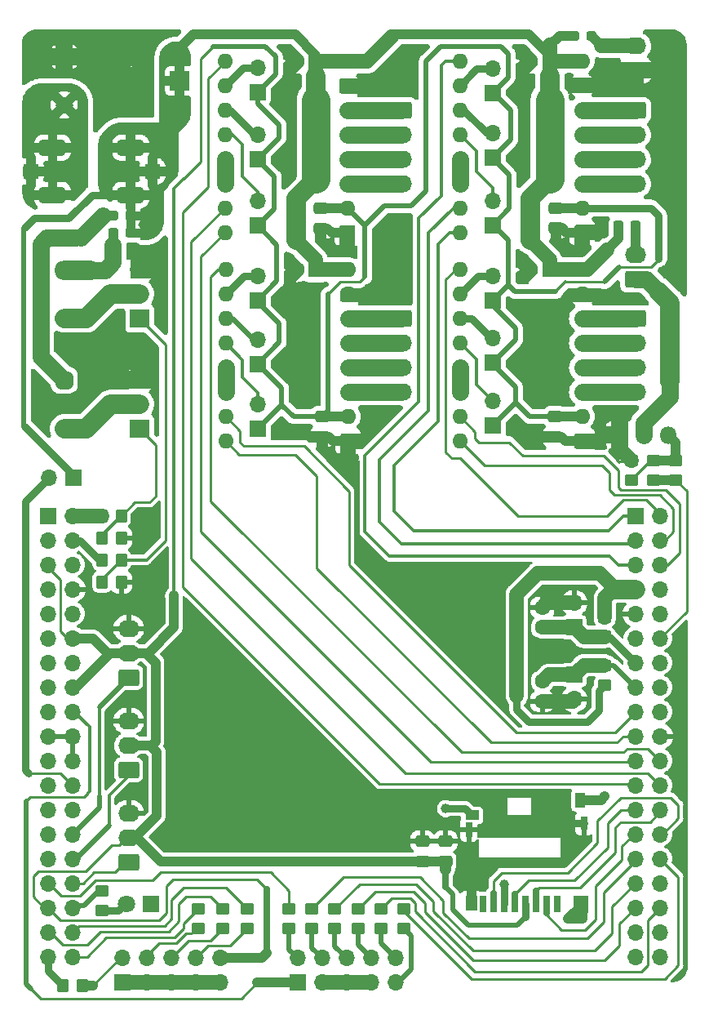
<source format=gtl>
%TF.GenerationSoftware,KiCad,Pcbnew,6.0.5-a6ca702e91~116~ubuntu20.04.1*%
%TF.CreationDate,2022-07-31T14:48:13+02:00*%
%TF.ProjectId,nucleo_expansion,6e75636c-656f-45f6-9578-70616e73696f,v1.0*%
%TF.SameCoordinates,Original*%
%TF.FileFunction,Copper,L1,Top*%
%TF.FilePolarity,Positive*%
%FSLAX46Y46*%
G04 Gerber Fmt 4.6, Leading zero omitted, Abs format (unit mm)*
G04 Created by KiCad (PCBNEW 6.0.5-a6ca702e91~116~ubuntu20.04.1) date 2022-07-31 14:48:13*
%MOMM*%
%LPD*%
G01*
G04 APERTURE LIST*
G04 Aperture macros list*
%AMRoundRect*
0 Rectangle with rounded corners*
0 $1 Rounding radius*
0 $2 $3 $4 $5 $6 $7 $8 $9 X,Y pos of 4 corners*
0 Add a 4 corners polygon primitive as box body*
4,1,4,$2,$3,$4,$5,$6,$7,$8,$9,$2,$3,0*
0 Add four circle primitives for the rounded corners*
1,1,$1+$1,$2,$3*
1,1,$1+$1,$4,$5*
1,1,$1+$1,$6,$7*
1,1,$1+$1,$8,$9*
0 Add four rect primitives between the rounded corners*
20,1,$1+$1,$2,$3,$4,$5,0*
20,1,$1+$1,$4,$5,$6,$7,0*
20,1,$1+$1,$6,$7,$8,$9,0*
20,1,$1+$1,$8,$9,$2,$3,0*%
G04 Aperture macros list end*
%TA.AperFunction,SMDPad,CuDef*%
%ADD10C,1.000000*%
%TD*%
%TA.AperFunction,SMDPad,CuDef*%
%ADD11RoundRect,0.250000X-0.475000X0.337500X-0.475000X-0.337500X0.475000X-0.337500X0.475000X0.337500X0*%
%TD*%
%TA.AperFunction,ComponentPad*%
%ADD12O,2.190000X1.740000*%
%TD*%
%TA.AperFunction,ComponentPad*%
%ADD13RoundRect,0.250000X0.845000X-0.620000X0.845000X0.620000X-0.845000X0.620000X-0.845000X-0.620000X0*%
%TD*%
%TA.AperFunction,ComponentPad*%
%ADD14RoundRect,0.250000X-0.845000X0.620000X-0.845000X-0.620000X0.845000X-0.620000X0.845000X0.620000X0*%
%TD*%
%TA.AperFunction,SMDPad,CuDef*%
%ADD15RoundRect,0.250000X0.350000X0.450000X-0.350000X0.450000X-0.350000X-0.450000X0.350000X-0.450000X0*%
%TD*%
%TA.AperFunction,ComponentPad*%
%ADD16O,1.700000X1.700000*%
%TD*%
%TA.AperFunction,ComponentPad*%
%ADD17R,1.700000X1.700000*%
%TD*%
%TA.AperFunction,ComponentPad*%
%ADD18O,1.600000X1.600000*%
%TD*%
%TA.AperFunction,ComponentPad*%
%ADD19R,1.600000X1.600000*%
%TD*%
%TA.AperFunction,SMDPad,CuDef*%
%ADD20RoundRect,0.250000X-0.450000X0.350000X-0.450000X-0.350000X0.450000X-0.350000X0.450000X0.350000X0*%
%TD*%
%TA.AperFunction,SMDPad,CuDef*%
%ADD21RoundRect,0.250000X0.475000X-0.337500X0.475000X0.337500X-0.475000X0.337500X-0.475000X-0.337500X0*%
%TD*%
%TA.AperFunction,SMDPad,CuDef*%
%ADD22RoundRect,0.250000X0.450000X-0.350000X0.450000X0.350000X-0.450000X0.350000X-0.450000X-0.350000X0*%
%TD*%
%TA.AperFunction,ComponentPad*%
%ADD23R,1.800000X1.800000*%
%TD*%
%TA.AperFunction,ComponentPad*%
%ADD24C,1.800000*%
%TD*%
%TA.AperFunction,ComponentPad*%
%ADD25C,1.600000*%
%TD*%
%TA.AperFunction,SMDPad,CuDef*%
%ADD26RoundRect,0.237500X-0.287500X-0.237500X0.287500X-0.237500X0.287500X0.237500X-0.287500X0.237500X0*%
%TD*%
%TA.AperFunction,ComponentPad*%
%ADD27O,1.800000X1.800000*%
%TD*%
%TA.AperFunction,ComponentPad*%
%ADD28O,2.000000X1.905000*%
%TD*%
%TA.AperFunction,ComponentPad*%
%ADD29R,2.000000X1.905000*%
%TD*%
%TA.AperFunction,ComponentPad*%
%ADD30C,2.000000*%
%TD*%
%TA.AperFunction,ComponentPad*%
%ADD31R,2.000000X2.000000*%
%TD*%
%TA.AperFunction,ComponentPad*%
%ADD32C,1.803400*%
%TD*%
%TA.AperFunction,ComponentPad*%
%ADD33RoundRect,0.450850X-0.450850X0.450850X-0.450850X-0.450850X0.450850X-0.450850X0.450850X0.450850X0*%
%TD*%
%TA.AperFunction,SMDPad,CuDef*%
%ADD34R,0.800000X1.400000*%
%TD*%
%TA.AperFunction,SMDPad,CuDef*%
%ADD35R,1.500000X1.500000*%
%TD*%
%TA.AperFunction,SMDPad,CuDef*%
%ADD36R,1.300000X1.500000*%
%TD*%
%TA.AperFunction,SMDPad,CuDef*%
%ADD37R,0.800000X1.500000*%
%TD*%
%TA.AperFunction,SMDPad,CuDef*%
%ADD38R,1.000000X1.550000*%
%TD*%
%TA.AperFunction,SMDPad,CuDef*%
%ADD39R,1.450000X1.000000*%
%TD*%
%TA.AperFunction,SMDPad,CuDef*%
%ADD40R,0.700000X1.750000*%
%TD*%
%TA.AperFunction,SMDPad,CuDef*%
%ADD41RoundRect,0.425000X0.425000X0.425000X-0.425000X0.425000X-0.425000X-0.425000X0.425000X-0.425000X0*%
%TD*%
%TA.AperFunction,SMDPad,CuDef*%
%ADD42RoundRect,0.425000X0.975000X0.425000X-0.975000X0.425000X-0.975000X-0.425000X0.975000X-0.425000X0*%
%TD*%
%TA.AperFunction,ViaPad*%
%ADD43C,1.000000*%
%TD*%
%TA.AperFunction,Conductor*%
%ADD44C,1.500000*%
%TD*%
%TA.AperFunction,Conductor*%
%ADD45C,0.254000*%
%TD*%
%TA.AperFunction,Conductor*%
%ADD46C,0.300000*%
%TD*%
%TA.AperFunction,Conductor*%
%ADD47C,0.500000*%
%TD*%
%TA.AperFunction,Conductor*%
%ADD48C,1.000000*%
%TD*%
%TA.AperFunction,Conductor*%
%ADD49C,2.000000*%
%TD*%
%TA.AperFunction,Conductor*%
%ADD50C,0.750000*%
%TD*%
%TA.AperFunction,Conductor*%
%ADD51C,0.700000*%
%TD*%
%TA.AperFunction,Conductor*%
%ADD52C,1.175000*%
%TD*%
%TA.AperFunction,Conductor*%
%ADD53C,3.000000*%
%TD*%
%TA.AperFunction,Conductor*%
%ADD54C,1.750000*%
%TD*%
G04 APERTURE END LIST*
D10*
X198882000Y-38735000D03*
X169672000Y-46736000D03*
X170688000Y-23368000D03*
X168275000Y-100711000D03*
X151130000Y-88392000D03*
X178054000Y-85344000D03*
D11*
X161671000Y-63035000D03*
X161671000Y-60960000D03*
D12*
X141605000Y-82924000D03*
X141605000Y-85464000D03*
D13*
X141605000Y-88004000D03*
D12*
X169926000Y-58420000D03*
X169926000Y-55880000D03*
X169926000Y-53340000D03*
D14*
X169926000Y-50800000D03*
D15*
X134788400Y-119938800D03*
X136788400Y-119938800D03*
D16*
X179370200Y-24856200D03*
D17*
X179370200Y-27396200D03*
D12*
X141605000Y-92516000D03*
X141605000Y-95056000D03*
D13*
X141605000Y-97596000D03*
D18*
X151590000Y-41903000D03*
X151590000Y-39363000D03*
X151590000Y-36823000D03*
X151590000Y-34283000D03*
X151590000Y-31743000D03*
X151590000Y-29203000D03*
X151590000Y-26663000D03*
X151590000Y-24123000D03*
X164290000Y-24123000D03*
X164290000Y-26663000D03*
X164290000Y-29203000D03*
X164290000Y-31743000D03*
X164290000Y-34283000D03*
X164290000Y-36823000D03*
X164290000Y-39363000D03*
D19*
X164290000Y-41903000D03*
D20*
X170131000Y-114014000D03*
X170131000Y-112014000D03*
D16*
X187833000Y-90276000D03*
D17*
X187833000Y-87736000D03*
D21*
X174472600Y-104986000D03*
X174472600Y-107061000D03*
D22*
X153924000Y-112014000D03*
X153924000Y-114014000D03*
D16*
X154973000Y-59695000D03*
D17*
X154973000Y-62235000D03*
D22*
X138811000Y-110150400D03*
X138811000Y-112150400D03*
D23*
X143896000Y-111506000D03*
D24*
X141356000Y-111506000D03*
D10*
X174498000Y-101600000D03*
D11*
X185946000Y-41402200D03*
X185946000Y-39327200D03*
D25*
X183311000Y-24087200D03*
D19*
X185311000Y-24087200D03*
D12*
X194201000Y-58420000D03*
X194201000Y-55880000D03*
X194201000Y-53340000D03*
D14*
X194201000Y-50800000D03*
D12*
X194221000Y-22503000D03*
D13*
X194221000Y-25043000D03*
D26*
X189615000Y-21463000D03*
X187865000Y-21463000D03*
D27*
X197612000Y-62859000D03*
X195072000Y-62859000D03*
D23*
X192532000Y-62859000D03*
D22*
X191008000Y-86786000D03*
X191008000Y-88786000D03*
D16*
X179390200Y-59307000D03*
D17*
X179390200Y-61847000D03*
D12*
X169926000Y-36823000D03*
X169926000Y-34283000D03*
X169926000Y-31743000D03*
D14*
X169926000Y-29203000D03*
D28*
X142748000Y-45720000D03*
X142748000Y-48260000D03*
D29*
X142748000Y-50800000D03*
D28*
X142748000Y-57150000D03*
X142748000Y-59690000D03*
D29*
X142748000Y-62230000D03*
D16*
X154973000Y-31748000D03*
D17*
X154973000Y-34288000D03*
D21*
X172085000Y-104986000D03*
X172085000Y-107061000D03*
D16*
X179390200Y-46353000D03*
D17*
X179390200Y-48893000D03*
D20*
X160619800Y-114014000D03*
X160619800Y-112014000D03*
D16*
X154973000Y-24763000D03*
D17*
X154973000Y-27303000D03*
D22*
X151384000Y-112014000D03*
X151384000Y-114014000D03*
D11*
X161544000Y-41445000D03*
X161544000Y-39370000D03*
D16*
X179370200Y-31592200D03*
D17*
X179370200Y-34132200D03*
D26*
X141803700Y-41910000D03*
X140053700Y-41910000D03*
D15*
X138827000Y-73528333D03*
X140827000Y-73528333D03*
D20*
X196087000Y-67548000D03*
X196087000Y-65548000D03*
D16*
X151135000Y-117099000D03*
X151135000Y-119639000D03*
X148595000Y-117099000D03*
X148595000Y-119639000D03*
X146055000Y-117099000D03*
X146055000Y-119639000D03*
X143515000Y-117099000D03*
X143515000Y-119639000D03*
X140975000Y-117099000D03*
D17*
X140975000Y-119639000D03*
D30*
X141893677Y-26154200D03*
D31*
X146893677Y-26154200D03*
D18*
X175961200Y-41867200D03*
X175961200Y-39327200D03*
X175961200Y-36787200D03*
X175961200Y-34247200D03*
X175961200Y-31707200D03*
X175961200Y-29167200D03*
X175961200Y-26627200D03*
X175961200Y-24087200D03*
X188661200Y-24087200D03*
X188661200Y-26627200D03*
X188661200Y-29167200D03*
X188661200Y-31707200D03*
X188661200Y-34247200D03*
X188661200Y-36787200D03*
X188661200Y-39327200D03*
D19*
X188661200Y-41867200D03*
D16*
X133300000Y-67310000D03*
D17*
X135840000Y-67310000D03*
D16*
X154973000Y-52959000D03*
D17*
X154973000Y-55499000D03*
D32*
X134917299Y-62190000D03*
D33*
X134917299Y-57190000D03*
D16*
X187833000Y-80269000D03*
D17*
X187833000Y-82809000D03*
D20*
X165375400Y-114014000D03*
X165375400Y-112014000D03*
D11*
X185819000Y-63035000D03*
X185819000Y-60960000D03*
D20*
X167753200Y-114014000D03*
X167753200Y-112014000D03*
D11*
X184531000Y-88392000D03*
X184531000Y-90467000D03*
D21*
X184531000Y-80750500D03*
X184531000Y-82825500D03*
D20*
X158242000Y-114014000D03*
X158242000Y-112014000D03*
D25*
X159036000Y-45720000D03*
D19*
X161036000Y-45720000D03*
D20*
X193802000Y-67548000D03*
X193802000Y-65548000D03*
D25*
X183311000Y-45713000D03*
D19*
X185311000Y-45713000D03*
D18*
X175971200Y-63493000D03*
X175971200Y-60953000D03*
X175971200Y-58413000D03*
X175971200Y-55873000D03*
X175971200Y-53333000D03*
X175971200Y-50793000D03*
X175971200Y-48253000D03*
X175971200Y-45713000D03*
X188671200Y-45713000D03*
X188671200Y-48253000D03*
X188671200Y-50793000D03*
X188671200Y-53333000D03*
X188671200Y-55873000D03*
X188671200Y-58413000D03*
X188671200Y-60953000D03*
D19*
X188671200Y-63493000D03*
D16*
X154973000Y-38606000D03*
D17*
X154973000Y-41146000D03*
D34*
X188855000Y-103147000D03*
D35*
X188505000Y-111397000D03*
D36*
X177155000Y-111397000D03*
D37*
X176905000Y-103797000D03*
D38*
X188455000Y-100722000D03*
D39*
X177230000Y-102297000D03*
D40*
X178355000Y-111522000D03*
X179455000Y-111522000D03*
X180555000Y-111522000D03*
X181655000Y-111522000D03*
X182755000Y-111522000D03*
X183855000Y-111522000D03*
X184955000Y-111522000D03*
X186055000Y-111522000D03*
D12*
X194201000Y-36823000D03*
X194201000Y-34283000D03*
X194201000Y-31743000D03*
D14*
X194201000Y-29203000D03*
D32*
X134917299Y-28662000D03*
D33*
X134917299Y-23662000D03*
D20*
X162997600Y-114030000D03*
X162997600Y-112030000D03*
D32*
X134917299Y-50760000D03*
D33*
X134917299Y-45760000D03*
D15*
X138827000Y-71240000D03*
X140827000Y-71240000D03*
X138827000Y-78105000D03*
X140827000Y-78105000D03*
D41*
X131453700Y-35528000D03*
D42*
X133703700Y-33078000D03*
X133703700Y-37978000D03*
X141803700Y-33078000D03*
X141803700Y-37978000D03*
D41*
X144053700Y-35528000D03*
D26*
X141803700Y-40132000D03*
X140053700Y-40132000D03*
D10*
X191008000Y-100330000D03*
D22*
X148844000Y-112014000D03*
X148844000Y-114014000D03*
D18*
X151671000Y-63500000D03*
X151671000Y-60960000D03*
X151671000Y-58420000D03*
X151671000Y-55880000D03*
X151671000Y-53340000D03*
X151671000Y-50800000D03*
X151671000Y-48260000D03*
X151671000Y-45720000D03*
X164371000Y-45720000D03*
X164371000Y-48260000D03*
X164371000Y-50800000D03*
X164371000Y-53340000D03*
X164371000Y-55880000D03*
X164371000Y-58420000D03*
X164371000Y-60960000D03*
D19*
X164371000Y-63500000D03*
D20*
X198372000Y-67548000D03*
X198372000Y-65548000D03*
D16*
X154973000Y-46355000D03*
D17*
X154973000Y-48895000D03*
D12*
X194201000Y-44196000D03*
D13*
X194201000Y-46736000D03*
D17*
X159131000Y-119634000D03*
D16*
X159131000Y-117094000D03*
X161671000Y-119634000D03*
X161671000Y-117094000D03*
X164211000Y-119634000D03*
X164211000Y-117094000D03*
X166751000Y-119634000D03*
X166751000Y-117094000D03*
X169291000Y-119634000D03*
X169291000Y-117094000D03*
D25*
X159036000Y-24087200D03*
D19*
X161036000Y-24087200D03*
D26*
X192451000Y-41148000D03*
X194201000Y-41148000D03*
D20*
X191008000Y-83759000D03*
X191008000Y-81759000D03*
D16*
X179390200Y-52830000D03*
D17*
X179390200Y-55370000D03*
D16*
X179370200Y-38577200D03*
D17*
X179370200Y-41117200D03*
D15*
X138827000Y-75816666D03*
X140827000Y-75816666D03*
D12*
X141605000Y-102108000D03*
X141605000Y-104648000D03*
D13*
X141605000Y-107188000D03*
D16*
X135790000Y-116960000D03*
X133250000Y-116960000D03*
X135790000Y-114420000D03*
X133250000Y-114420000D03*
X135790000Y-111880000D03*
X133250000Y-111880000D03*
X135790000Y-109340000D03*
X133250000Y-109340000D03*
X135790000Y-106800000D03*
X133250000Y-106800000D03*
X135790000Y-104260000D03*
X133250000Y-104260000D03*
X135790000Y-101720000D03*
X133250000Y-101720000D03*
X135790000Y-99180000D03*
X133250000Y-99180000D03*
X135790000Y-96640000D03*
X133250000Y-96640000D03*
X135790000Y-94100000D03*
X133250000Y-94100000D03*
X135790000Y-91560000D03*
X133250000Y-91560000D03*
X135790000Y-89020000D03*
X133250000Y-89020000D03*
X135790000Y-86480000D03*
X133250000Y-86480000D03*
X135790000Y-83940000D03*
X133250000Y-83940000D03*
X135790000Y-81400000D03*
X133250000Y-81400000D03*
X135790000Y-78860000D03*
X133250000Y-78860000D03*
X135790000Y-76320000D03*
X133250000Y-76320000D03*
X135790000Y-73780000D03*
X133250000Y-73780000D03*
X135790000Y-71240000D03*
D17*
X133250000Y-71240000D03*
X194210000Y-71240000D03*
D16*
X196750000Y-71240000D03*
X194210000Y-73780000D03*
X196750000Y-73780000D03*
X194210000Y-76320000D03*
X196750000Y-76320000D03*
X194210000Y-78860000D03*
X196750000Y-78860000D03*
X194210000Y-81400000D03*
X196750000Y-81400000D03*
X194210000Y-83940000D03*
X196750000Y-83940000D03*
X194210000Y-86480000D03*
X196750000Y-86480000D03*
X194210000Y-89020000D03*
X196750000Y-89020000D03*
X194210000Y-91560000D03*
X196750000Y-91560000D03*
X194210000Y-94100000D03*
X196750000Y-94100000D03*
X194210000Y-96640000D03*
X196750000Y-96640000D03*
X194210000Y-99180000D03*
X196750000Y-99180000D03*
X194210000Y-101720000D03*
X196750000Y-101720000D03*
X194210000Y-104260000D03*
X196750000Y-104260000D03*
X194210000Y-106800000D03*
X196750000Y-106800000D03*
X194210000Y-109340000D03*
X196750000Y-109340000D03*
X194210000Y-111880000D03*
X196750000Y-111880000D03*
X194210000Y-114420000D03*
X196750000Y-114420000D03*
X194210000Y-116960000D03*
X196750000Y-116960000D03*
D43*
X198882000Y-86207600D03*
X198882000Y-106045000D03*
X198882000Y-99568000D03*
X198882000Y-93091000D03*
X140208000Y-56896000D03*
X140208000Y-55372000D03*
X142748000Y-55372000D03*
X148590000Y-83566000D03*
X144399000Y-80264000D03*
X142748000Y-80264000D03*
X142748000Y-43815000D03*
X131572000Y-25400000D03*
X133223000Y-25273000D03*
X135001000Y-25400000D03*
X133350000Y-21717000D03*
X131572000Y-21717000D03*
X135255000Y-21717000D03*
X136906000Y-22098000D03*
X137033000Y-23876000D03*
X136906000Y-25400000D03*
X135636000Y-59690000D03*
X134112000Y-59690000D03*
X167640000Y-26416000D03*
X157988000Y-26924000D03*
X157988000Y-34036000D03*
X169672000Y-44704000D03*
X167894000Y-46482000D03*
X166624000Y-48260000D03*
X186436000Y-85344000D03*
X184404000Y-85344000D03*
X198882000Y-90170000D03*
X188722000Y-113030000D03*
X187198000Y-113030000D03*
X142494000Y-72898000D03*
X184785000Y-54610000D03*
X179070000Y-88646000D03*
X172212000Y-101854000D03*
X151130000Y-101600000D03*
X162102800Y-104140000D03*
X178562000Y-82042000D03*
X158750000Y-99060000D03*
X161290000Y-101600000D03*
X156210000Y-96520000D03*
X159258000Y-105410000D03*
X148590000Y-99060000D03*
X170180000Y-101600000D03*
X198628000Y-37211000D03*
X173228000Y-103378000D03*
X179070000Y-77470000D03*
X180555000Y-109474000D03*
X153670000Y-88900000D03*
X169672000Y-26416000D03*
X151130000Y-91440000D03*
X151130000Y-96520000D03*
X198628000Y-42291000D03*
X160020000Y-58420000D03*
X148590000Y-88900000D03*
X151130000Y-86360000D03*
X177155000Y-109474000D03*
X140970000Y-80264000D03*
X170180000Y-104902000D03*
X148844000Y-104140000D03*
X198628000Y-45085000D03*
X175006000Y-103378000D03*
X156210000Y-101600000D03*
X142494000Y-78740000D03*
X153670000Y-99060000D03*
X168656000Y-24892000D03*
X187198000Y-103124000D03*
X160020000Y-54610000D03*
X148590000Y-93980000D03*
X198628000Y-24384000D03*
X198628000Y-29083000D03*
X156210000Y-105410000D03*
X171450000Y-103378000D03*
X167005000Y-61214000D03*
X138938000Y-80264000D03*
X142494000Y-74168000D03*
X142494000Y-77470000D03*
X160528000Y-50800000D03*
X176276000Y-84582000D03*
X167132000Y-104140000D03*
X185166000Y-50800000D03*
X176530000Y-80010000D03*
X184785000Y-57658000D03*
X166370000Y-101600000D03*
X153670000Y-93980000D03*
D44*
X190655000Y-22503000D02*
X194221000Y-22503000D01*
D45*
X149860000Y-25908000D02*
X151590000Y-24178000D01*
X151590000Y-24178000D02*
X151590000Y-24123000D01*
X149860000Y-37134930D02*
X149860000Y-25908000D01*
X147193000Y-39801930D02*
X149860000Y-37134930D01*
X147193000Y-78613000D02*
X147193000Y-39801930D01*
X167640000Y-99060000D02*
X147193000Y-78613000D01*
X194090000Y-99060000D02*
X167640000Y-99060000D01*
X194210000Y-99180000D02*
X194090000Y-99060000D01*
X147320000Y-36322000D02*
X149098000Y-34544000D01*
D46*
X146304000Y-37338000D02*
X147320000Y-36322000D01*
X146304000Y-79502000D02*
X146304000Y-37338000D01*
X146278600Y-79527400D02*
X146304000Y-79502000D01*
D45*
X149098000Y-34544000D02*
X149098000Y-23876000D01*
X149098000Y-23876000D02*
X150368000Y-22606000D01*
X143764000Y-69850000D02*
X144399000Y-69215000D01*
X144399000Y-69215000D02*
X144399000Y-63881000D01*
X140827000Y-71240000D02*
X142217000Y-69850000D01*
X142217000Y-69850000D02*
X143764000Y-69850000D01*
X144399000Y-63881000D02*
X142748000Y-62230000D01*
D47*
X169545000Y-119634000D02*
X169291000Y-119634000D01*
X170942000Y-118237000D02*
X169545000Y-119634000D01*
X170942000Y-114825000D02*
X170942000Y-118237000D01*
X170131000Y-114014000D02*
X170942000Y-114825000D01*
D45*
X154940000Y-119634000D02*
X153289000Y-121285000D01*
X153289000Y-121285000D02*
X132461000Y-121285000D01*
X132461000Y-121285000D02*
X131470400Y-120294400D01*
D48*
X154940000Y-119634000D02*
X159131000Y-119634000D01*
D45*
X143385334Y-75816666D02*
X145415000Y-73787000D01*
X145415000Y-53467000D02*
X142748000Y-50800000D01*
X145415000Y-73787000D02*
X145415000Y-53467000D01*
D49*
X142748000Y-48260000D02*
X139700000Y-48260000D01*
X139700000Y-48260000D02*
X137200000Y-50760000D01*
X137200000Y-50760000D02*
X134917299Y-50760000D01*
X142748000Y-59690000D02*
X139700000Y-59690000D01*
X139700000Y-59690000D02*
X137200000Y-62190000D01*
X137200000Y-62190000D02*
X134917299Y-62190000D01*
D48*
X188722000Y-113030000D02*
X188722000Y-112293400D01*
X188722000Y-112293400D02*
X188772800Y-112242600D01*
X188772800Y-112242600D02*
X188505000Y-111974800D01*
X188505000Y-111974800D02*
X188505000Y-111397000D01*
X188722000Y-113030000D02*
X187198000Y-113030000D01*
X188505000Y-111397000D02*
X188505000Y-111723000D01*
X188505000Y-111723000D02*
X187198000Y-113030000D01*
D45*
X184955000Y-112438000D02*
X184955000Y-112628500D01*
X184955000Y-112628500D02*
X186499500Y-114173000D01*
X190068200Y-113080800D02*
X190068200Y-109651800D01*
X194012200Y-104260000D02*
X194210000Y-104260000D01*
X186499500Y-114173000D02*
X188976000Y-114173000D01*
X188976000Y-114173000D02*
X190068200Y-113080800D01*
X190068200Y-109651800D02*
X192760600Y-106959400D01*
X192760600Y-106959400D02*
X192760600Y-105511600D01*
X192760600Y-105511600D02*
X194012200Y-104260000D01*
D44*
X166751000Y-119634000D02*
X166746000Y-119639000D01*
X166746000Y-119639000D02*
X161676000Y-119639000D01*
X161676000Y-119639000D02*
X161671000Y-119634000D01*
D50*
X189230000Y-92583000D02*
X190373000Y-91440000D01*
X190373000Y-91440000D02*
X190373000Y-89421000D01*
X190373000Y-89421000D02*
X191008000Y-88786000D01*
D44*
X184531000Y-88392000D02*
X185187000Y-87736000D01*
X185187000Y-87736000D02*
X187833000Y-87736000D01*
X184531000Y-90467000D02*
X187642000Y-90467000D01*
X187642000Y-90467000D02*
X187833000Y-90276000D01*
D50*
X181864000Y-91313000D02*
X181864000Y-89916000D01*
X181864000Y-91313000D02*
X183150500Y-92599500D01*
X183150500Y-92599500D02*
X189213500Y-92599500D01*
D44*
X194210000Y-78860000D02*
X192144000Y-78860000D01*
X192144000Y-78860000D02*
X190500000Y-77216000D01*
X190500000Y-77216000D02*
X184023000Y-77216000D01*
X184023000Y-77216000D02*
X181864000Y-79375000D01*
X181864000Y-79375000D02*
X181864000Y-89916000D01*
D45*
X153162000Y-62451000D02*
X151671000Y-60960000D01*
X153543000Y-64008000D02*
X153162000Y-63627000D01*
X164481911Y-68698511D02*
X159791400Y-64008000D01*
X153162000Y-63627000D02*
X153162000Y-62451000D01*
X159791400Y-64008000D02*
X153543000Y-64008000D01*
X164481911Y-76394711D02*
X164481911Y-68698511D01*
X181813200Y-93726000D02*
X164481911Y-76394711D01*
X192044000Y-93726000D02*
X181813200Y-93726000D01*
X194210000Y-91560000D02*
X192044000Y-93726000D01*
D47*
X190881000Y-86741000D02*
X191952000Y-86741000D01*
D44*
X188955000Y-86741000D02*
X190881000Y-86741000D01*
D48*
X161671000Y-63035000D02*
X162349000Y-63035000D01*
X186955000Y-63493000D02*
X188565000Y-63493000D01*
X187028200Y-41867200D02*
X188661200Y-41867200D01*
D44*
X135824400Y-78825600D02*
X135790000Y-78860000D01*
X193802000Y-65548000D02*
X192532000Y-64278000D01*
D48*
X177155000Y-111397000D02*
X177155000Y-109474000D01*
D44*
X187806500Y-90302500D02*
X187833000Y-90276000D01*
X184531000Y-80750500D02*
X185012500Y-80269000D01*
X185012500Y-80269000D02*
X187833000Y-80269000D01*
D48*
X161544000Y-41445000D02*
X162222000Y-41445000D01*
X162222000Y-41445000D02*
X162680000Y-41903000D01*
X162807000Y-63493000D02*
X164417000Y-63493000D01*
X162349000Y-63035000D02*
X162807000Y-63493000D01*
D44*
X188661200Y-26627200D02*
X192636800Y-26627200D01*
D50*
X188855000Y-103147000D02*
X188832000Y-103124000D01*
D45*
X164597000Y-119639000D02*
X164414800Y-119639000D01*
D48*
X186497000Y-63035000D02*
X186955000Y-63493000D01*
D50*
X180555000Y-111522000D02*
X180555000Y-109474000D01*
D44*
X192532000Y-64278000D02*
X192532000Y-62859000D01*
D48*
X185819000Y-63035000D02*
X186497000Y-63035000D01*
X185946000Y-41402200D02*
X186563200Y-41402200D01*
X162680000Y-41903000D02*
X164290000Y-41903000D01*
D44*
X192636800Y-26627200D02*
X194221000Y-25043000D01*
X140975000Y-119639000D02*
X151135000Y-119639000D01*
D50*
X188832000Y-103124000D02*
X187198000Y-103124000D01*
D48*
X186563200Y-41402200D02*
X187028200Y-41867200D01*
D47*
X156845000Y-23649131D02*
X156845000Y-25431000D01*
D45*
X134493000Y-83185000D02*
X135248000Y-83940000D01*
X165608000Y-46990000D02*
X166116000Y-46482000D01*
D48*
X139439000Y-85732000D02*
X139439000Y-85464000D01*
D47*
X150368000Y-22606000D02*
X155801869Y-22606000D01*
D46*
X186944000Y-46990000D02*
X185928000Y-48006000D01*
D50*
X195791200Y-39327200D02*
X196596000Y-40132000D01*
D45*
X162306000Y-48260000D02*
X163576000Y-46990000D01*
D47*
X180993000Y-23368000D02*
X180993000Y-25773400D01*
D48*
X151135000Y-117099000D02*
X151140000Y-117094000D01*
D45*
X131699000Y-110744000D02*
X131699000Y-108585000D01*
D48*
X185819000Y-60960000D02*
X188664200Y-60960000D01*
D47*
X154973000Y-49055000D02*
X157226000Y-51308000D01*
D51*
X174472600Y-107924600D02*
X174472600Y-109702600D01*
D45*
X155956000Y-109982000D02*
X154940000Y-108966000D01*
D47*
X180231000Y-22606000D02*
X180993000Y-23368000D01*
X173990000Y-22606000D02*
X180116900Y-22606000D01*
X157226000Y-53246000D02*
X154973000Y-55499000D01*
D48*
X146304000Y-82804000D02*
X143644000Y-85464000D01*
D47*
X181755000Y-57912000D02*
X181755000Y-59482200D01*
D48*
X142494000Y-104648000D02*
X144907000Y-107061000D01*
X135790000Y-83940000D02*
X135797000Y-83947000D01*
D47*
X172466000Y-37592000D02*
X172466000Y-24130000D01*
X181102000Y-39385400D02*
X179370200Y-41117200D01*
X155801869Y-22606000D02*
X156845000Y-23649131D01*
D48*
X185946000Y-39327200D02*
X188661200Y-39327200D01*
X143644000Y-85464000D02*
X141605000Y-85464000D01*
D47*
X157480000Y-59728000D02*
X154973000Y-62235000D01*
X157226000Y-30734000D02*
X157226000Y-32035000D01*
X166116000Y-41141000D02*
X166123000Y-41141000D01*
X168148000Y-39116000D02*
X170942000Y-39116000D01*
X154973000Y-34323000D02*
X156718000Y-36068000D01*
D45*
X145542000Y-112395000D02*
X144780000Y-113157000D01*
D48*
X155448000Y-117094000D02*
X155956000Y-116586000D01*
D47*
X180993000Y-25773400D02*
X179370200Y-27396200D01*
D45*
X195834000Y-45466000D02*
X192532000Y-45466000D01*
D47*
X181755000Y-51816000D02*
X181755000Y-53005200D01*
D48*
X135790000Y-89020000D02*
X136151000Y-89020000D01*
D47*
X170942000Y-39116000D02*
X172466000Y-37592000D01*
D45*
X163576000Y-46990000D02*
X165608000Y-46990000D01*
D47*
X174472600Y-109702600D02*
X175260000Y-110490000D01*
D45*
X133250000Y-111880000D02*
X132835000Y-111880000D01*
D47*
X182755000Y-112850200D02*
X181940200Y-113665000D01*
X154973000Y-34288000D02*
X154973000Y-34323000D01*
X156718000Y-36068000D02*
X156718000Y-39401000D01*
D45*
X191008000Y-46990000D02*
X186944000Y-46990000D01*
D47*
X192532000Y-45466000D02*
X191008000Y-46990000D01*
D48*
X141605000Y-95056000D02*
X143958000Y-95056000D01*
D47*
X154973000Y-48895000D02*
X154973000Y-49055000D01*
D45*
X131699000Y-108585000D02*
X132207000Y-108077000D01*
X141351000Y-104648000D02*
X141605000Y-104648000D01*
D47*
X157480000Y-58006000D02*
X157480000Y-59728000D01*
D48*
X141605000Y-95056000D02*
X143824000Y-95056000D01*
D47*
X154973000Y-28481000D02*
X157226000Y-30734000D01*
X172466000Y-24130000D02*
X173990000Y-22606000D01*
X154973000Y-55499000D02*
X157480000Y-58006000D01*
D45*
X140589000Y-105410000D02*
X141351000Y-104648000D01*
D48*
X137922000Y-83947000D02*
X139439000Y-85464000D01*
D47*
X179390200Y-55547200D02*
X181755000Y-57912000D01*
X180993000Y-42672000D02*
X180993000Y-47290200D01*
X179370200Y-41117200D02*
X179438200Y-41117200D01*
X158712000Y-60960000D02*
X161671000Y-60960000D01*
D50*
X182755000Y-112850200D02*
X182755000Y-111522000D01*
D45*
X134493000Y-77851000D02*
X134493000Y-83185000D01*
D47*
X180993000Y-47290200D02*
X179390200Y-48893000D01*
D45*
X145542000Y-109601000D02*
X145542000Y-112395000D01*
X144780000Y-113157000D02*
X134493000Y-113157000D01*
D47*
X181755000Y-59482200D02*
X179390200Y-61847000D01*
D48*
X143376000Y-85464000D02*
X144399000Y-86487000D01*
D47*
X154973000Y-41146000D02*
X156972000Y-43145000D01*
X156972000Y-43145000D02*
X156972000Y-46896000D01*
D50*
X196596000Y-40132000D02*
X196596000Y-44577000D01*
D47*
X156845000Y-25431000D02*
X154973000Y-27303000D01*
X181708800Y-48006000D02*
X180993000Y-47290200D01*
X181940200Y-113665000D02*
X176808888Y-113665000D01*
X179390200Y-55370000D02*
X179390200Y-55547200D01*
X175260000Y-112116112D02*
X175260000Y-110490000D01*
D48*
X141605000Y-85464000D02*
X143376000Y-85464000D01*
X144907000Y-107061000D02*
X172085000Y-107061000D01*
D47*
X179370200Y-34132200D02*
X179370200Y-34191200D01*
D45*
X139827000Y-105410000D02*
X140589000Y-105410000D01*
D47*
X162306000Y-60325000D02*
X161671000Y-60960000D01*
X179438200Y-41117200D02*
X180993000Y-42672000D01*
X181247000Y-29210000D02*
X181247000Y-32255400D01*
X156972000Y-46896000D02*
X154973000Y-48895000D01*
D45*
X196596000Y-44704000D02*
X195834000Y-45466000D01*
X133250000Y-111914000D02*
X133250000Y-111880000D01*
D47*
X157226000Y-51308000D02*
X157226000Y-53246000D01*
D45*
X132207000Y-108077000D02*
X137160000Y-108077000D01*
D48*
X144399000Y-86487000D02*
X144399000Y-94615000D01*
X164331000Y-39370000D02*
X164338000Y-39363000D01*
X144399000Y-94615000D02*
X143958000Y-95056000D01*
D47*
X164338000Y-39363000D02*
X166116000Y-41141000D01*
D45*
X154940000Y-108966000D02*
X146177000Y-108966000D01*
D47*
X185928000Y-48006000D02*
X181708800Y-48006000D01*
D48*
X144526000Y-102362000D02*
X142240000Y-104648000D01*
D46*
X164338000Y-39363000D02*
X164290000Y-39363000D01*
D47*
X179390200Y-48893000D02*
X179390200Y-49451200D01*
X162306000Y-48260000D02*
X162306000Y-60325000D01*
X158712000Y-60960000D02*
X157480000Y-59728000D01*
D52*
X174472600Y-107061000D02*
X174472600Y-107924600D01*
D45*
X132835000Y-111880000D02*
X131699000Y-110744000D01*
D48*
X172085000Y-107061000D02*
X174472600Y-107061000D01*
D47*
X179433200Y-27396200D02*
X181247000Y-29210000D01*
D45*
X133250000Y-76320000D02*
X133250000Y-76608000D01*
D48*
X146304000Y-79552800D02*
X146304000Y-82804000D01*
D47*
X176808888Y-113665000D02*
X175260000Y-112116112D01*
X154973000Y-27303000D02*
X154973000Y-28481000D01*
D51*
X155956000Y-109982000D02*
X155956000Y-116586000D01*
D48*
X143824000Y-95056000D02*
X144526000Y-95758000D01*
D45*
X135248000Y-83940000D02*
X135790000Y-83940000D01*
D47*
X179390200Y-49451200D02*
X181755000Y-51816000D01*
X156718000Y-39401000D02*
X154973000Y-41146000D01*
X179370200Y-34191200D02*
X181102000Y-35923000D01*
D45*
X146177000Y-108966000D02*
X145542000Y-109601000D01*
D47*
X181755000Y-53005200D02*
X179390200Y-55370000D01*
D48*
X161671000Y-60960000D02*
X164371000Y-60960000D01*
X139439000Y-85464000D02*
X141605000Y-85464000D01*
D47*
X181247000Y-32255400D02*
X179370200Y-34132200D01*
D48*
X161544000Y-39370000D02*
X164331000Y-39370000D01*
X146278600Y-79527400D02*
X146304000Y-79552800D01*
X142240000Y-104648000D02*
X141605000Y-104648000D01*
X141605000Y-104648000D02*
X142494000Y-104648000D01*
X144526000Y-95758000D02*
X144526000Y-102362000D01*
D47*
X166123000Y-41141000D02*
X168148000Y-39116000D01*
D45*
X137160000Y-108077000D02*
X139827000Y-105410000D01*
D50*
X188661200Y-39327200D02*
X195791200Y-39327200D01*
D47*
X166116000Y-41141000D02*
X166116000Y-46482000D01*
D45*
X134493000Y-113157000D02*
X133250000Y-111914000D01*
D47*
X181755000Y-59482200D02*
X183232800Y-60960000D01*
D48*
X188664200Y-60960000D02*
X188671200Y-60953000D01*
X136151000Y-89020000D02*
X139439000Y-85732000D01*
D47*
X157226000Y-32035000D02*
X154973000Y-34288000D01*
D48*
X135797000Y-83947000D02*
X137922000Y-83947000D01*
D45*
X133250000Y-76608000D02*
X134493000Y-77851000D01*
D47*
X181102000Y-35923000D02*
X181102000Y-39385400D01*
X183232800Y-60960000D02*
X185819000Y-60960000D01*
D48*
X151140000Y-117094000D02*
X155448000Y-117094000D01*
D44*
X168402000Y-22098000D02*
X166377000Y-24123000D01*
D48*
X161036000Y-23495000D02*
X161036000Y-24087200D01*
X185311000Y-23513000D02*
X185311000Y-24087200D01*
D50*
X135840000Y-67006000D02*
X135840000Y-67310000D01*
D44*
X168148000Y-22352000D02*
X168910000Y-21590000D01*
D48*
X146888200Y-22783800D02*
X146888200Y-26148723D01*
D44*
X189237000Y-45713000D02*
X191262000Y-43688000D01*
X185311000Y-44704000D02*
X185311000Y-45720000D01*
D48*
X157226000Y-21336000D02*
X158877000Y-21336000D01*
D53*
X185311000Y-28141672D02*
X185311000Y-35507672D01*
D48*
X148336000Y-21336000D02*
X146888200Y-22783800D01*
D44*
X166377000Y-24123000D02*
X164290000Y-24123000D01*
D50*
X130810000Y-61976000D02*
X135840000Y-67006000D01*
D44*
X159004000Y-42672000D02*
X161036000Y-44704000D01*
X185311000Y-45713000D02*
X188671200Y-45713000D01*
X162263200Y-24087200D02*
X164254200Y-24087200D01*
D48*
X146888200Y-26148723D02*
X146893677Y-26154200D01*
X168910000Y-21590000D02*
X169164000Y-21336000D01*
D50*
X135382000Y-40386000D02*
X131826000Y-40386000D01*
D44*
X188671200Y-45713000D02*
X189237000Y-45713000D01*
D49*
X161036000Y-25654000D02*
X161036000Y-28194000D01*
D44*
X185311000Y-24087200D02*
X185311000Y-22461000D01*
D47*
X130683000Y-41529000D02*
X130683000Y-61849000D01*
D48*
X191262000Y-43688000D02*
X192451000Y-42499000D01*
D49*
X185311000Y-25601672D02*
X185311000Y-28141672D01*
D50*
X141803700Y-37978000D02*
X137790000Y-37978000D01*
D48*
X157480000Y-21336000D02*
X148336000Y-21336000D01*
D44*
X161036000Y-24087200D02*
X162263200Y-24087200D01*
X161036000Y-24087200D02*
X161036000Y-25654000D01*
D53*
X161036000Y-35560000D02*
X161036000Y-36322000D01*
D49*
X159004000Y-38354000D02*
X159004000Y-42672000D01*
D47*
X130683000Y-61849000D02*
X130810000Y-61976000D01*
X130810000Y-41402000D02*
X130683000Y-41529000D01*
D44*
X185311000Y-24034872D02*
X185311000Y-25601672D01*
X185311000Y-24087200D02*
X188661200Y-24087200D01*
D48*
X192451000Y-42499000D02*
X192451000Y-41148000D01*
X186309000Y-21463000D02*
X187865000Y-21463000D01*
X183134000Y-21336000D02*
X185311000Y-23513000D01*
X158877000Y-21336000D02*
X161036000Y-23495000D01*
D49*
X185311000Y-36269672D02*
X183279000Y-38301672D01*
D48*
X169164000Y-21336000D02*
X183134000Y-21336000D01*
D53*
X161036000Y-28194000D02*
X161036000Y-35560000D01*
X185311000Y-35507672D02*
X185311000Y-36269672D01*
D48*
X185311000Y-22461000D02*
X186309000Y-21463000D01*
D44*
X161036000Y-44704000D02*
X161036000Y-45720000D01*
X183279000Y-42672000D02*
X185311000Y-44704000D01*
X164254200Y-24087200D02*
X164290000Y-24123000D01*
D49*
X183279000Y-38301672D02*
X183279000Y-42619672D01*
D50*
X137790000Y-37978000D02*
X135382000Y-40386000D01*
X131826000Y-40386000D02*
X130810000Y-41402000D01*
D44*
X161036000Y-45720000D02*
X164371000Y-45720000D01*
D49*
X161036000Y-36322000D02*
X159004000Y-38354000D01*
D45*
X176149000Y-95758000D02*
X192938400Y-95758000D01*
X192938400Y-95758000D02*
X193319400Y-95377000D01*
X150114000Y-69723000D02*
X176149000Y-95758000D01*
X193319400Y-95377000D02*
X195487000Y-95377000D01*
X150876000Y-45720000D02*
X150114000Y-46482000D01*
X195487000Y-95377000D02*
X196750000Y-96640000D01*
X150114000Y-46482000D02*
X150114000Y-69723000D01*
X151671000Y-45720000D02*
X150876000Y-45720000D01*
X192279174Y-94742000D02*
X192921174Y-94100000D01*
X192921174Y-94100000D02*
X194210000Y-94100000D01*
X158927800Y-64922400D02*
X161137600Y-67132200D01*
X161137600Y-76682600D02*
X179197000Y-94742000D01*
X153093400Y-64922400D02*
X158927800Y-64922400D01*
X179197000Y-94742000D02*
X192279174Y-94742000D01*
X161137600Y-67132200D02*
X161137600Y-76682600D01*
X151671000Y-63500000D02*
X153093400Y-64922400D01*
D54*
X188678200Y-58420000D02*
X188671200Y-58413000D01*
X194201000Y-58420000D02*
X188678200Y-58420000D01*
X194201000Y-55880000D02*
X188678200Y-55880000D01*
X188678200Y-55880000D02*
X188671200Y-55873000D01*
X194201000Y-53340000D02*
X188678200Y-53340000D01*
X188678200Y-53340000D02*
X188671200Y-53333000D01*
X194201000Y-50800000D02*
X188678200Y-50800000D01*
X188678200Y-50800000D02*
X188671200Y-50793000D01*
D45*
X174498000Y-64643000D02*
X175133000Y-65278000D01*
X176022000Y-65278000D02*
X181991000Y-71247000D01*
X181991000Y-71247000D02*
X191262000Y-71247000D01*
X175133000Y-65278000D02*
X176022000Y-65278000D01*
X175539000Y-45713000D02*
X174498000Y-46754000D01*
X174498000Y-46754000D02*
X174498000Y-64643000D01*
X195326000Y-69596000D02*
X196750000Y-71020000D01*
X192913000Y-69596000D02*
X195326000Y-69596000D01*
X196750000Y-71020000D02*
X196750000Y-71240000D01*
X191262000Y-71247000D02*
X192913000Y-69596000D01*
X175971200Y-45713000D02*
X175539000Y-45713000D01*
D50*
X179390200Y-46353000D02*
X177871200Y-46353000D01*
X177871200Y-46353000D02*
X175971200Y-48253000D01*
X177176000Y-50793000D02*
X175971200Y-50793000D01*
X179213000Y-52830000D02*
X177176000Y-50793000D01*
X179390200Y-52830000D02*
X179213000Y-52830000D01*
D46*
X177691000Y-55052800D02*
X175971200Y-53333000D01*
X179390200Y-59307000D02*
X177691000Y-57607800D01*
X177691000Y-57607800D02*
X177691000Y-55052800D01*
D54*
X175971200Y-55873000D02*
X175971200Y-58413000D01*
D45*
X197492000Y-76320000D02*
X198755000Y-75057000D01*
X192405000Y-66548000D02*
X190881000Y-65024000D01*
X177546000Y-62527800D02*
X175971200Y-60953000D01*
X182499000Y-65024000D02*
X181102000Y-63627000D01*
X190881000Y-65024000D02*
X182499000Y-65024000D01*
X196750000Y-76320000D02*
X197492000Y-76320000D01*
X192659000Y-68580000D02*
X192405000Y-68326000D01*
X197358000Y-68580000D02*
X192659000Y-68580000D01*
X198755000Y-75057000D02*
X198755000Y-69977000D01*
X177927000Y-63627000D02*
X177546000Y-63246000D01*
X181102000Y-63627000D02*
X177927000Y-63627000D01*
X198755000Y-69977000D02*
X197358000Y-68580000D01*
X192405000Y-68326000D02*
X192405000Y-66548000D01*
X177546000Y-63246000D02*
X177546000Y-62527800D01*
X191516000Y-66802000D02*
X190754000Y-66040000D01*
X196750000Y-73780000D02*
X197238000Y-73780000D01*
X198120000Y-72898000D02*
X198120000Y-70485000D01*
X192024000Y-69088000D02*
X191516000Y-68580000D01*
X196723000Y-69088000D02*
X192024000Y-69088000D01*
X178518200Y-66040000D02*
X175971200Y-63493000D01*
X198120000Y-70485000D02*
X196723000Y-69088000D01*
X190754000Y-66040000D02*
X178518200Y-66040000D01*
X197238000Y-73780000D02*
X198120000Y-72898000D01*
X191516000Y-68580000D02*
X191516000Y-66802000D01*
D54*
X194201000Y-36823000D02*
X188697000Y-36823000D01*
X188697000Y-36823000D02*
X188661200Y-36787200D01*
X194201000Y-34283000D02*
X188697000Y-34283000D01*
X188697000Y-34283000D02*
X188661200Y-34247200D01*
X194201000Y-31743000D02*
X188697000Y-31743000D01*
X188697000Y-31743000D02*
X188661200Y-31707200D01*
X188697000Y-29203000D02*
X188661200Y-29167200D01*
X194201000Y-29203000D02*
X188697000Y-29203000D01*
D46*
X192398000Y-76320000D02*
X194210000Y-76320000D01*
X191516000Y-75438000D02*
X192398000Y-76320000D01*
X168656000Y-75438000D02*
X191516000Y-75438000D01*
X166116000Y-65024000D02*
X166116000Y-72898000D01*
X171704000Y-40386000D02*
X171704000Y-59436000D01*
X174482600Y-24087200D02*
X174033400Y-24536400D01*
X175961200Y-24087200D02*
X174482600Y-24087200D01*
X171704000Y-59436000D02*
X166116000Y-65024000D01*
X174033400Y-38056600D02*
X171704000Y-40386000D01*
X166116000Y-72898000D02*
X168656000Y-75438000D01*
X174033400Y-24536400D02*
X174033400Y-38056600D01*
D50*
X177732200Y-24856200D02*
X175961200Y-26627200D01*
X179370200Y-24856200D02*
X177732200Y-24856200D01*
X179370200Y-31592200D02*
X178803200Y-31592200D01*
X176378200Y-29167200D02*
X175961200Y-29167200D01*
X178803200Y-31592200D02*
X176378200Y-29167200D01*
D46*
X179370200Y-38577200D02*
X179370200Y-37239200D01*
X177691000Y-33437000D02*
X175961200Y-31707200D01*
X179370200Y-37239200D02*
X177691000Y-35560000D01*
X177691000Y-35560000D02*
X177691000Y-33437000D01*
D54*
X175961200Y-34247200D02*
X175961200Y-36787200D01*
D46*
X167640000Y-71882000D02*
X169926000Y-74168000D01*
X172738000Y-60325000D02*
X172720000Y-60325000D01*
X167640000Y-65405000D02*
X167640000Y-71882000D01*
X172720000Y-60307000D02*
X172738000Y-60325000D01*
X190373000Y-74168000D02*
X193822000Y-74168000D01*
X172720000Y-41910000D02*
X172720000Y-60307000D01*
X169926000Y-74168000D02*
X190500000Y-74168000D01*
X172720000Y-60325000D02*
X167640000Y-65405000D01*
X175961200Y-39327200D02*
X175302800Y-39327200D01*
X193822000Y-74168000D02*
X194210000Y-73780000D01*
X175302800Y-39327200D02*
X172720000Y-41910000D01*
X191389000Y-72771000D02*
X192920000Y-71240000D01*
X173736000Y-61468000D02*
X169164000Y-66040000D01*
X175961200Y-41867200D02*
X174939800Y-41867200D01*
X169164000Y-66040000D02*
X169164000Y-70794331D01*
X173736000Y-43071000D02*
X173736000Y-61468000D01*
X169164000Y-70794331D02*
X171140669Y-72771000D01*
X174939800Y-41867200D02*
X173736000Y-43071000D01*
X192920000Y-71240000D02*
X194210000Y-71240000D01*
X171140669Y-72771000D02*
X191389000Y-72771000D01*
D54*
X169926000Y-36823000D02*
X164290000Y-36823000D01*
X169926000Y-34283000D02*
X164290000Y-34283000D01*
X169926000Y-31743000D02*
X164290000Y-31743000D01*
X169926000Y-29203000D02*
X164290000Y-29203000D01*
D50*
X154973000Y-24763000D02*
X153490000Y-24763000D01*
X153490000Y-24763000D02*
X151590000Y-26663000D01*
X154684000Y-31748000D02*
X152139000Y-29203000D01*
X152139000Y-29203000D02*
X151590000Y-29203000D01*
X154973000Y-31748000D02*
X154684000Y-31748000D01*
D46*
X153416000Y-36068000D02*
X153416000Y-32766000D01*
X154973000Y-37625000D02*
X153416000Y-36068000D01*
X154973000Y-38606000D02*
X154973000Y-37625000D01*
X152393000Y-31743000D02*
X151590000Y-31743000D01*
X153416000Y-32766000D02*
X152393000Y-31743000D01*
D54*
X151590000Y-34283000D02*
X151590000Y-36823000D01*
D45*
X195487000Y-97917000D02*
X196750000Y-99180000D01*
X170307000Y-97917000D02*
X195487000Y-97917000D01*
X148082000Y-75692000D02*
X170307000Y-97917000D01*
X151590000Y-39363000D02*
X148082000Y-42871000D01*
X148082000Y-42871000D02*
X148082000Y-75692000D01*
X172974000Y-96774000D02*
X194076000Y-96774000D01*
X149098000Y-72898000D02*
X172974000Y-96774000D01*
X151590000Y-41903000D02*
X149098000Y-44395000D01*
X194076000Y-96774000D02*
X194210000Y-96640000D01*
X149098000Y-44395000D02*
X149098000Y-72898000D01*
D47*
X191952000Y-86762000D02*
X194210000Y-89020000D01*
D44*
X187833000Y-87736000D02*
X188828000Y-86741000D01*
X184531000Y-82825500D02*
X187816500Y-82825500D01*
D50*
X191008000Y-83804000D02*
X191534000Y-83804000D01*
D44*
X188828000Y-83804000D02*
X191008000Y-83804000D01*
X187833000Y-82809000D02*
X188828000Y-83804000D01*
D50*
X191534000Y-83804000D02*
X194210000Y-86480000D01*
D44*
X187816500Y-82825500D02*
X187833000Y-82809000D01*
D47*
X138557000Y-101493000D02*
X138557000Y-100330000D01*
X135790000Y-104260000D02*
X138557000Y-101493000D01*
X141605000Y-88004000D02*
X138557000Y-91052000D01*
D46*
X138557000Y-91052000D02*
X138557000Y-100330000D01*
D45*
X136956800Y-100431600D02*
X131368800Y-100431600D01*
D47*
X131470400Y-120294400D02*
X130937000Y-119761000D01*
X130937000Y-100863400D02*
X130962400Y-100838000D01*
D46*
X137541000Y-99847400D02*
X137541000Y-93141800D01*
X137414000Y-99974400D02*
X137541000Y-99847400D01*
X135959200Y-91560000D02*
X135790000Y-91560000D01*
X137541000Y-93141800D02*
X135959200Y-91560000D01*
D47*
X130937000Y-119761000D02*
X130937000Y-100863400D01*
D45*
X137414000Y-99974400D02*
X136956800Y-100431600D01*
X131368800Y-100431600D02*
X130962400Y-100838000D01*
X138023600Y-108204000D02*
X136887600Y-109340000D01*
X141351000Y-107188000D02*
X141605000Y-107188000D01*
X136887600Y-109340000D02*
X135790000Y-109340000D01*
X140208000Y-108204000D02*
X138023600Y-108204000D01*
X141605000Y-107188000D02*
X141224000Y-107188000D01*
X141224000Y-107188000D02*
X140208000Y-108204000D01*
D47*
X139573000Y-103378000D02*
X136151000Y-106800000D01*
D46*
X141605000Y-97596000D02*
X141605000Y-98171000D01*
X141605000Y-98171000D02*
X139573000Y-100203000D01*
D47*
X136151000Y-106800000D02*
X135790000Y-106800000D01*
D46*
X139573000Y-100203000D02*
X139573000Y-103378000D01*
D50*
X136518000Y-73780000D02*
X138554666Y-75816666D01*
X138554666Y-75816666D02*
X138827000Y-75816666D01*
X135790000Y-73780000D02*
X136518000Y-73780000D01*
D44*
X135790000Y-71240000D02*
X138827000Y-71240000D01*
D54*
X169926000Y-58420000D02*
X164371000Y-58420000D01*
X169926000Y-55880000D02*
X164371000Y-55880000D01*
X169926000Y-53340000D02*
X164371000Y-53340000D01*
X169926000Y-50800000D02*
X164371000Y-50800000D01*
D50*
X133250000Y-116960000D02*
X133250000Y-118400400D01*
X133250000Y-118400400D02*
X134788400Y-119938800D01*
X154973000Y-46355000D02*
X153576000Y-46355000D01*
X153576000Y-46355000D02*
X151671000Y-48260000D01*
D45*
X137294000Y-116960000D02*
X139293600Y-114960400D01*
X146405600Y-114960400D02*
X147320000Y-114046000D01*
X135790000Y-116960000D02*
X137294000Y-116960000D01*
X139293600Y-114960400D02*
X146405600Y-114960400D01*
X147320000Y-113538000D02*
X148844000Y-112014000D01*
X147320000Y-114046000D02*
X147320000Y-113538000D01*
D47*
X152400000Y-50800000D02*
X151671000Y-50800000D01*
X154973000Y-52959000D02*
X154559000Y-52959000D01*
X154559000Y-52959000D02*
X152400000Y-50800000D01*
D45*
X147320000Y-109804200D02*
X151714200Y-109804200D01*
X136468800Y-113741200D02*
X145338800Y-113741200D01*
X145338800Y-113741200D02*
X146050000Y-113030000D01*
X151714200Y-109804200D02*
X153924000Y-112014000D01*
X146050000Y-113030000D02*
X146050000Y-111074200D01*
X146050000Y-111074200D02*
X147320000Y-109804200D01*
X135790000Y-114420000D02*
X136468800Y-113741200D01*
D46*
X153416000Y-55085000D02*
X151671000Y-53340000D01*
X154973000Y-59695000D02*
X154973000Y-58453000D01*
X154973000Y-58453000D02*
X153416000Y-56896000D01*
X153416000Y-56896000D02*
X153416000Y-55085000D01*
D45*
X150114000Y-110744000D02*
X151384000Y-112014000D01*
X138633200Y-114350800D02*
X145745200Y-114350800D01*
X145745200Y-114350800D02*
X146812000Y-113284000D01*
X134747000Y-115697000D02*
X137287000Y-115697000D01*
X133250000Y-114420000D02*
X133470000Y-114420000D01*
X137287000Y-115697000D02*
X138633200Y-114350800D01*
X146812000Y-113284000D02*
X146812000Y-111506000D01*
X133470000Y-114420000D02*
X134747000Y-115697000D01*
X147574000Y-110744000D02*
X150114000Y-110744000D01*
X146812000Y-111506000D02*
X147574000Y-110744000D01*
X138176000Y-109016800D02*
X144094200Y-109016800D01*
X133250000Y-109340000D02*
X133343000Y-109340000D01*
X136575800Y-110617000D02*
X138176000Y-109016800D01*
X144907000Y-108204000D02*
X156337000Y-108204000D01*
X133343000Y-109340000D02*
X134620000Y-110617000D01*
X158242000Y-110109000D02*
X158242000Y-112014000D01*
X144094200Y-109016800D02*
X144907000Y-108204000D01*
X156337000Y-108204000D02*
X158242000Y-110109000D01*
X134620000Y-110617000D02*
X136575800Y-110617000D01*
X198628000Y-108678000D02*
X196750000Y-106800000D01*
X197231000Y-119253000D02*
X198628000Y-117856000D01*
X170131000Y-112219000D02*
X177165000Y-119253000D01*
X177165000Y-119253000D02*
X197231000Y-119253000D01*
X198628000Y-117856000D02*
X198628000Y-108678000D01*
X170131000Y-112014000D02*
X170131000Y-112219000D01*
X198628000Y-101219000D02*
X198628000Y-102616000D01*
X190246000Y-105156000D02*
X190246000Y-102870000D01*
X187147200Y-108254800D02*
X190246000Y-105156000D01*
X179455000Y-110384400D02*
X179455000Y-109089000D01*
D51*
X179455000Y-111522000D02*
X179455000Y-110384400D01*
D45*
X197866000Y-100457000D02*
X198628000Y-101219000D01*
X179455000Y-109089000D02*
X180289200Y-108254800D01*
X198628000Y-102616000D02*
X196984000Y-104260000D01*
X190246000Y-102870000D02*
X192659000Y-100457000D01*
X192659000Y-100457000D02*
X197866000Y-100457000D01*
X180289200Y-108254800D02*
X187147200Y-108254800D01*
X171323000Y-112268000D02*
X177546000Y-118491000D01*
X171323000Y-111379000D02*
X171323000Y-112268000D01*
X167753200Y-112014000D02*
X168896200Y-110871000D01*
X177546000Y-118491000D02*
X194818000Y-118491000D01*
X194818000Y-118491000D02*
X195478400Y-117830600D01*
X168896200Y-110871000D02*
X170815000Y-110871000D01*
X195478400Y-117830600D02*
X195478400Y-113151600D01*
X195478400Y-113151600D02*
X196750000Y-111880000D01*
X170815000Y-110871000D02*
X171323000Y-111379000D01*
X187883800Y-109067600D02*
X191287400Y-105664000D01*
X192666000Y-101720000D02*
X194210000Y-101720000D01*
X181655000Y-110495800D02*
X183083200Y-109067600D01*
X191287400Y-103098600D02*
X192666000Y-101720000D01*
X191287400Y-105664000D02*
X191287400Y-103098600D01*
D51*
X181655000Y-111522000D02*
X181655000Y-110495800D01*
D45*
X183083200Y-109067600D02*
X187883800Y-109067600D01*
X192532000Y-113558000D02*
X194210000Y-111880000D01*
X191008000Y-117348000D02*
X192532000Y-115824000D01*
X172339000Y-112331500D02*
X177355500Y-117348000D01*
X165375400Y-112014000D02*
X167153400Y-110236000D01*
X171196000Y-110236000D02*
X172339000Y-111379000D01*
X192532000Y-115824000D02*
X192532000Y-113558000D01*
X167153400Y-110236000D02*
X171196000Y-110236000D01*
X172339000Y-111379000D02*
X172339000Y-112331500D01*
X177355500Y-117348000D02*
X191008000Y-117348000D01*
D47*
X196750000Y-101720000D02*
X196750000Y-101954000D01*
D45*
X184200800Y-109829600D02*
X188442600Y-109829600D01*
X188442600Y-109829600D02*
X192125600Y-106146600D01*
X192125600Y-106146600D02*
X192125600Y-103530400D01*
D51*
X183855000Y-111522000D02*
X183855000Y-110175400D01*
D45*
X192125600Y-103530400D02*
X192659000Y-102997000D01*
X195707000Y-102997000D02*
X196750000Y-101954000D01*
X192659000Y-102997000D02*
X195707000Y-102997000D01*
X183855000Y-110175400D02*
X184200800Y-109829600D01*
X173228000Y-112247203D02*
X177312797Y-116332000D01*
X177312797Y-116332000D02*
X189992000Y-116332000D01*
X171450000Y-109474000D02*
X173228000Y-111252000D01*
X191770000Y-111780000D02*
X194210000Y-109340000D01*
X189992000Y-116332000D02*
X191770000Y-114554000D01*
X173228000Y-111252000D02*
X173228000Y-112247203D01*
X162997600Y-112030000D02*
X165553600Y-109474000D01*
X191770000Y-114554000D02*
X191770000Y-111780000D01*
X165553600Y-109474000D02*
X171450000Y-109474000D01*
D51*
X184955000Y-111522000D02*
X184955000Y-112438000D01*
D45*
X171831000Y-108712000D02*
X174244000Y-111125000D01*
X190906400Y-110337600D02*
X194210000Y-107034000D01*
X189230000Y-115062000D02*
X190906400Y-113385600D01*
X194210000Y-107034000D02*
X194210000Y-106800000D01*
X190906400Y-113385600D02*
X190906400Y-110337600D01*
X174244000Y-112395000D02*
X176911000Y-115062000D01*
X160619800Y-112014000D02*
X163921800Y-108712000D01*
X176911000Y-115062000D02*
X189230000Y-115062000D01*
X174244000Y-111125000D02*
X174244000Y-112395000D01*
X163921800Y-108712000D02*
X171831000Y-108712000D01*
D46*
X138827000Y-77843000D02*
X138827000Y-78105000D01*
X140827000Y-75843000D02*
X138827000Y-77843000D01*
X140827000Y-75816666D02*
X140827000Y-75843000D01*
X140827000Y-75816666D02*
X143385334Y-75816666D01*
X138827000Y-73263000D02*
X138827000Y-73528333D01*
X140827000Y-71263000D02*
X138827000Y-73263000D01*
X140827000Y-71240000D02*
X140827000Y-71263000D01*
D44*
X191904000Y-78860000D02*
X191008000Y-79756000D01*
X191008000Y-79756000D02*
X191008000Y-81804000D01*
D49*
X194210000Y-78860000D02*
X191904000Y-78860000D01*
D54*
X151671000Y-55880000D02*
X151671000Y-58420000D01*
D50*
X131216400Y-97942400D02*
X130886200Y-97612200D01*
D45*
X131216400Y-97942400D02*
X134552400Y-97942400D01*
X134552400Y-97942400D02*
X135790000Y-99180000D01*
D50*
X130886200Y-97612200D02*
X130886200Y-69723800D01*
X130886200Y-69723800D02*
X133300000Y-67310000D01*
D47*
X136982200Y-111633000D02*
X138464800Y-110150400D01*
D50*
X135790000Y-111880000D02*
X136037000Y-111633000D01*
D47*
X138464800Y-110150400D02*
X138811000Y-110150400D01*
X136037000Y-111633000D02*
X136982200Y-111633000D01*
X158242000Y-114014000D02*
X158242000Y-116205000D01*
X158242000Y-116205000D02*
X159131000Y-117094000D01*
X160619800Y-116042800D02*
X161671000Y-117094000D01*
X160619800Y-114014000D02*
X160619800Y-116042800D01*
X162997600Y-115880600D02*
X164211000Y-117094000D01*
X162997600Y-114030000D02*
X162997600Y-115880600D01*
X165375400Y-115718400D02*
X166751000Y-117094000D01*
X165375400Y-114014000D02*
X165375400Y-115718400D01*
X167753200Y-114014000D02*
X167753200Y-115556200D01*
X167753200Y-115556200D02*
X169291000Y-117094000D01*
D45*
X150082000Y-115316000D02*
X147838000Y-115316000D01*
X151384000Y-114014000D02*
X150082000Y-115316000D01*
X147838000Y-115316000D02*
X146055000Y-117099000D01*
D48*
X136788400Y-119938800D02*
X137871200Y-119938800D01*
D45*
X137871200Y-119938800D02*
X140711000Y-117099000D01*
X140711000Y-117099000D02*
X140975000Y-117099000D01*
D48*
X194201000Y-41148000D02*
X194201000Y-44196000D01*
D49*
X136104000Y-45760000D02*
X134917299Y-45760000D01*
D48*
X140053700Y-43080300D02*
X140053700Y-41910000D01*
D54*
X139954000Y-44958000D02*
X139954000Y-43180000D01*
D49*
X137628000Y-45760000D02*
X136104000Y-45760000D01*
D54*
X137628000Y-45760000D02*
X139152000Y-45760000D01*
D44*
X139954000Y-43180000D02*
X140053700Y-43080300D01*
D54*
X139152000Y-45760000D02*
X139954000Y-44958000D01*
D48*
X140053700Y-40132000D02*
X138938000Y-40132000D01*
X136652000Y-42418000D02*
X136144000Y-42418000D01*
D54*
X133096000Y-42418000D02*
X132461000Y-43053000D01*
X132461000Y-54733701D02*
X134917299Y-57190000D01*
X136144000Y-42418000D02*
X133096000Y-42418000D01*
X132461000Y-43053000D02*
X132461000Y-54733701D01*
X138938000Y-40132000D02*
X136652000Y-42418000D01*
D48*
X189615000Y-21463000D02*
X190655000Y-22503000D01*
D50*
X141173200Y-111506000D02*
X141356000Y-111506000D01*
X138811000Y-112150400D02*
X140528800Y-112150400D01*
X140528800Y-112150400D02*
X141173200Y-111506000D01*
D45*
X199517000Y-68693000D02*
X198372000Y-67548000D01*
X196750000Y-83940000D02*
X196750000Y-83920000D01*
X196750000Y-83920000D02*
X199517000Y-81153000D01*
X199517000Y-81153000D02*
X199517000Y-68693000D01*
D48*
X198372000Y-67548000D02*
X196087000Y-67548000D01*
D45*
X148622000Y-114014000D02*
X148082000Y-114554000D01*
X146558000Y-115570000D02*
X144780000Y-115570000D01*
X144780000Y-115570000D02*
X143515000Y-116835000D01*
X143515000Y-116835000D02*
X143515000Y-117099000D01*
X147574000Y-114554000D02*
X146558000Y-115570000D01*
X148844000Y-114014000D02*
X148622000Y-114014000D01*
X148082000Y-114554000D02*
X147574000Y-114554000D01*
X149870000Y-115824000D02*
X148595000Y-117099000D01*
X153924000Y-114014000D02*
X152114000Y-115824000D01*
X152114000Y-115824000D02*
X149870000Y-115824000D01*
D54*
X195072000Y-61595000D02*
X196850000Y-59817000D01*
X197739000Y-58928000D02*
X197739000Y-57277000D01*
X196596000Y-48006000D02*
X195326000Y-46736000D01*
D49*
X197739000Y-57277000D02*
X197739000Y-49149000D01*
D54*
X195326000Y-46736000D02*
X194201000Y-46736000D01*
D49*
X197739000Y-49149000D02*
X196596000Y-48006000D01*
D54*
X195072000Y-62859000D02*
X195072000Y-61595000D01*
X196850000Y-59817000D02*
X197739000Y-58928000D01*
D48*
X198372000Y-63619000D02*
X197612000Y-62859000D01*
X198372000Y-65548000D02*
X196087000Y-65548000D01*
D46*
X195802000Y-65548000D02*
X193802000Y-67548000D01*
D48*
X198372000Y-65548000D02*
X198372000Y-63619000D01*
D46*
X196087000Y-65548000D02*
X195802000Y-65548000D01*
D50*
X176533000Y-101600000D02*
X174498000Y-101600000D01*
X177230000Y-102297000D02*
X176533000Y-101600000D01*
D48*
X188455000Y-100722000D02*
X190616000Y-100722000D01*
X190616000Y-100722000D02*
X191008000Y-100330000D01*
%TA.AperFunction,Conductor*%
G36*
X169918702Y-59814454D02*
G01*
X169999484Y-59868430D01*
X170053460Y-59949212D01*
X170072414Y-60044500D01*
X170053460Y-60139788D01*
X169999484Y-60220570D01*
X165964548Y-64255506D01*
X165883766Y-64309482D01*
X165788478Y-64328436D01*
X165693190Y-64309482D01*
X165687885Y-64306646D01*
X165654473Y-64300000D01*
X165195527Y-64300000D01*
X165175069Y-64304069D01*
X165171000Y-64324527D01*
X165171000Y-64783472D01*
X165175069Y-64803930D01*
X165195527Y-64807999D01*
X165215609Y-64807999D01*
X165310897Y-64826953D01*
X165391679Y-64880929D01*
X165445655Y-64961711D01*
X165463504Y-65033562D01*
X165464395Y-65042986D01*
X165465500Y-65066423D01*
X165465500Y-65308400D01*
X165446546Y-65403688D01*
X165392570Y-65484470D01*
X165311788Y-65538446D01*
X165216500Y-65557400D01*
X162331359Y-65557400D01*
X162236071Y-65538446D01*
X162155289Y-65484470D01*
X161109677Y-64438858D01*
X161055701Y-64358076D01*
X161036747Y-64262788D01*
X161055701Y-64167500D01*
X161075029Y-64135396D01*
X161083500Y-64107863D01*
X161083500Y-63647027D01*
X161079431Y-63626569D01*
X161058973Y-63622500D01*
X160504833Y-63622500D01*
X160459425Y-63631532D01*
X160362270Y-63631531D01*
X160272510Y-63594351D01*
X160240395Y-63568829D01*
X160230991Y-63559998D01*
X160225374Y-63554555D01*
X160207196Y-63536377D01*
X160201021Y-63531587D01*
X160199307Y-63530076D01*
X160193522Y-63524812D01*
X160174586Y-63507030D01*
X160174585Y-63507029D01*
X160163167Y-63496307D01*
X160149441Y-63488761D01*
X160142207Y-63483505D01*
X160133454Y-63477756D01*
X160125744Y-63473196D01*
X160113362Y-63463592D01*
X160078544Y-63448525D01*
X160057484Y-63438207D01*
X160037962Y-63427475D01*
X160024234Y-63419928D01*
X160009061Y-63416032D01*
X160000710Y-63412726D01*
X159990847Y-63409349D01*
X159982231Y-63406846D01*
X159967858Y-63400626D01*
X159930393Y-63394693D01*
X159907414Y-63389934D01*
X159885850Y-63384397D01*
X159885849Y-63384397D01*
X159870672Y-63380500D01*
X159854999Y-63380500D01*
X159846117Y-63379378D01*
X159835700Y-63378558D01*
X159826744Y-63378276D01*
X159811267Y-63375825D01*
X159795674Y-63377299D01*
X159795671Y-63377299D01*
X159773502Y-63379395D01*
X159750068Y-63380500D01*
X156572500Y-63380500D01*
X156477212Y-63361546D01*
X156396430Y-63307570D01*
X156342454Y-63226788D01*
X156323500Y-63131500D01*
X156323500Y-62590314D01*
X156323499Y-62049008D01*
X156342453Y-61953720D01*
X156396429Y-61872938D01*
X157303930Y-60965437D01*
X157384712Y-60911461D01*
X157480000Y-60892507D01*
X157575288Y-60911461D01*
X157656070Y-60965437D01*
X158127750Y-61437117D01*
X158147777Y-61460421D01*
X158150806Y-61463670D01*
X158159383Y-61475324D01*
X158170407Y-61484689D01*
X158170411Y-61484694D01*
X158195379Y-61505906D01*
X158201759Y-61511788D01*
X158201791Y-61511752D01*
X158207197Y-61516564D01*
X158212303Y-61521670D01*
X158232665Y-61537780D01*
X158239352Y-61543263D01*
X158292755Y-61588632D01*
X158304555Y-61594657D01*
X158314949Y-61602881D01*
X158328058Y-61609008D01*
X158328065Y-61609012D01*
X158378425Y-61632549D01*
X158386232Y-61636365D01*
X158435725Y-61661637D01*
X158435728Y-61661638D01*
X158448616Y-61668219D01*
X158461490Y-61671369D01*
X158473493Y-61676979D01*
X158542076Y-61691245D01*
X158550547Y-61693162D01*
X158607829Y-61707178D01*
X158618606Y-61709815D01*
X158629648Y-61710500D01*
X158633526Y-61710500D01*
X158634844Y-61710541D01*
X158644830Y-61712618D01*
X158659290Y-61712227D01*
X158659293Y-61712227D01*
X158719736Y-61710591D01*
X158726472Y-61710500D01*
X160444379Y-61710500D01*
X160539667Y-61729454D01*
X160620294Y-61783276D01*
X160643884Y-61806825D01*
X160653065Y-61815990D01*
X160707112Y-61896725D01*
X160726149Y-61991996D01*
X160707278Y-62087301D01*
X160653372Y-62168129D01*
X160607311Y-62214270D01*
X160589498Y-62236825D01*
X160511933Y-62362660D01*
X160499788Y-62388705D01*
X160488006Y-62424224D01*
X160485429Y-62444918D01*
X160485884Y-62445177D01*
X160500265Y-62447500D01*
X162009500Y-62447500D01*
X162104788Y-62466454D01*
X162185570Y-62520430D01*
X162239546Y-62601212D01*
X162258500Y-62696500D01*
X162258500Y-64099525D01*
X162262569Y-64119983D01*
X162274619Y-64122380D01*
X162288514Y-64120938D01*
X162314982Y-64115222D01*
X162456007Y-64068173D01*
X162482038Y-64055979D01*
X162607735Y-63978195D01*
X162630253Y-63960347D01*
X162637778Y-63952809D01*
X162718512Y-63898762D01*
X162813784Y-63879725D01*
X162909088Y-63898596D01*
X162989917Y-63952502D01*
X163043964Y-64033236D01*
X163063001Y-64128725D01*
X163063001Y-64341346D01*
X163063729Y-64354792D01*
X163068062Y-64394685D01*
X163075228Y-64424826D01*
X163114600Y-64529850D01*
X163131469Y-64560660D01*
X163197453Y-64648703D01*
X163222297Y-64673547D01*
X163310340Y-64739531D01*
X163341150Y-64756400D01*
X163446178Y-64795773D01*
X163476309Y-64802938D01*
X163516214Y-64807273D01*
X163529650Y-64808000D01*
X163546473Y-64808000D01*
X163566931Y-64803931D01*
X163571000Y-64783473D01*
X163571000Y-62949000D01*
X163589954Y-62853712D01*
X163643930Y-62772930D01*
X163724712Y-62718954D01*
X163820000Y-62700000D01*
X165654472Y-62700000D01*
X165674930Y-62695931D01*
X165678999Y-62675473D01*
X165678999Y-62658654D01*
X165678271Y-62645208D01*
X165673938Y-62605315D01*
X165666772Y-62575174D01*
X165627400Y-62470150D01*
X165610531Y-62439340D01*
X165544547Y-62351297D01*
X165519703Y-62326453D01*
X165431658Y-62260467D01*
X165385799Y-62235360D01*
X165311320Y-62172975D01*
X165266383Y-62086836D01*
X165257831Y-61990059D01*
X165286966Y-61897375D01*
X165329305Y-61840881D01*
X165371047Y-61799139D01*
X165501568Y-61612734D01*
X165509998Y-61594657D01*
X165545637Y-61518229D01*
X165597739Y-61406496D01*
X165656635Y-61186692D01*
X165657584Y-61175853D01*
X165675520Y-60970836D01*
X165676468Y-60960000D01*
X165672221Y-60911461D01*
X165657583Y-60744140D01*
X165657582Y-60744136D01*
X165656635Y-60733308D01*
X165610829Y-60562357D01*
X165600552Y-60524002D01*
X165600552Y-60524001D01*
X165597739Y-60513504D01*
X165501568Y-60307266D01*
X165417581Y-60187319D01*
X165378453Y-60098392D01*
X165376334Y-60001260D01*
X165411547Y-59910711D01*
X165478732Y-59840530D01*
X165567659Y-59801402D01*
X165621551Y-59795500D01*
X169823414Y-59795500D01*
X169918702Y-59814454D01*
G37*
%TD.AperFunction*%
%TA.AperFunction,Conductor*%
G36*
X194425398Y-59809454D02*
G01*
X194506180Y-59863430D01*
X194560156Y-59944212D01*
X194579110Y-60039500D01*
X194560156Y-60134788D01*
X194506180Y-60215570D01*
X194140290Y-60581460D01*
X194127414Y-60593455D01*
X194082324Y-60632582D01*
X194015434Y-60714160D01*
X194013260Y-60716773D01*
X194010844Y-60719637D01*
X193945344Y-60797283D01*
X193940446Y-60805615D01*
X193934316Y-60813091D01*
X193929103Y-60822250D01*
X193929099Y-60822255D01*
X193882172Y-60904696D01*
X193880446Y-60907680D01*
X193827045Y-60998517D01*
X193823620Y-61007557D01*
X193818838Y-61015958D01*
X193815243Y-61025863D01*
X193815239Y-61025871D01*
X193782867Y-61115056D01*
X193781663Y-61118301D01*
X193744342Y-61216807D01*
X193742489Y-61226295D01*
X193739191Y-61235381D01*
X193737099Y-61246949D01*
X193736762Y-61247804D01*
X193734568Y-61255937D01*
X193733656Y-61255691D01*
X193701496Y-61337344D01*
X193634009Y-61407234D01*
X193544914Y-61445978D01*
X193478606Y-61451285D01*
X193473344Y-61451000D01*
X193456527Y-61451000D01*
X193436069Y-61455069D01*
X193432000Y-61475527D01*
X193432000Y-64201974D01*
X193413046Y-64297262D01*
X193359070Y-64378044D01*
X193278288Y-64432020D01*
X193222674Y-64446105D01*
X193222800Y-64446688D01*
X193183011Y-64455280D01*
X193041993Y-64502327D01*
X193015962Y-64514521D01*
X192890265Y-64592305D01*
X192867746Y-64610153D01*
X192763311Y-64714770D01*
X192745498Y-64737325D01*
X192667932Y-64863161D01*
X192655789Y-64889201D01*
X192608976Y-65030338D01*
X192603310Y-65056768D01*
X192594647Y-65141319D01*
X192594000Y-65153986D01*
X192594000Y-65248441D01*
X192575046Y-65343729D01*
X192521070Y-65424511D01*
X192440288Y-65478487D01*
X192345000Y-65497441D01*
X192249712Y-65478487D01*
X192168930Y-65424511D01*
X191436489Y-64692070D01*
X191382513Y-64611288D01*
X191363559Y-64516000D01*
X191382513Y-64420712D01*
X191436489Y-64339930D01*
X191517271Y-64285954D01*
X191583616Y-64272757D01*
X191583422Y-64271784D01*
X191627931Y-64262931D01*
X191632000Y-64242473D01*
X191632000Y-63783527D01*
X191627931Y-63763069D01*
X191607473Y-63759000D01*
X191148528Y-63759000D01*
X191128070Y-63763069D01*
X191124001Y-63783527D01*
X191124001Y-63800346D01*
X191124729Y-63813792D01*
X191129062Y-63853685D01*
X191136228Y-63883826D01*
X191175600Y-63988850D01*
X191198353Y-64030408D01*
X191227487Y-64123092D01*
X191218936Y-64219870D01*
X191174000Y-64306008D01*
X191099521Y-64368394D01*
X191006837Y-64397528D01*
X190962781Y-64397144D01*
X190960272Y-64396500D01*
X190944606Y-64396500D01*
X190935724Y-64395378D01*
X190925300Y-64394558D01*
X190916344Y-64394276D01*
X190900867Y-64391825D01*
X190885274Y-64393299D01*
X190885271Y-64393299D01*
X190863102Y-64395395D01*
X190839668Y-64396500D01*
X190175696Y-64396500D01*
X190080408Y-64377546D01*
X189999626Y-64323570D01*
X189979334Y-64298844D01*
X189977334Y-64297508D01*
X189954673Y-64293000D01*
X188120200Y-64293000D01*
X188024912Y-64274046D01*
X187944130Y-64220070D01*
X187890154Y-64139288D01*
X187871200Y-64044000D01*
X187871200Y-62942000D01*
X187890154Y-62846712D01*
X187944130Y-62765930D01*
X188024912Y-62711954D01*
X188120200Y-62693000D01*
X189954672Y-62693000D01*
X189975130Y-62688931D01*
X189979199Y-62668473D01*
X189979199Y-62651654D01*
X189978471Y-62638208D01*
X189974138Y-62598315D01*
X189966972Y-62568174D01*
X189927600Y-62463150D01*
X189910731Y-62432340D01*
X189844747Y-62344297D01*
X189819903Y-62319453D01*
X189731858Y-62253467D01*
X189685999Y-62228360D01*
X189611520Y-62165975D01*
X189566583Y-62079836D01*
X189558031Y-61983059D01*
X189573304Y-61934473D01*
X191124000Y-61934473D01*
X191128069Y-61954931D01*
X191148527Y-61959000D01*
X191607473Y-61959000D01*
X191627931Y-61954931D01*
X191632000Y-61934473D01*
X191632000Y-61475528D01*
X191627931Y-61455070D01*
X191607473Y-61451001D01*
X191590654Y-61451001D01*
X191577208Y-61451729D01*
X191537315Y-61456062D01*
X191507174Y-61463228D01*
X191402150Y-61502600D01*
X191371340Y-61519469D01*
X191283297Y-61585453D01*
X191258453Y-61610297D01*
X191192469Y-61698340D01*
X191175600Y-61729150D01*
X191136227Y-61834178D01*
X191129062Y-61864309D01*
X191124727Y-61904214D01*
X191124000Y-61917650D01*
X191124000Y-61934473D01*
X189573304Y-61934473D01*
X189587166Y-61890375D01*
X189629505Y-61833881D01*
X189671247Y-61792139D01*
X189786017Y-61628229D01*
X189795530Y-61614643D01*
X189795530Y-61614642D01*
X189801768Y-61605734D01*
X189808046Y-61592272D01*
X189835712Y-61532941D01*
X189897939Y-61399496D01*
X189910263Y-61353504D01*
X189954022Y-61190190D01*
X189956835Y-61179692D01*
X189957784Y-61168853D01*
X189975720Y-60963836D01*
X189976668Y-60953000D01*
X189964283Y-60811441D01*
X189957783Y-60737140D01*
X189957782Y-60737136D01*
X189956835Y-60726308D01*
X189913988Y-60566401D01*
X189900752Y-60517002D01*
X189900752Y-60517001D01*
X189897939Y-60506504D01*
X189801768Y-60300266D01*
X189722683Y-60187320D01*
X189683554Y-60098393D01*
X189681435Y-60001261D01*
X189716648Y-59910712D01*
X189783832Y-59840531D01*
X189872759Y-59801402D01*
X189926652Y-59795500D01*
X194259608Y-59795500D01*
X194308023Y-59791392D01*
X194329074Y-59790500D01*
X194330110Y-59790500D01*
X194425398Y-59809454D01*
G37*
%TD.AperFunction*%
%TA.AperFunction,Conductor*%
G36*
X181850288Y-60665661D02*
G01*
X181931069Y-60719637D01*
X182648556Y-61437124D01*
X182668571Y-61460415D01*
X182671607Y-61463671D01*
X182680183Y-61475324D01*
X182707499Y-61498531D01*
X182716165Y-61505893D01*
X182722560Y-61511788D01*
X182722591Y-61511753D01*
X182727997Y-61516565D01*
X182733103Y-61521671D01*
X182738772Y-61526156D01*
X182738773Y-61526157D01*
X182753465Y-61537781D01*
X182760189Y-61543294D01*
X182802530Y-61579266D01*
X182802532Y-61579268D01*
X182813555Y-61588632D01*
X182825354Y-61594657D01*
X182835749Y-61602881D01*
X182899227Y-61632549D01*
X182907018Y-61636357D01*
X182969416Y-61668219D01*
X182982286Y-61671368D01*
X182994293Y-61676980D01*
X183008458Y-61679926D01*
X183008460Y-61679927D01*
X183025927Y-61683560D01*
X183062886Y-61691248D01*
X183071351Y-61693163D01*
X183128624Y-61707178D01*
X183128638Y-61707180D01*
X183139406Y-61709815D01*
X183150448Y-61710500D01*
X183154325Y-61710500D01*
X183155644Y-61710541D01*
X183165631Y-61712618D01*
X183180088Y-61712227D01*
X183180090Y-61712227D01*
X183240537Y-61710591D01*
X183247273Y-61710500D01*
X184592379Y-61710500D01*
X184687667Y-61729454D01*
X184768294Y-61783276D01*
X184791884Y-61806825D01*
X184801065Y-61815990D01*
X184855112Y-61896725D01*
X184874149Y-61991996D01*
X184855278Y-62087301D01*
X184801372Y-62168129D01*
X184755311Y-62214270D01*
X184737498Y-62236825D01*
X184659933Y-62362660D01*
X184647788Y-62388705D01*
X184636006Y-62424224D01*
X184633429Y-62444918D01*
X184633884Y-62445177D01*
X184648265Y-62447500D01*
X186157500Y-62447500D01*
X186252788Y-62466454D01*
X186333570Y-62520430D01*
X186387546Y-62601212D01*
X186406500Y-62696500D01*
X186406500Y-63373500D01*
X186387546Y-63468788D01*
X186333570Y-63549570D01*
X186252788Y-63603546D01*
X186157500Y-63622500D01*
X184652834Y-63622500D01*
X184632376Y-63626569D01*
X184632296Y-63626973D01*
X184634665Y-63641556D01*
X184648326Y-63682503D01*
X184660522Y-63708539D01*
X184738305Y-63834235D01*
X184756150Y-63856749D01*
X184870877Y-63971277D01*
X184924923Y-64052012D01*
X184943960Y-64147284D01*
X184925089Y-64242588D01*
X184871183Y-64323417D01*
X184790448Y-64377463D01*
X184694960Y-64396500D01*
X182862059Y-64396500D01*
X182766771Y-64377546D01*
X182685989Y-64323570D01*
X181597655Y-63235236D01*
X181594080Y-63231307D01*
X181589340Y-63223838D01*
X181577926Y-63213120D01*
X181577924Y-63213117D01*
X181541598Y-63179005D01*
X181535981Y-63173562D01*
X181517796Y-63155377D01*
X181511621Y-63150587D01*
X181509907Y-63149076D01*
X181504122Y-63143812D01*
X181485186Y-63126030D01*
X181485185Y-63126029D01*
X181473767Y-63115307D01*
X181460041Y-63107761D01*
X181452807Y-63102505D01*
X181444054Y-63096756D01*
X181436344Y-63092196D01*
X181423962Y-63082592D01*
X181389144Y-63067525D01*
X181368084Y-63057207D01*
X181348562Y-63046475D01*
X181334834Y-63038928D01*
X181319661Y-63035032D01*
X181311310Y-63031726D01*
X181301447Y-63028349D01*
X181292831Y-63025846D01*
X181278458Y-63019626D01*
X181240993Y-63013693D01*
X181218014Y-63008934D01*
X181196450Y-63003397D01*
X181196449Y-63003397D01*
X181181272Y-62999500D01*
X181165599Y-62999500D01*
X181156717Y-62998378D01*
X181146300Y-62997558D01*
X181137344Y-62997276D01*
X181121867Y-62994825D01*
X181106274Y-62996299D01*
X181106271Y-62996299D01*
X181084102Y-62998395D01*
X181060668Y-62999500D01*
X180989368Y-62999500D01*
X180894080Y-62980546D01*
X180813298Y-62926570D01*
X180759322Y-62845788D01*
X180740368Y-62750500D01*
X180740479Y-62746415D01*
X180740700Y-62744377D01*
X180740699Y-61661008D01*
X180759653Y-61565720D01*
X180813629Y-61484938D01*
X181578930Y-60719637D01*
X181659712Y-60665661D01*
X181755000Y-60646707D01*
X181850288Y-60665661D01*
G37*
%TD.AperFunction*%
%TA.AperFunction,Conductor*%
G36*
X141093788Y-49779454D02*
G01*
X141174570Y-49833430D01*
X141228546Y-49914212D01*
X141247500Y-50009500D01*
X141247501Y-50903739D01*
X141247501Y-51799876D01*
X141254149Y-51861080D01*
X141304474Y-51995324D01*
X141390454Y-52110046D01*
X141404652Y-52120687D01*
X141412679Y-52126703D01*
X141505176Y-52196026D01*
X141521787Y-52202253D01*
X141624804Y-52240872D01*
X141624805Y-52240872D01*
X141639420Y-52246351D01*
X141700623Y-52253000D01*
X141799465Y-52253000D01*
X143210440Y-52252999D01*
X143305728Y-52271953D01*
X143386510Y-52325929D01*
X144714570Y-53653989D01*
X144768546Y-53734771D01*
X144787500Y-53830059D01*
X144787500Y-62780941D01*
X144768546Y-62876229D01*
X144714570Y-62957011D01*
X144633788Y-63010987D01*
X144538500Y-63029941D01*
X144443212Y-63010987D01*
X144362430Y-62957011D01*
X144321430Y-62916011D01*
X144267454Y-62835229D01*
X144248500Y-62739941D01*
X144248499Y-61236866D01*
X144248499Y-61230124D01*
X144241851Y-61168920D01*
X144191526Y-61034676D01*
X144122192Y-60942164D01*
X144116187Y-60934152D01*
X144105546Y-60919954D01*
X144085188Y-60904696D01*
X144048081Y-60876886D01*
X143983198Y-60804572D01*
X143950928Y-60712933D01*
X143956182Y-60615921D01*
X143992943Y-60541636D01*
X143990093Y-60539743D01*
X143995753Y-60531224D01*
X144002082Y-60523210D01*
X144016744Y-60496651D01*
X144116389Y-60316143D01*
X144121327Y-60307198D01*
X144134826Y-60269080D01*
X144200281Y-60084240D01*
X144200282Y-60084238D01*
X144203691Y-60074610D01*
X144246961Y-59831694D01*
X144247240Y-59808897D01*
X144249850Y-59595198D01*
X144249975Y-59584972D01*
X144212653Y-59341070D01*
X144201517Y-59307000D01*
X144139171Y-59116250D01*
X144139170Y-59116247D01*
X144135997Y-59106540D01*
X144022065Y-58887679D01*
X143873917Y-58690364D01*
X143773800Y-58594690D01*
X143718006Y-58515156D01*
X143696894Y-58420322D01*
X143713681Y-58324629D01*
X143765810Y-58242643D01*
X143778250Y-58230504D01*
X143859741Y-58156353D01*
X143873639Y-58141449D01*
X143889200Y-58121746D01*
X143897962Y-58104585D01*
X143896368Y-58103771D01*
X143887207Y-58102500D01*
X141613743Y-58102500D01*
X141591082Y-58107008D01*
X141565553Y-58124065D01*
X141542085Y-58147534D01*
X141452326Y-58184715D01*
X141403745Y-58189500D01*
X139824441Y-58189500D01*
X139809647Y-58188448D01*
X139809611Y-58189053D01*
X139799413Y-58188447D01*
X139789294Y-58187007D01*
X139693585Y-58189179D01*
X139682260Y-58189436D01*
X139676611Y-58189500D01*
X139637446Y-58189500D01*
X139628797Y-58190211D01*
X139614068Y-58190983D01*
X139569179Y-58192002D01*
X139552832Y-58192373D01*
X139552830Y-58192373D01*
X139542618Y-58192605D01*
X139511482Y-58198488D01*
X139485662Y-58201979D01*
X139454089Y-58204575D01*
X139444178Y-58207064D01*
X139444175Y-58207065D01*
X139384807Y-58221977D01*
X139370378Y-58225150D01*
X139363357Y-58226477D01*
X139300167Y-58238416D01*
X139290569Y-58241929D01*
X139290567Y-58241929D01*
X139270416Y-58249303D01*
X139245507Y-58256966D01*
X139224703Y-58262192D01*
X139224699Y-58262193D01*
X139214783Y-58264684D01*
X139149248Y-58293179D01*
X139135551Y-58298657D01*
X139068455Y-58323211D01*
X139059567Y-58328239D01*
X139059564Y-58328241D01*
X139040873Y-58338816D01*
X139017559Y-58350440D01*
X138988507Y-58363072D01*
X138961025Y-58380851D01*
X138928517Y-58401881D01*
X138915881Y-58409533D01*
X138853703Y-58444712D01*
X138829042Y-58464611D01*
X138807941Y-58479885D01*
X138801987Y-58483737D01*
X138781339Y-58497095D01*
X138773795Y-58503960D01*
X138773784Y-58503968D01*
X138728486Y-58545186D01*
X138717272Y-58554797D01*
X138706492Y-58563496D01*
X138696056Y-58571917D01*
X138669337Y-58598636D01*
X138660847Y-58606734D01*
X138598842Y-58663154D01*
X138592510Y-58671172D01*
X138592506Y-58671176D01*
X138585425Y-58680142D01*
X138566085Y-58701888D01*
X136651403Y-60616570D01*
X136570621Y-60670546D01*
X136475333Y-60689500D01*
X134854745Y-60689500D01*
X134671388Y-60704575D01*
X134432082Y-60764684D01*
X134205806Y-60863072D01*
X133998638Y-60997095D01*
X133816141Y-61163154D01*
X133663217Y-61356790D01*
X133658281Y-61365731D01*
X133658280Y-61365733D01*
X133589927Y-61489555D01*
X133543972Y-61572802D01*
X133540563Y-61582428D01*
X133540561Y-61582433D01*
X133466976Y-61790231D01*
X133461608Y-61805390D01*
X133418338Y-62048306D01*
X133415324Y-62295028D01*
X133452646Y-62538930D01*
X133455820Y-62548641D01*
X133521798Y-62750500D01*
X133529302Y-62773460D01*
X133534021Y-62782525D01*
X133534876Y-62784559D01*
X133554327Y-62879747D01*
X133535870Y-62975133D01*
X133482316Y-63056195D01*
X133401817Y-63110592D01*
X133306629Y-63130043D01*
X133211243Y-63111586D01*
X133129260Y-63057116D01*
X131506430Y-61434286D01*
X131452454Y-61353504D01*
X131433500Y-61258216D01*
X131433500Y-56252592D01*
X131452454Y-56157304D01*
X131506430Y-56076522D01*
X131587212Y-56022546D01*
X131682500Y-56003592D01*
X131777788Y-56022546D01*
X131858570Y-56076522D01*
X133456809Y-57674761D01*
X133510785Y-57755543D01*
X133524578Y-57802035D01*
X133525306Y-57810188D01*
X133528573Y-57821580D01*
X133528573Y-57821582D01*
X133574841Y-57982936D01*
X133578579Y-57995973D01*
X133584422Y-58007150D01*
X133584423Y-58007152D01*
X133652374Y-58137129D01*
X133668121Y-58167251D01*
X133790274Y-58317025D01*
X133940048Y-58439178D01*
X133951222Y-58445019D01*
X133951224Y-58445021D01*
X134094447Y-58519896D01*
X134111326Y-58528720D01*
X134123451Y-58532197D01*
X134123454Y-58532198D01*
X134169597Y-58545429D01*
X134297111Y-58581993D01*
X134308917Y-58583047D01*
X134308919Y-58583047D01*
X134405962Y-58591708D01*
X134405968Y-58591708D01*
X134411478Y-58592200D01*
X134917207Y-58592200D01*
X135423119Y-58592199D01*
X135537487Y-58581993D01*
X135548875Y-58578728D01*
X135548878Y-58578727D01*
X135711144Y-58532198D01*
X135711147Y-58532197D01*
X135723272Y-58528720D01*
X135740151Y-58519896D01*
X135883374Y-58445021D01*
X135883376Y-58445019D01*
X135894550Y-58439178D01*
X136044324Y-58317025D01*
X136166477Y-58167251D01*
X136182225Y-58137129D01*
X136250175Y-58007152D01*
X136250176Y-58007150D01*
X136256019Y-57995973D01*
X136259758Y-57982936D01*
X136289916Y-57877759D01*
X136309292Y-57810188D01*
X136312133Y-57778358D01*
X136319007Y-57701337D01*
X136319007Y-57701331D01*
X136319499Y-57695821D01*
X136319498Y-56684180D01*
X136309292Y-56569812D01*
X136306026Y-56558421D01*
X136259497Y-56396155D01*
X136259496Y-56396152D01*
X136256019Y-56384027D01*
X136238060Y-56349675D01*
X136172320Y-56223925D01*
X136172318Y-56223923D01*
X136166477Y-56212749D01*
X136152340Y-56195415D01*
X141598038Y-56195415D01*
X141599632Y-56196229D01*
X141608793Y-56197500D01*
X141770973Y-56197500D01*
X141791431Y-56193431D01*
X141795500Y-56172973D01*
X143700500Y-56172973D01*
X143704569Y-56193431D01*
X143725027Y-56197500D01*
X143882257Y-56197500D01*
X143901157Y-56193740D01*
X143900503Y-56190451D01*
X143897430Y-56185063D01*
X143884015Y-56169954D01*
X143725161Y-56018150D01*
X143716962Y-56011511D01*
X143703029Y-56005582D01*
X143700584Y-56011329D01*
X143700500Y-56012140D01*
X143700500Y-56172973D01*
X141795500Y-56172973D01*
X141795500Y-56023277D01*
X141791944Y-56005398D01*
X141779550Y-56013263D01*
X141636259Y-56143647D01*
X141622361Y-56158551D01*
X141606800Y-56178254D01*
X141598038Y-56195415D01*
X136152340Y-56195415D01*
X136044324Y-56062975D01*
X135894550Y-55940822D01*
X135883376Y-55934981D01*
X135883374Y-55934979D01*
X135734451Y-55857124D01*
X135734449Y-55857123D01*
X135723272Y-55851280D01*
X135711147Y-55847803D01*
X135711144Y-55847802D01*
X135548881Y-55801274D01*
X135548879Y-55801274D01*
X135537487Y-55798007D01*
X135530399Y-55797374D01*
X135442333Y-55762151D01*
X135402060Y-55729510D01*
X133909430Y-54236881D01*
X133855454Y-54156099D01*
X133836500Y-54060811D01*
X133836500Y-52302773D01*
X133855454Y-52207485D01*
X133909430Y-52126703D01*
X133990212Y-52072727D01*
X134085500Y-52053773D01*
X134180788Y-52072727D01*
X134190338Y-52076919D01*
X134397403Y-52173035D01*
X134407238Y-52175762D01*
X134407242Y-52175764D01*
X134625321Y-52236243D01*
X134625325Y-52236244D01*
X134635170Y-52238974D01*
X134759601Y-52252272D01*
X134830002Y-52259796D01*
X134830005Y-52259796D01*
X134836591Y-52260500D01*
X137075559Y-52260500D01*
X137090353Y-52261552D01*
X137090389Y-52260947D01*
X137100587Y-52261553D01*
X137110706Y-52262993D01*
X137217740Y-52260564D01*
X137223389Y-52260500D01*
X137262554Y-52260500D01*
X137271203Y-52259789D01*
X137285932Y-52259017D01*
X137327683Y-52258069D01*
X137347170Y-52257627D01*
X137347173Y-52257627D01*
X137357382Y-52257395D01*
X137367420Y-52255498D01*
X137367423Y-52255498D01*
X137388515Y-52251513D01*
X137414338Y-52248022D01*
X137435715Y-52246264D01*
X137435723Y-52246263D01*
X137445911Y-52245425D01*
X137515210Y-52228019D01*
X137529625Y-52224849D01*
X137599833Y-52211583D01*
X137613854Y-52206452D01*
X137629585Y-52200696D01*
X137654489Y-52193035D01*
X137675297Y-52187808D01*
X137675300Y-52187807D01*
X137685217Y-52185316D01*
X137750745Y-52156824D01*
X137764451Y-52151342D01*
X137831545Y-52126789D01*
X137840433Y-52121761D01*
X137840436Y-52121759D01*
X137859127Y-52111184D01*
X137882441Y-52099560D01*
X137911493Y-52086928D01*
X137971483Y-52048119D01*
X137984119Y-52040467D01*
X138037402Y-52010321D01*
X138037406Y-52010319D01*
X138046297Y-52005288D01*
X138054246Y-51998874D01*
X138054255Y-51998868D01*
X138070960Y-51985389D01*
X138092065Y-51970111D01*
X138106859Y-51960540D01*
X138118661Y-51952905D01*
X138171497Y-51904828D01*
X138182697Y-51895228D01*
X138203945Y-51878083D01*
X138230673Y-51851355D01*
X138239163Y-51843257D01*
X138286838Y-51799876D01*
X138301158Y-51786846D01*
X138314574Y-51769858D01*
X138333907Y-51748120D01*
X140248597Y-49833430D01*
X140329379Y-49779454D01*
X140424667Y-49760500D01*
X140998500Y-49760500D01*
X141093788Y-49779454D01*
G37*
%TD.AperFunction*%
%TA.AperFunction,Conductor*%
G36*
X158066788Y-43855935D02*
G01*
X158125824Y-43890571D01*
X158162769Y-43919748D01*
X158162774Y-43919751D01*
X158170790Y-43926082D01*
X158179731Y-43931018D01*
X158179733Y-43931019D01*
X158209067Y-43947212D01*
X158386802Y-44045327D01*
X158396428Y-44048736D01*
X158396433Y-44048738D01*
X158609760Y-44124281D01*
X158619390Y-44127691D01*
X158629728Y-44129532D01*
X158629916Y-44129606D01*
X158639326Y-44132092D01*
X158639041Y-44133173D01*
X158720214Y-44164903D01*
X158762129Y-44198603D01*
X158800337Y-44236811D01*
X158854313Y-44317593D01*
X158873267Y-44412881D01*
X158872976Y-44418207D01*
X158874887Y-44424762D01*
X158882458Y-44435088D01*
X159036000Y-44588629D01*
X159662569Y-45215198D01*
X159716546Y-45295979D01*
X159735500Y-45391268D01*
X159735501Y-45866545D01*
X159735501Y-46048730D01*
X159716547Y-46144018D01*
X159662571Y-46224800D01*
X159036000Y-46851371D01*
X158886327Y-47001043D01*
X158875645Y-47017030D01*
X158887964Y-47020044D01*
X159025167Y-47032048D01*
X159046827Y-47032049D01*
X159253176Y-47013996D01*
X159274493Y-47010237D01*
X159474576Y-46956625D01*
X159494929Y-46949217D01*
X159655108Y-46874524D01*
X159749478Y-46851431D01*
X159845503Y-46866210D01*
X159909671Y-46900942D01*
X159993176Y-46963526D01*
X160035342Y-46979333D01*
X160112804Y-47008372D01*
X160112805Y-47008372D01*
X160127420Y-47013851D01*
X160188623Y-47020500D01*
X161035434Y-47020500D01*
X161883376Y-47020499D01*
X161892336Y-47019526D01*
X161929062Y-47015537D01*
X161929065Y-47015536D01*
X161944580Y-47013851D01*
X162017958Y-46986343D01*
X162105358Y-46970500D01*
X162106941Y-46970500D01*
X162202229Y-46989454D01*
X162283011Y-47043430D01*
X162336987Y-47124212D01*
X162355941Y-47219500D01*
X162336987Y-47314788D01*
X162283011Y-47395570D01*
X162207033Y-47471548D01*
X162126251Y-47525524D01*
X162105081Y-47533000D01*
X162092660Y-47535134D01*
X161999347Y-47574839D01*
X161959035Y-47591992D01*
X161931627Y-47603654D01*
X161790676Y-47707383D01*
X161677368Y-47840755D01*
X161670793Y-47853632D01*
X161670792Y-47853633D01*
X161610497Y-47971714D01*
X161597781Y-47996616D01*
X161556185Y-48166606D01*
X161555500Y-48177648D01*
X161555500Y-59623000D01*
X161536546Y-59718288D01*
X161482570Y-59799070D01*
X161401788Y-59853046D01*
X161306500Y-59872000D01*
X161146134Y-59872000D01*
X161139738Y-59872664D01*
X161139731Y-59872664D01*
X161055029Y-59881453D01*
X161055027Y-59881453D01*
X161041481Y-59882859D01*
X161028568Y-59887167D01*
X161028564Y-59887168D01*
X160931432Y-59919574D01*
X160875471Y-59938244D01*
X160863174Y-59945854D01*
X160863171Y-59945855D01*
X160800190Y-59984829D01*
X160726655Y-60030334D01*
X160643274Y-60113861D01*
X160620758Y-60136416D01*
X160540024Y-60190463D01*
X160444535Y-60209500D01*
X159126007Y-60209500D01*
X159030719Y-60190546D01*
X158949937Y-60136570D01*
X158303430Y-59490063D01*
X158249454Y-59409281D01*
X158230500Y-59313993D01*
X158230500Y-58081756D01*
X158232818Y-58051106D01*
X158232973Y-58046668D01*
X158235148Y-58032370D01*
X158231320Y-57985305D01*
X158230967Y-57976614D01*
X158230919Y-57976617D01*
X158230500Y-57969404D01*
X158230500Y-57962178D01*
X158229664Y-57955004D01*
X158229663Y-57954994D01*
X158227492Y-57936371D01*
X158226637Y-57927725D01*
X158222134Y-57872358D01*
X158222133Y-57872354D01*
X158220961Y-57857941D01*
X158216878Y-57845337D01*
X158215343Y-57832172D01*
X158210409Y-57818578D01*
X158210407Y-57818571D01*
X158191435Y-57766303D01*
X158188613Y-57758086D01*
X158182708Y-57739859D01*
X158167027Y-57691454D01*
X158160152Y-57680125D01*
X158155631Y-57667669D01*
X158117204Y-57609058D01*
X158112587Y-57601739D01*
X158081995Y-57551325D01*
X158081993Y-57551323D01*
X158076239Y-57541840D01*
X158068915Y-57533548D01*
X158066203Y-57530836D01*
X158065265Y-57529838D01*
X158059677Y-57521315D01*
X158005300Y-57469803D01*
X158000473Y-57465106D01*
X156396430Y-55861063D01*
X156342454Y-55780281D01*
X156323500Y-55684994D01*
X156323499Y-55313009D01*
X156342453Y-55217720D01*
X156396429Y-55136938D01*
X157703117Y-53830250D01*
X157726421Y-53810223D01*
X157729670Y-53807194D01*
X157741324Y-53798617D01*
X157750689Y-53787593D01*
X157750694Y-53787589D01*
X157771906Y-53762621D01*
X157777788Y-53756241D01*
X157777752Y-53756209D01*
X157782564Y-53750803D01*
X157787670Y-53745697D01*
X157803780Y-53725335D01*
X157809270Y-53718639D01*
X157845266Y-53676269D01*
X157854632Y-53665245D01*
X157860657Y-53653445D01*
X157868881Y-53643051D01*
X157875008Y-53629942D01*
X157875012Y-53629935D01*
X157898549Y-53579575D01*
X157902365Y-53571768D01*
X157927637Y-53522275D01*
X157927638Y-53522272D01*
X157934219Y-53509384D01*
X157937369Y-53496510D01*
X157942979Y-53484507D01*
X157957241Y-53415942D01*
X157959158Y-53407470D01*
X157973178Y-53350171D01*
X157975815Y-53339394D01*
X157976500Y-53328352D01*
X157976500Y-53324508D01*
X157976542Y-53323145D01*
X157978617Y-53313170D01*
X157977760Y-53281475D01*
X157976591Y-53238286D01*
X157976500Y-53231552D01*
X157976500Y-51383756D01*
X157978818Y-51353106D01*
X157978973Y-51348668D01*
X157981148Y-51334370D01*
X157977320Y-51287305D01*
X157976967Y-51278614D01*
X157976919Y-51278617D01*
X157976500Y-51271404D01*
X157976500Y-51264178D01*
X157975664Y-51257004D01*
X157975663Y-51256994D01*
X157973492Y-51238371D01*
X157972637Y-51229725D01*
X157968134Y-51174358D01*
X157968133Y-51174354D01*
X157966961Y-51159941D01*
X157962878Y-51147337D01*
X157961343Y-51134172D01*
X157956409Y-51120578D01*
X157956407Y-51120571D01*
X157937435Y-51068303D01*
X157934613Y-51060086D01*
X157929587Y-51044571D01*
X157913027Y-50993454D01*
X157906152Y-50982125D01*
X157901631Y-50969669D01*
X157863204Y-50911058D01*
X157858587Y-50903739D01*
X157827995Y-50853325D01*
X157827993Y-50853323D01*
X157822239Y-50843840D01*
X157814915Y-50835548D01*
X157812203Y-50832836D01*
X157811265Y-50831838D01*
X157805677Y-50823315D01*
X157751300Y-50771803D01*
X157746473Y-50767106D01*
X156396430Y-49417063D01*
X156342454Y-49336281D01*
X156323500Y-49240993D01*
X156323499Y-48709008D01*
X156342453Y-48613720D01*
X156396429Y-48532938D01*
X156894936Y-48034432D01*
X157449121Y-47480247D01*
X157472411Y-47460233D01*
X157475672Y-47457192D01*
X157487324Y-47448617D01*
X157517893Y-47412635D01*
X157523788Y-47406240D01*
X157523753Y-47406209D01*
X157528565Y-47400803D01*
X157533671Y-47395697D01*
X157549781Y-47375335D01*
X157555294Y-47368611D01*
X157591266Y-47326270D01*
X157591268Y-47326268D01*
X157600632Y-47315245D01*
X157606657Y-47303446D01*
X157614881Y-47293051D01*
X157621006Y-47279946D01*
X157621009Y-47279941D01*
X157644549Y-47229575D01*
X157648365Y-47221768D01*
X157673637Y-47172275D01*
X157673638Y-47172272D01*
X157680219Y-47159384D01*
X157683369Y-47146510D01*
X157688979Y-47134507D01*
X157691934Y-47120303D01*
X157703245Y-47065922D01*
X157705156Y-47057475D01*
X157721815Y-46989394D01*
X157722500Y-46978352D01*
X157722500Y-46974474D01*
X157722541Y-46973155D01*
X157724618Y-46963169D01*
X157724174Y-46946739D01*
X157722591Y-46888263D01*
X157722500Y-46881527D01*
X157722500Y-46005270D01*
X157741454Y-45909982D01*
X157795430Y-45829200D01*
X157887289Y-45737341D01*
X157898876Y-45720000D01*
X157887289Y-45702659D01*
X157795430Y-45610800D01*
X157741454Y-45530018D01*
X157722500Y-45434730D01*
X157722500Y-44085981D01*
X157741454Y-43990693D01*
X157795430Y-43909911D01*
X157876212Y-43855935D01*
X157971500Y-43836981D01*
X158066788Y-43855935D01*
G37*
%TD.AperFunction*%
%TA.AperFunction,Conductor*%
G36*
X192451788Y-46824961D02*
G01*
X192532570Y-46878937D01*
X192586546Y-46959719D01*
X192605500Y-47055007D01*
X192605500Y-47405866D01*
X192606164Y-47412262D01*
X192606164Y-47412269D01*
X192613218Y-47480247D01*
X192616359Y-47510519D01*
X192620667Y-47523432D01*
X192620668Y-47523436D01*
X192652419Y-47618605D01*
X192671744Y-47676529D01*
X192679354Y-47688826D01*
X192679355Y-47688829D01*
X192697919Y-47718828D01*
X192763834Y-47825345D01*
X192826686Y-47888087D01*
X192873100Y-47934420D01*
X192887689Y-47948984D01*
X192900003Y-47956574D01*
X192900005Y-47956576D01*
X192994938Y-48015093D01*
X193036666Y-48040814D01*
X193080632Y-48055397D01*
X193189864Y-48091629D01*
X193189868Y-48091630D01*
X193202772Y-48095910D01*
X193216300Y-48097296D01*
X193299815Y-48105853D01*
X193299823Y-48105853D01*
X193306134Y-48106500D01*
X194027907Y-48106500D01*
X194055992Y-48108089D01*
X194063009Y-48108885D01*
X194071086Y-48110346D01*
X194086096Y-48111054D01*
X194092643Y-48111363D01*
X194092657Y-48111363D01*
X194095555Y-48111500D01*
X194653110Y-48111500D01*
X194748398Y-48130454D01*
X194829179Y-48184430D01*
X195159700Y-48514950D01*
X195213677Y-48595731D01*
X195217462Y-48605438D01*
X195222634Y-48619573D01*
X195224718Y-48625266D01*
X195229211Y-48637545D01*
X195350712Y-48852297D01*
X195477917Y-49009945D01*
X195516485Y-49048513D01*
X195570459Y-49129292D01*
X195589413Y-49224580D01*
X195570459Y-49319868D01*
X195516483Y-49400650D01*
X195435701Y-49454626D01*
X195340413Y-49473580D01*
X195262026Y-49460920D01*
X195199228Y-49440090D01*
X195182366Y-49438362D01*
X195102185Y-49430147D01*
X195102177Y-49430147D01*
X195095866Y-49429500D01*
X194374093Y-49429500D01*
X194346008Y-49427911D01*
X194338991Y-49427115D01*
X194330914Y-49425654D01*
X194315904Y-49424946D01*
X194309357Y-49424637D01*
X194309343Y-49424637D01*
X194306445Y-49424500D01*
X189920716Y-49424500D01*
X189825428Y-49405546D01*
X189744646Y-49351570D01*
X189690670Y-49270788D01*
X189671716Y-49175500D01*
X189692804Y-49075214D01*
X189701500Y-49055452D01*
X189696497Y-49053251D01*
X189694208Y-49053000D01*
X187659120Y-49053000D01*
X187640220Y-49056760D01*
X187641286Y-49062123D01*
X187642392Y-49064139D01*
X187659148Y-49088068D01*
X187673075Y-49104666D01*
X187819539Y-49251130D01*
X187836131Y-49265052D01*
X187854328Y-49277794D01*
X187921512Y-49347975D01*
X187956724Y-49438525D01*
X187954604Y-49535657D01*
X187915475Y-49624583D01*
X187862918Y-49679438D01*
X187742124Y-49771959D01*
X187734957Y-49779685D01*
X187734955Y-49779687D01*
X187666410Y-49853580D01*
X187583373Y-49943096D01*
X187455725Y-50138534D01*
X187451530Y-50148205D01*
X187377691Y-50318429D01*
X187362831Y-50352685D01*
X187307348Y-50579427D01*
X187306603Y-50589949D01*
X187293727Y-50771803D01*
X187290861Y-50812274D01*
X187313843Y-51044571D01*
X187316634Y-51054737D01*
X187316634Y-51054739D01*
X187354320Y-51192024D01*
X187375636Y-51269675D01*
X187428955Y-51383756D01*
X187431358Y-51388898D01*
X187437372Y-51402863D01*
X187441694Y-51413807D01*
X187447098Y-51422711D01*
X187449220Y-51427118D01*
X187470004Y-51471588D01*
X187474473Y-51481149D01*
X187512741Y-51536312D01*
X187534668Y-51567920D01*
X187542948Y-51580670D01*
X187557323Y-51604359D01*
X187557328Y-51604366D01*
X187562792Y-51613370D01*
X187570945Y-51622765D01*
X187587456Y-51644013D01*
X187607528Y-51672946D01*
X187624014Y-51691065D01*
X187664667Y-51731718D01*
X187676648Y-51744578D01*
X187715782Y-51789676D01*
X187781129Y-51843257D01*
X187797271Y-51856493D01*
X187799945Y-51858717D01*
X187817315Y-51873370D01*
X187877928Y-51949299D01*
X187904870Y-52042643D01*
X187894039Y-52139193D01*
X187847085Y-52224248D01*
X187808171Y-52261370D01*
X187750498Y-52305544D01*
X187750491Y-52305550D01*
X187742124Y-52311959D01*
X187734957Y-52319685D01*
X187734955Y-52319687D01*
X187666938Y-52393011D01*
X187583373Y-52483096D01*
X187455725Y-52678534D01*
X187451530Y-52688205D01*
X187371728Y-52872175D01*
X187362831Y-52892685D01*
X187307348Y-53119427D01*
X187306603Y-53129949D01*
X187292370Y-53330968D01*
X187290861Y-53352274D01*
X187313843Y-53584571D01*
X187316634Y-53594737D01*
X187316634Y-53594739D01*
X187366307Y-53775691D01*
X187375636Y-53809675D01*
X187385323Y-53830401D01*
X187431358Y-53928898D01*
X187437372Y-53942863D01*
X187441694Y-53953807D01*
X187447098Y-53962711D01*
X187449220Y-53967118D01*
X187466474Y-54004035D01*
X187474473Y-54021149D01*
X187529077Y-54099860D01*
X187534668Y-54107920D01*
X187542948Y-54120670D01*
X187557323Y-54144359D01*
X187557328Y-54144366D01*
X187562792Y-54153370D01*
X187570945Y-54162765D01*
X187587456Y-54184013D01*
X187607528Y-54212946D01*
X187624014Y-54231065D01*
X187664667Y-54271718D01*
X187676648Y-54284578D01*
X187715782Y-54329676D01*
X187723941Y-54336366D01*
X187797271Y-54396493D01*
X187799945Y-54398717D01*
X187817315Y-54413370D01*
X187877928Y-54489299D01*
X187904870Y-54582643D01*
X187894039Y-54679193D01*
X187847085Y-54764248D01*
X187808171Y-54801370D01*
X187750498Y-54845544D01*
X187750491Y-54845550D01*
X187742124Y-54851959D01*
X187583373Y-55023096D01*
X187455725Y-55218534D01*
X187451530Y-55228205D01*
X187394086Y-55360633D01*
X187362831Y-55432685D01*
X187307348Y-55659427D01*
X187306603Y-55669949D01*
X187293764Y-55851280D01*
X187290861Y-55892274D01*
X187313843Y-56124571D01*
X187316634Y-56134737D01*
X187316634Y-56134739D01*
X187372843Y-56339501D01*
X187375636Y-56349675D01*
X187393273Y-56387411D01*
X187431358Y-56468898D01*
X187437372Y-56482863D01*
X187441694Y-56493807D01*
X187447098Y-56502711D01*
X187449220Y-56507118D01*
X187470004Y-56551588D01*
X187474473Y-56561149D01*
X187510626Y-56613263D01*
X187534668Y-56647920D01*
X187542948Y-56660670D01*
X187557323Y-56684359D01*
X187557328Y-56684366D01*
X187562792Y-56693370D01*
X187570945Y-56702765D01*
X187587456Y-56724013D01*
X187607528Y-56752946D01*
X187624014Y-56771065D01*
X187664667Y-56811718D01*
X187676648Y-56824578D01*
X187715782Y-56869676D01*
X187723941Y-56876366D01*
X187797271Y-56936493D01*
X187799945Y-56938717D01*
X187817315Y-56953370D01*
X187877928Y-57029299D01*
X187904870Y-57122643D01*
X187894039Y-57219193D01*
X187847085Y-57304248D01*
X187808171Y-57341370D01*
X187750498Y-57385544D01*
X187750491Y-57385550D01*
X187742124Y-57391959D01*
X187734957Y-57399685D01*
X187734955Y-57399687D01*
X187712337Y-57424070D01*
X187583373Y-57563096D01*
X187455725Y-57758534D01*
X187451530Y-57768205D01*
X187367389Y-57962178D01*
X187362831Y-57972685D01*
X187307348Y-58199427D01*
X187306603Y-58209949D01*
X187291730Y-58420007D01*
X187290861Y-58432274D01*
X187313843Y-58664571D01*
X187316634Y-58674737D01*
X187316634Y-58674739D01*
X187358537Y-58827386D01*
X187375636Y-58889675D01*
X187427765Y-59001211D01*
X187431358Y-59008898D01*
X187437372Y-59022863D01*
X187441694Y-59033807D01*
X187447098Y-59042711D01*
X187449220Y-59047118D01*
X187470004Y-59091588D01*
X187474473Y-59101149D01*
X187517714Y-59163481D01*
X187534668Y-59187920D01*
X187542948Y-59200670D01*
X187557323Y-59224359D01*
X187557328Y-59224366D01*
X187562792Y-59233370D01*
X187570945Y-59242765D01*
X187587456Y-59264013D01*
X187607528Y-59292946D01*
X187624014Y-59311065D01*
X187664667Y-59351718D01*
X187676648Y-59364578D01*
X187715782Y-59409676D01*
X187723941Y-59416366D01*
X187797271Y-59476493D01*
X187799944Y-59478716D01*
X187849091Y-59520175D01*
X187909704Y-59596103D01*
X187936646Y-59689448D01*
X187925817Y-59785997D01*
X187878863Y-59871053D01*
X187802935Y-59931666D01*
X187709590Y-59958608D01*
X187688538Y-59959500D01*
X186711352Y-59959500D01*
X186618884Y-59941107D01*
X186613334Y-59937686D01*
X186532009Y-59910711D01*
X186460136Y-59886871D01*
X186460132Y-59886870D01*
X186447228Y-59882590D01*
X186430366Y-59880862D01*
X186350185Y-59872647D01*
X186350177Y-59872647D01*
X186343866Y-59872000D01*
X185294134Y-59872000D01*
X185287738Y-59872664D01*
X185287731Y-59872664D01*
X185203029Y-59881453D01*
X185203027Y-59881453D01*
X185189481Y-59882859D01*
X185176568Y-59887167D01*
X185176564Y-59887168D01*
X185079432Y-59919574D01*
X185023471Y-59938244D01*
X185011174Y-59945854D01*
X185011171Y-59945855D01*
X184948190Y-59984829D01*
X184874655Y-60030334D01*
X184791274Y-60113861D01*
X184768758Y-60136416D01*
X184688024Y-60190463D01*
X184592535Y-60209500D01*
X183646807Y-60209500D01*
X183551519Y-60190546D01*
X183470737Y-60136570D01*
X182578430Y-59244263D01*
X182524454Y-59163481D01*
X182505500Y-59068193D01*
X182505500Y-57987756D01*
X182507818Y-57957106D01*
X182507973Y-57952668D01*
X182510148Y-57938370D01*
X182506320Y-57891305D01*
X182505967Y-57882614D01*
X182505919Y-57882617D01*
X182505500Y-57875404D01*
X182505500Y-57868178D01*
X182504664Y-57861004D01*
X182504663Y-57860994D01*
X182502492Y-57842371D01*
X182501637Y-57833725D01*
X182497134Y-57778358D01*
X182497133Y-57778354D01*
X182495961Y-57763941D01*
X182491878Y-57751337D01*
X182490343Y-57738172D01*
X182485409Y-57724578D01*
X182485407Y-57724571D01*
X182466435Y-57672303D01*
X182463613Y-57664086D01*
X182448879Y-57618606D01*
X182442027Y-57597454D01*
X182435152Y-57586125D01*
X182430631Y-57573669D01*
X182392204Y-57515058D01*
X182387587Y-57507739D01*
X182356995Y-57457325D01*
X182356993Y-57457323D01*
X182351239Y-57447840D01*
X182343915Y-57439548D01*
X182341203Y-57436836D01*
X182340265Y-57435838D01*
X182334677Y-57427315D01*
X182280300Y-57375803D01*
X182275473Y-57371106D01*
X180813630Y-55909263D01*
X180759654Y-55828481D01*
X180740700Y-55733193D01*
X180740699Y-55184008D01*
X180759653Y-55088720D01*
X180813629Y-55007938D01*
X182232117Y-53589450D01*
X182255421Y-53569423D01*
X182258670Y-53566394D01*
X182270324Y-53557817D01*
X182279689Y-53546793D01*
X182279694Y-53546789D01*
X182300906Y-53521821D01*
X182306788Y-53515441D01*
X182306752Y-53515409D01*
X182311564Y-53510003D01*
X182316670Y-53504897D01*
X182332780Y-53484535D01*
X182338270Y-53477839D01*
X182383632Y-53424445D01*
X182389657Y-53412645D01*
X182397881Y-53402251D01*
X182404008Y-53389142D01*
X182404012Y-53389135D01*
X182427549Y-53338775D01*
X182431365Y-53330968D01*
X182456637Y-53281475D01*
X182456638Y-53281472D01*
X182463219Y-53268584D01*
X182466369Y-53255710D01*
X182471979Y-53243707D01*
X182480050Y-53204906D01*
X182486241Y-53175142D01*
X182488158Y-53166670D01*
X182502178Y-53109371D01*
X182504815Y-53098594D01*
X182505500Y-53087552D01*
X182505500Y-53083708D01*
X182505542Y-53082345D01*
X182507617Y-53072370D01*
X182505591Y-52997485D01*
X182505500Y-52990752D01*
X182505500Y-51891756D01*
X182507818Y-51861106D01*
X182507973Y-51856668D01*
X182510148Y-51842370D01*
X182506320Y-51795305D01*
X182505967Y-51786614D01*
X182505919Y-51786617D01*
X182505500Y-51779404D01*
X182505500Y-51772178D01*
X182504664Y-51765004D01*
X182504663Y-51764994D01*
X182502492Y-51746371D01*
X182501637Y-51737725D01*
X182497134Y-51682358D01*
X182497133Y-51682354D01*
X182495961Y-51667941D01*
X182491878Y-51655337D01*
X182490343Y-51642172D01*
X182485409Y-51628578D01*
X182485407Y-51628571D01*
X182466435Y-51576303D01*
X182463613Y-51568086D01*
X182459729Y-51556097D01*
X182442027Y-51501454D01*
X182435152Y-51490125D01*
X182430631Y-51477669D01*
X182392204Y-51419058D01*
X182387587Y-51411739D01*
X182356995Y-51361325D01*
X182356993Y-51361323D01*
X182351239Y-51351840D01*
X182343915Y-51343548D01*
X182341203Y-51340836D01*
X182340265Y-51339838D01*
X182334677Y-51331315D01*
X182280300Y-51279803D01*
X182275473Y-51275106D01*
X180813630Y-49813263D01*
X180759654Y-49732481D01*
X180740700Y-49637193D01*
X180740699Y-48707008D01*
X180759653Y-48611720D01*
X180813629Y-48530938D01*
X180814386Y-48530181D01*
X180895168Y-48476205D01*
X180990456Y-48457251D01*
X181085744Y-48476205D01*
X181154179Y-48523683D01*
X181156183Y-48521325D01*
X181192179Y-48551906D01*
X181198559Y-48557788D01*
X181198591Y-48557752D01*
X181203997Y-48562564D01*
X181209103Y-48567670D01*
X181229465Y-48583780D01*
X181236152Y-48589263D01*
X181289555Y-48634632D01*
X181301355Y-48640657D01*
X181311749Y-48648881D01*
X181324858Y-48655008D01*
X181324865Y-48655012D01*
X181375225Y-48678549D01*
X181383032Y-48682365D01*
X181432525Y-48707637D01*
X181432528Y-48707638D01*
X181445416Y-48714219D01*
X181458290Y-48717369D01*
X181470293Y-48722979D01*
X181538876Y-48737245D01*
X181547347Y-48739162D01*
X181604629Y-48753178D01*
X181615406Y-48755815D01*
X181626448Y-48756500D01*
X181630326Y-48756500D01*
X181631644Y-48756541D01*
X181641630Y-48758618D01*
X181656090Y-48758227D01*
X181656093Y-48758227D01*
X181716536Y-48756591D01*
X181723272Y-48756500D01*
X185971822Y-48756500D01*
X186101828Y-48741343D01*
X186266331Y-48681631D01*
X186278424Y-48673703D01*
X186278427Y-48673701D01*
X186341623Y-48632268D01*
X186412685Y-48585677D01*
X186422635Y-48575174D01*
X186523088Y-48469134D01*
X186523090Y-48469132D01*
X186533040Y-48458628D01*
X186620939Y-48307298D01*
X186625131Y-48293457D01*
X186625135Y-48293448D01*
X186635120Y-48260479D01*
X186680881Y-48174776D01*
X186697359Y-48156587D01*
X187163516Y-47690430D01*
X187244298Y-47636454D01*
X187339586Y-47617500D01*
X190520460Y-47617500D01*
X190615748Y-47636454D01*
X190636001Y-47646136D01*
X190646296Y-47653412D01*
X190659711Y-47658818D01*
X190659714Y-47658820D01*
X190758946Y-47698811D01*
X190808615Y-47718828D01*
X190896082Y-47732134D01*
X190967332Y-47742973D01*
X190967333Y-47742973D01*
X190981630Y-47745148D01*
X191099852Y-47735533D01*
X191141639Y-47732134D01*
X191141640Y-47732134D01*
X191156059Y-47730961D01*
X191169819Y-47726503D01*
X191169821Y-47726503D01*
X191308780Y-47681487D01*
X191308783Y-47681485D01*
X191322546Y-47677027D01*
X191472160Y-47586239D01*
X191480452Y-47578915D01*
X192180430Y-46878937D01*
X192261212Y-46824961D01*
X192356500Y-46806007D01*
X192451788Y-46824961D01*
G37*
%TD.AperFunction*%
%TA.AperFunction,Conductor*%
G36*
X145474649Y-42192969D02*
G01*
X145560738Y-42238000D01*
X145623041Y-42312548D01*
X145652073Y-42405264D01*
X145653500Y-42431884D01*
X145653500Y-52216941D01*
X145634546Y-52312229D01*
X145580570Y-52393011D01*
X145499788Y-52446987D01*
X145404500Y-52465941D01*
X145309212Y-52446987D01*
X145228430Y-52393011D01*
X144321430Y-51486011D01*
X144267454Y-51405229D01*
X144248500Y-51309941D01*
X144248499Y-49806866D01*
X144248499Y-49800124D01*
X144241851Y-49738920D01*
X144191526Y-49604676D01*
X144105546Y-49489954D01*
X144087072Y-49476108D01*
X144048081Y-49446886D01*
X143983198Y-49374572D01*
X143950928Y-49282933D01*
X143956182Y-49185921D01*
X143992943Y-49111636D01*
X143990093Y-49109743D01*
X143995753Y-49101224D01*
X144002082Y-49093210D01*
X144012017Y-49075214D01*
X144116389Y-48886143D01*
X144121327Y-48877198D01*
X144127331Y-48860246D01*
X144200281Y-48654240D01*
X144200282Y-48654238D01*
X144203691Y-48644610D01*
X144246961Y-48401694D01*
X144249975Y-48154972D01*
X144212653Y-47911070D01*
X144177061Y-47802176D01*
X144139171Y-47686250D01*
X144139170Y-47686247D01*
X144135997Y-47676540D01*
X144022065Y-47457679D01*
X143873917Y-47260364D01*
X143773800Y-47164690D01*
X143718006Y-47085156D01*
X143696894Y-46990322D01*
X143713681Y-46894629D01*
X143765810Y-46812643D01*
X143778250Y-46800504D01*
X143859741Y-46726353D01*
X143873639Y-46711449D01*
X143889200Y-46691746D01*
X143897962Y-46674585D01*
X143896368Y-46673771D01*
X143887207Y-46672500D01*
X142044500Y-46672500D01*
X141949212Y-46653546D01*
X141868430Y-46599570D01*
X141814454Y-46518788D01*
X141795500Y-46423500D01*
X141795500Y-44742973D01*
X143700500Y-44742973D01*
X143704569Y-44763431D01*
X143725027Y-44767500D01*
X143882257Y-44767500D01*
X143901157Y-44763740D01*
X143900503Y-44760451D01*
X143897430Y-44755063D01*
X143884015Y-44739954D01*
X143725161Y-44588150D01*
X143716962Y-44581511D01*
X143703029Y-44575582D01*
X143700584Y-44581329D01*
X143700500Y-44582140D01*
X143700500Y-44742973D01*
X141795500Y-44742973D01*
X141795500Y-44593277D01*
X141791944Y-44575398D01*
X141779550Y-44583264D01*
X141746079Y-44613719D01*
X141662844Y-44663830D01*
X141566769Y-44678273D01*
X141472479Y-44654851D01*
X141394331Y-44597129D01*
X141344220Y-44513894D01*
X141329500Y-44429550D01*
X141329500Y-43134500D01*
X141348454Y-43039212D01*
X141402430Y-42958430D01*
X141483212Y-42904454D01*
X141578499Y-42885500D01*
X141980513Y-42885499D01*
X142044812Y-42885499D01*
X142080250Y-42888034D01*
X142097401Y-42890500D01*
X142345702Y-42890500D01*
X142440990Y-42909454D01*
X142526113Y-42967882D01*
X142531104Y-42973128D01*
X142537239Y-42979577D01*
X142613538Y-43039724D01*
X142616245Y-43041633D01*
X142616246Y-43041633D01*
X142647763Y-43063851D01*
X142647766Y-43063853D01*
X142657763Y-43070900D01*
X142668944Y-43075862D01*
X142781146Y-43125656D01*
X142781152Y-43125658D01*
X142789275Y-43129263D01*
X142797832Y-43131676D01*
X142797837Y-43131678D01*
X142862884Y-43150022D01*
X142882776Y-43155632D01*
X142923881Y-43162973D01*
X142972461Y-43171649D01*
X142980311Y-43173051D01*
X142986403Y-43173531D01*
X142986406Y-43173531D01*
X143004037Y-43174919D01*
X143007291Y-43175175D01*
X143027136Y-43176345D01*
X143028340Y-43176392D01*
X143028355Y-43176393D01*
X143042546Y-43176950D01*
X143046650Y-43177111D01*
X143047879Y-43177135D01*
X143047909Y-43177136D01*
X143065247Y-43177476D01*
X143065262Y-43177476D01*
X143066478Y-43177500D01*
X143279102Y-43177500D01*
X143280197Y-43177480D01*
X143280248Y-43177480D01*
X143292646Y-43177258D01*
X143297133Y-43177178D01*
X143312729Y-43176621D01*
X143313832Y-43176582D01*
X143313835Y-43176582D01*
X143314896Y-43176544D01*
X143328271Y-43175827D01*
X143331847Y-43175636D01*
X143331863Y-43175635D01*
X143332927Y-43175578D01*
X143590933Y-43157125D01*
X143593154Y-43156886D01*
X143593179Y-43156884D01*
X143610984Y-43154969D01*
X143626820Y-43153267D01*
X143642278Y-43151044D01*
X143659784Y-43148527D01*
X143659788Y-43148526D01*
X143661981Y-43148211D01*
X143664170Y-43147816D01*
X143695298Y-43142199D01*
X143695316Y-43142195D01*
X143697485Y-43141804D01*
X143699652Y-43141333D01*
X143699665Y-43141330D01*
X143791316Y-43121392D01*
X143941523Y-43088716D01*
X143976472Y-43079797D01*
X143978566Y-43079182D01*
X143978596Y-43079174D01*
X144008429Y-43070415D01*
X144008450Y-43070409D01*
X144010553Y-43069791D01*
X144044807Y-43058390D01*
X144195017Y-43002364D01*
X144276737Y-42971884D01*
X144276751Y-42971878D01*
X144278806Y-42971112D01*
X144312142Y-42957304D01*
X144344451Y-42942549D01*
X144347686Y-42940930D01*
X144374718Y-42927398D01*
X144376720Y-42926396D01*
X144378651Y-42925342D01*
X144378677Y-42925328D01*
X144579616Y-42815606D01*
X144595917Y-42806705D01*
X144626943Y-42788297D01*
X144656823Y-42769095D01*
X144658657Y-42767822D01*
X144658670Y-42767813D01*
X144684633Y-42749787D01*
X144684640Y-42749782D01*
X144686472Y-42748510D01*
X144692035Y-42744346D01*
X144884615Y-42600181D01*
X144886397Y-42598847D01*
X144914487Y-42576211D01*
X144941336Y-42552947D01*
X144967752Y-42528352D01*
X145144352Y-42351752D01*
X145146453Y-42349496D01*
X145167415Y-42326981D01*
X145168947Y-42325336D01*
X145192211Y-42298487D01*
X145210620Y-42275643D01*
X145285164Y-42213343D01*
X145377880Y-42184311D01*
X145474649Y-42192969D01*
G37*
%TD.AperFunction*%
%TA.AperFunction,Conductor*%
G36*
X170937844Y-39885454D02*
G01*
X171018626Y-39939430D01*
X171072602Y-40020212D01*
X171091556Y-40115500D01*
X171081670Y-40184967D01*
X171080586Y-40188698D01*
X171074365Y-40203074D01*
X171071914Y-40218549D01*
X171068146Y-40242337D01*
X171063389Y-40265306D01*
X171053500Y-40303823D01*
X171053500Y-40319487D01*
X171052607Y-40326557D01*
X171051328Y-40342805D01*
X171051104Y-40349931D01*
X171048653Y-40365405D01*
X171050127Y-40380998D01*
X171050127Y-40381000D01*
X171052395Y-40404989D01*
X171053500Y-40428423D01*
X171053500Y-49180500D01*
X171034546Y-49275788D01*
X170980570Y-49356570D01*
X170899788Y-49410546D01*
X170804500Y-49429500D01*
X170099093Y-49429500D01*
X170071008Y-49427911D01*
X170063991Y-49427115D01*
X170055914Y-49425654D01*
X170040904Y-49424946D01*
X170034357Y-49424637D01*
X170034343Y-49424637D01*
X170031445Y-49424500D01*
X165623597Y-49424500D01*
X165528309Y-49405546D01*
X165447527Y-49351570D01*
X165393551Y-49270788D01*
X165374597Y-49175500D01*
X165395684Y-49075217D01*
X165401301Y-49062452D01*
X165396297Y-49060251D01*
X165394008Y-49060000D01*
X163820000Y-49060000D01*
X163724712Y-49041046D01*
X163643930Y-48987070D01*
X163589954Y-48906288D01*
X163571000Y-48811000D01*
X163571000Y-47985559D01*
X163589954Y-47890271D01*
X163643930Y-47809489D01*
X163762989Y-47690430D01*
X163843771Y-47636454D01*
X163939059Y-47617500D01*
X165534534Y-47617500D01*
X165539844Y-47617750D01*
X165548477Y-47619680D01*
X165613946Y-47617623D01*
X165621765Y-47617500D01*
X165647476Y-47617500D01*
X165655241Y-47616519D01*
X165657476Y-47616378D01*
X165665298Y-47616009D01*
X165676544Y-47615656D01*
X165691282Y-47615193D01*
X165706943Y-47614701D01*
X165721988Y-47610330D01*
X165730821Y-47608931D01*
X165741053Y-47606812D01*
X165749746Y-47604580D01*
X165765293Y-47602616D01*
X165800561Y-47588653D01*
X165822752Y-47581055D01*
X165844149Y-47574839D01*
X165844154Y-47574837D01*
X165859191Y-47570468D01*
X165872676Y-47562493D01*
X165880893Y-47558937D01*
X165890288Y-47554335D01*
X165898137Y-47550020D01*
X165912703Y-47544253D01*
X165943397Y-47521952D01*
X165963001Y-47509075D01*
X165982167Y-47497740D01*
X165995656Y-47489763D01*
X166006733Y-47478686D01*
X166013806Y-47473200D01*
X166021765Y-47466402D01*
X166028295Y-47460270D01*
X166040967Y-47451063D01*
X166065139Y-47421844D01*
X166080927Y-47404492D01*
X166214967Y-47270452D01*
X166295749Y-47216476D01*
X166316919Y-47209000D01*
X166329340Y-47206866D01*
X166465981Y-47148725D01*
X166477062Y-47144010D01*
X166477063Y-47144009D01*
X166490373Y-47138346D01*
X166631324Y-47034617D01*
X166744632Y-46901245D01*
X166756023Y-46878937D01*
X166817643Y-46758263D01*
X166817644Y-46758260D01*
X166824219Y-46745384D01*
X166841543Y-46674585D01*
X166863178Y-46586171D01*
X166863178Y-46586170D01*
X166865815Y-46575394D01*
X166866500Y-46564352D01*
X166866500Y-41562007D01*
X166885454Y-41466719D01*
X166939430Y-41385937D01*
X168385937Y-39939430D01*
X168466719Y-39885454D01*
X168562007Y-39866500D01*
X170842556Y-39866500D01*
X170937844Y-39885454D01*
G37*
%TD.AperFunction*%
%TA.AperFunction,Conductor*%
G36*
X197971786Y-20821240D02*
G01*
X197976302Y-20821295D01*
X197993823Y-20824023D01*
X198011409Y-20821724D01*
X198029147Y-20821940D01*
X198029137Y-20822734D01*
X198046358Y-20822230D01*
X198195639Y-20832907D01*
X198230803Y-20837963D01*
X198405057Y-20875869D01*
X198439141Y-20885877D01*
X198606231Y-20948199D01*
X198638541Y-20962955D01*
X198795056Y-21048419D01*
X198824944Y-21067627D01*
X198967702Y-21174495D01*
X198994551Y-21197760D01*
X199120646Y-21323856D01*
X199143911Y-21350705D01*
X199250778Y-21493463D01*
X199269986Y-21523351D01*
X199329281Y-21631942D01*
X199355451Y-21679870D01*
X199370207Y-21712182D01*
X199403889Y-21802489D01*
X199432525Y-21879267D01*
X199442534Y-21913355D01*
X199480439Y-22087607D01*
X199485495Y-22122771D01*
X199493938Y-22240820D01*
X199496476Y-22276311D01*
X199497036Y-22295249D01*
X199494391Y-22312233D01*
X199496691Y-22329823D01*
X199497398Y-22335230D01*
X199499500Y-22367513D01*
X199499500Y-48264395D01*
X199480546Y-48359683D01*
X199426570Y-48440465D01*
X199345788Y-48494441D01*
X199250500Y-48513395D01*
X199155212Y-48494441D01*
X199074430Y-48440465D01*
X199041434Y-48399644D01*
X199027119Y-48377516D01*
X199019467Y-48364881D01*
X198989321Y-48311598D01*
X198989319Y-48311594D01*
X198984288Y-48302703D01*
X198977874Y-48294754D01*
X198977868Y-48294745D01*
X198964389Y-48278040D01*
X198949111Y-48256935D01*
X198937454Y-48238917D01*
X198931905Y-48230339D01*
X198883828Y-48177503D01*
X198874228Y-48166303D01*
X198857083Y-48145055D01*
X198830355Y-48118327D01*
X198822257Y-48109837D01*
X198772721Y-48055397D01*
X198772718Y-48055394D01*
X198765846Y-48047842D01*
X198748866Y-48034432D01*
X198727121Y-48015093D01*
X197616390Y-46904363D01*
X197612781Y-46900754D01*
X197572048Y-46866210D01*
X197480258Y-46788366D01*
X197480254Y-46788363D01*
X197472469Y-46781761D01*
X197260750Y-46655049D01*
X197251244Y-46651305D01*
X197251241Y-46651303D01*
X197192702Y-46628244D01*
X197107891Y-46572640D01*
X196537405Y-46002154D01*
X196483429Y-45921372D01*
X196464475Y-45826084D01*
X196483429Y-45730796D01*
X196537405Y-45650014D01*
X196696196Y-45491223D01*
X196776978Y-45437247D01*
X196806144Y-45427233D01*
X196907189Y-45399401D01*
X196907190Y-45399401D01*
X196920193Y-45395819D01*
X197088460Y-45307102D01*
X197098759Y-45298399D01*
X197098763Y-45298396D01*
X197155885Y-45250124D01*
X197233751Y-45184322D01*
X197271392Y-45135090D01*
X197341094Y-45043924D01*
X197341097Y-45043919D01*
X197349287Y-45033207D01*
X197420327Y-44880861D01*
X197423979Y-44873029D01*
X197423979Y-44873028D01*
X197429678Y-44860807D01*
X197471174Y-44675166D01*
X197471500Y-44669335D01*
X197471500Y-40179274D01*
X197472373Y-40158437D01*
X197475271Y-40123924D01*
X197476400Y-40110483D01*
X197465634Y-40029798D01*
X197464906Y-40023789D01*
X197464518Y-40020212D01*
X197461110Y-39988843D01*
X197457575Y-39956298D01*
X197457574Y-39956293D01*
X197456118Y-39942891D01*
X197452671Y-39932647D01*
X197451241Y-39921933D01*
X197446631Y-39909266D01*
X197446629Y-39909259D01*
X197423410Y-39845465D01*
X197421400Y-39839726D01*
X197399746Y-39775384D01*
X197395445Y-39762604D01*
X197389878Y-39753338D01*
X197386181Y-39743182D01*
X197342546Y-39674423D01*
X197339392Y-39669316D01*
X197336594Y-39664658D01*
X197313021Y-39625427D01*
X197304418Y-39611109D01*
X197304416Y-39611107D01*
X197297474Y-39599553D01*
X197290358Y-39592028D01*
X197289724Y-39591190D01*
X197284255Y-39582572D01*
X197280363Y-39578219D01*
X197226446Y-39524302D01*
X197221598Y-39519316D01*
X197176040Y-39471139D01*
X197176038Y-39471137D01*
X197166775Y-39461342D01*
X197158431Y-39455672D01*
X197150465Y-39448321D01*
X196443694Y-38741550D01*
X196429578Y-38726198D01*
X196407225Y-38699747D01*
X196407222Y-38699744D01*
X196398522Y-38689449D01*
X196333825Y-38639984D01*
X196329108Y-38636285D01*
X196276193Y-38593740D01*
X196276189Y-38593737D01*
X196265675Y-38585284D01*
X196255994Y-38580478D01*
X196247407Y-38573913D01*
X196235188Y-38568215D01*
X196235181Y-38568211D01*
X196173646Y-38539517D01*
X196168165Y-38536880D01*
X196159884Y-38532769D01*
X196095291Y-38500705D01*
X196084803Y-38498090D01*
X196075007Y-38493522D01*
X196061847Y-38490580D01*
X196061846Y-38490580D01*
X196041798Y-38486099D01*
X195995596Y-38475771D01*
X195989697Y-38474377D01*
X195923808Y-38457949D01*
X195923806Y-38457949D01*
X195910720Y-38454686D01*
X195900355Y-38454396D01*
X195899341Y-38454256D01*
X195889366Y-38452026D01*
X195883535Y-38451700D01*
X195807314Y-38451700D01*
X195800361Y-38451603D01*
X195799321Y-38451574D01*
X195720572Y-38449374D01*
X195710660Y-38451265D01*
X195699824Y-38451700D01*
X195276600Y-38451700D01*
X195181312Y-38432746D01*
X195100530Y-38378770D01*
X195046554Y-38297988D01*
X195027600Y-38202700D01*
X195046554Y-38107412D01*
X195100530Y-38026630D01*
X195137541Y-37996148D01*
X195251744Y-37919262D01*
X195287865Y-37894944D01*
X195456155Y-37734404D01*
X195463875Y-37724029D01*
X195535800Y-37627357D01*
X195594989Y-37547804D01*
X195602286Y-37533453D01*
X195662222Y-37415567D01*
X195700398Y-37340480D01*
X195710019Y-37309498D01*
X195758716Y-37152666D01*
X195769369Y-37118359D01*
X195774017Y-37083294D01*
X195798543Y-36898244D01*
X195798543Y-36898242D01*
X195799928Y-36887793D01*
X195799233Y-36869265D01*
X195791599Y-36665915D01*
X195791599Y-36665912D01*
X195791203Y-36655374D01*
X195774051Y-36573627D01*
X195745609Y-36438075D01*
X195745608Y-36438071D01*
X195743442Y-36427749D01*
X195727239Y-36386719D01*
X195661886Y-36221236D01*
X195658011Y-36211424D01*
X195651366Y-36200472D01*
X195542827Y-36021606D01*
X195542826Y-36021605D01*
X195537354Y-36012587D01*
X195530445Y-36004625D01*
X195530442Y-36004621D01*
X195391830Y-35844886D01*
X195391829Y-35844885D01*
X195384919Y-35836922D01*
X195376767Y-35830238D01*
X195376760Y-35830231D01*
X195276516Y-35748036D01*
X195214849Y-35672961D01*
X195186606Y-35580002D01*
X195196086Y-35483311D01*
X195241848Y-35397608D01*
X195278370Y-35361434D01*
X195279116Y-35360834D01*
X195287865Y-35354944D01*
X195295495Y-35347666D01*
X195295498Y-35347663D01*
X195374104Y-35272676D01*
X195456155Y-35194404D01*
X195492716Y-35145265D01*
X195588695Y-35016263D01*
X195594989Y-35007804D01*
X195605781Y-34986579D01*
X195673301Y-34853775D01*
X195700398Y-34800480D01*
X195769369Y-34578359D01*
X195799928Y-34347793D01*
X195797537Y-34284081D01*
X195791599Y-34125915D01*
X195791599Y-34125912D01*
X195791203Y-34115374D01*
X195768405Y-34006720D01*
X195745609Y-33898075D01*
X195745608Y-33898071D01*
X195743442Y-33887749D01*
X195658011Y-33671424D01*
X195587699Y-33555552D01*
X195542827Y-33481606D01*
X195542826Y-33481605D01*
X195537354Y-33472587D01*
X195530445Y-33464625D01*
X195530442Y-33464621D01*
X195391830Y-33304886D01*
X195391829Y-33304885D01*
X195384919Y-33296922D01*
X195376767Y-33290238D01*
X195376760Y-33290231D01*
X195276516Y-33208036D01*
X195214849Y-33132961D01*
X195186606Y-33040002D01*
X195196086Y-32943311D01*
X195241848Y-32857608D01*
X195278370Y-32821434D01*
X195279116Y-32820834D01*
X195287865Y-32814944D01*
X195295495Y-32807666D01*
X195295498Y-32807663D01*
X195420912Y-32688024D01*
X195456155Y-32654404D01*
X195492216Y-32605937D01*
X195530409Y-32554603D01*
X195594989Y-32467804D01*
X195602914Y-32452218D01*
X195661111Y-32337752D01*
X195700398Y-32260480D01*
X195705423Y-32244300D01*
X195766242Y-32048429D01*
X195769369Y-32038359D01*
X195771283Y-32023922D01*
X195798543Y-31818244D01*
X195798543Y-31818242D01*
X195799928Y-31807793D01*
X195797684Y-31748000D01*
X195791599Y-31585915D01*
X195791599Y-31585912D01*
X195791203Y-31575374D01*
X195778030Y-31512592D01*
X195745609Y-31358075D01*
X195745608Y-31358071D01*
X195743442Y-31347749D01*
X195733427Y-31322388D01*
X195661886Y-31141236D01*
X195658011Y-31131424D01*
X195634013Y-31091875D01*
X195542827Y-30941606D01*
X195542826Y-30941605D01*
X195537354Y-30932587D01*
X195530445Y-30924625D01*
X195530442Y-30924621D01*
X195429290Y-30808055D01*
X195381154Y-30723663D01*
X195368977Y-30627275D01*
X195394613Y-30533563D01*
X195454160Y-30456795D01*
X195486324Y-30433125D01*
X195515345Y-30415166D01*
X195596801Y-30333568D01*
X195628763Y-30301550D01*
X195628764Y-30301549D01*
X195638984Y-30291311D01*
X195658315Y-30259951D01*
X195723220Y-30154654D01*
X195723220Y-30154653D01*
X195730814Y-30142334D01*
X195764048Y-30042139D01*
X195781629Y-29989136D01*
X195781630Y-29989132D01*
X195785910Y-29976228D01*
X195793559Y-29901570D01*
X195795853Y-29879185D01*
X195795853Y-29879177D01*
X195796500Y-29872866D01*
X195796500Y-28533134D01*
X195795261Y-28521187D01*
X195787047Y-28442029D01*
X195787047Y-28442027D01*
X195785641Y-28428481D01*
X195778069Y-28405783D01*
X195734833Y-28276190D01*
X195730256Y-28262471D01*
X195720102Y-28246061D01*
X195645776Y-28125953D01*
X195638166Y-28113655D01*
X195514311Y-27990016D01*
X195501997Y-27982426D01*
X195501995Y-27982424D01*
X195377654Y-27905780D01*
X195377653Y-27905780D01*
X195365334Y-27898186D01*
X195265214Y-27864977D01*
X195212136Y-27847371D01*
X195212132Y-27847370D01*
X195199228Y-27843090D01*
X195175286Y-27840637D01*
X195102185Y-27833147D01*
X195102177Y-27833147D01*
X195095866Y-27832500D01*
X194374093Y-27832500D01*
X194346008Y-27830911D01*
X194338991Y-27830115D01*
X194330914Y-27828654D01*
X194315904Y-27827946D01*
X194309357Y-27827637D01*
X194309343Y-27827637D01*
X194306445Y-27827500D01*
X189895838Y-27827500D01*
X189800550Y-27808546D01*
X189719768Y-27754570D01*
X189665792Y-27673788D01*
X189646838Y-27578500D01*
X189665792Y-27483212D01*
X189676613Y-27463487D01*
X189691501Y-27429652D01*
X189686497Y-27427451D01*
X189684208Y-27427200D01*
X187649120Y-27427200D01*
X187627469Y-27431507D01*
X187611586Y-27455278D01*
X187610161Y-27456703D01*
X187648008Y-27471687D01*
X187689009Y-27504800D01*
X187809539Y-27625330D01*
X187826131Y-27639252D01*
X187844328Y-27651994D01*
X187911512Y-27722175D01*
X187946724Y-27812725D01*
X187944604Y-27909857D01*
X187905475Y-27998783D01*
X187852918Y-28053638D01*
X187732124Y-28146159D01*
X187724956Y-28153886D01*
X187721835Y-28156726D01*
X187638599Y-28206835D01*
X187542524Y-28221277D01*
X187448235Y-28197854D01*
X187370087Y-28140130D01*
X187319978Y-28056894D01*
X187305881Y-27990141D01*
X187300196Y-27909857D01*
X187296601Y-27859079D01*
X187269516Y-27733273D01*
X187267991Y-27636134D01*
X187303756Y-27545801D01*
X187308092Y-27541326D01*
X187266214Y-27523980D01*
X187197514Y-27455282D01*
X187170939Y-27403126D01*
X187141966Y-27324592D01*
X187138920Y-27316335D01*
X187004393Y-27067012D01*
X186860209Y-26871802D01*
X186818844Y-26783897D01*
X186811500Y-26723869D01*
X186811500Y-25917473D01*
X192664296Y-25917473D01*
X192666665Y-25932056D01*
X192680326Y-25973003D01*
X192692522Y-25999039D01*
X192770305Y-26124735D01*
X192788153Y-26147254D01*
X192892770Y-26251689D01*
X192915325Y-26269502D01*
X193041161Y-26347068D01*
X193067201Y-26359211D01*
X193208338Y-26406024D01*
X193234768Y-26411690D01*
X193319318Y-26420353D01*
X193327600Y-26420776D01*
X193346931Y-26416931D01*
X193351000Y-26396473D01*
X193351000Y-26396472D01*
X195091000Y-26396472D01*
X195095069Y-26416930D01*
X195114371Y-26420769D01*
X195122768Y-26420334D01*
X195208506Y-26411439D01*
X195234989Y-26405720D01*
X195376007Y-26358673D01*
X195402038Y-26346479D01*
X195527735Y-26268695D01*
X195550254Y-26250847D01*
X195654689Y-26146230D01*
X195672502Y-26123675D01*
X195750067Y-25997840D01*
X195762212Y-25971795D01*
X195773994Y-25936276D01*
X195776571Y-25915582D01*
X195776116Y-25915323D01*
X195761735Y-25913000D01*
X195115527Y-25913000D01*
X195095069Y-25917069D01*
X195091000Y-25937527D01*
X195091000Y-26396472D01*
X193351000Y-26396472D01*
X193351000Y-25937527D01*
X193346931Y-25917069D01*
X193326473Y-25913000D01*
X192684834Y-25913000D01*
X192664376Y-25917069D01*
X192664296Y-25917473D01*
X186811500Y-25917473D01*
X186811500Y-25586700D01*
X186830454Y-25491412D01*
X186884430Y-25410630D01*
X186965212Y-25356654D01*
X187060500Y-25337700D01*
X187499769Y-25337700D01*
X187595057Y-25356654D01*
X187675839Y-25410630D01*
X187729815Y-25491412D01*
X187748769Y-25586700D01*
X187729815Y-25681988D01*
X187675839Y-25762770D01*
X187663075Y-25775534D01*
X187649148Y-25792132D01*
X187638660Y-25807111D01*
X187630899Y-25824748D01*
X187635903Y-25826949D01*
X187638192Y-25827200D01*
X189673280Y-25827200D01*
X189692180Y-25823440D01*
X189691114Y-25818077D01*
X189690008Y-25816061D01*
X189673252Y-25792132D01*
X189659325Y-25775534D01*
X189512861Y-25629070D01*
X189496277Y-25615154D01*
X189412640Y-25556591D01*
X189345456Y-25486409D01*
X189310244Y-25395860D01*
X189312363Y-25298728D01*
X189351492Y-25209801D01*
X189412640Y-25148654D01*
X189500339Y-25087247D01*
X189661247Y-24926339D01*
X189791768Y-24739934D01*
X189887939Y-24533696D01*
X189946835Y-24313892D01*
X189950882Y-24267641D01*
X189965720Y-24098036D01*
X189966668Y-24087200D01*
X189957864Y-23986566D01*
X189955451Y-23958988D01*
X189966028Y-23862410D01*
X190012758Y-23777232D01*
X190088528Y-23716420D01*
X190181801Y-23689234D01*
X190275475Y-23698914D01*
X190281802Y-23700824D01*
X190292105Y-23704966D01*
X190510690Y-23750233D01*
X190553874Y-23752723D01*
X190563757Y-23753293D01*
X190563761Y-23753293D01*
X190567349Y-23753500D01*
X192457136Y-23753500D01*
X192552424Y-23772454D01*
X192633206Y-23826430D01*
X192687182Y-23907212D01*
X192706136Y-24002500D01*
X192687182Y-24097788D01*
X192682805Y-24107735D01*
X192679788Y-24114205D01*
X192668006Y-24149724D01*
X192665429Y-24170418D01*
X192665884Y-24170677D01*
X192680265Y-24173000D01*
X195757166Y-24173000D01*
X195777624Y-24168931D01*
X195777704Y-24168527D01*
X195775335Y-24153944D01*
X195761674Y-24112997D01*
X195749478Y-24086961D01*
X195671695Y-23961265D01*
X195653847Y-23938746D01*
X195549230Y-23834311D01*
X195526677Y-23816500D01*
X195514683Y-23809107D01*
X195443511Y-23742973D01*
X195403066Y-23654636D01*
X195399505Y-23557547D01*
X195433369Y-23466485D01*
X195462538Y-23430465D01*
X195461538Y-23429580D01*
X195468526Y-23421682D01*
X195476155Y-23414404D01*
X195485967Y-23401217D01*
X195553238Y-23310800D01*
X195614989Y-23227804D01*
X195627567Y-23203066D01*
X195686500Y-23087153D01*
X195720398Y-23020480D01*
X195760638Y-22890889D01*
X195781372Y-22824113D01*
X195789369Y-22798359D01*
X195793427Y-22767746D01*
X195818543Y-22578244D01*
X195818543Y-22578242D01*
X195819928Y-22567793D01*
X195818553Y-22531150D01*
X195811599Y-22345915D01*
X195811599Y-22345912D01*
X195811203Y-22335374D01*
X195806681Y-22313823D01*
X195765609Y-22118075D01*
X195765608Y-22118071D01*
X195763442Y-22107749D01*
X195736731Y-22040111D01*
X195681886Y-21901236D01*
X195678011Y-21891424D01*
X195656503Y-21855979D01*
X195562827Y-21701606D01*
X195562826Y-21701605D01*
X195557354Y-21692587D01*
X195550445Y-21684625D01*
X195550442Y-21684621D01*
X195411830Y-21524886D01*
X195411829Y-21524885D01*
X195404919Y-21516922D01*
X195225066Y-21369452D01*
X195215906Y-21364238D01*
X195215902Y-21364235D01*
X195075614Y-21284377D01*
X195002179Y-21220766D01*
X194958677Y-21133894D01*
X194951731Y-21036988D01*
X194982399Y-20944800D01*
X195046010Y-20871365D01*
X195132882Y-20827863D01*
X195198786Y-20818981D01*
X197941750Y-20818915D01*
X197971786Y-20821240D01*
G37*
%TD.AperFunction*%
%TA.AperFunction,Conductor*%
G36*
X182087788Y-43575406D02*
G01*
X182168570Y-43629382D01*
X182176668Y-43637872D01*
X182252154Y-43720830D01*
X182445790Y-43873754D01*
X182454731Y-43878690D01*
X182454733Y-43878691D01*
X182578859Y-43947212D01*
X182661802Y-43992999D01*
X182671428Y-43996408D01*
X182671433Y-43996410D01*
X182871468Y-44067246D01*
X182954964Y-44116921D01*
X182964420Y-44125894D01*
X183074646Y-44236120D01*
X183128622Y-44316902D01*
X183146101Y-44404773D01*
X183149887Y-44417762D01*
X183157458Y-44428088D01*
X183311000Y-44581629D01*
X183937569Y-45208198D01*
X183991546Y-45288979D01*
X184010500Y-45384268D01*
X184010501Y-45837551D01*
X184010501Y-46041730D01*
X183991547Y-46137018D01*
X183937571Y-46217800D01*
X183311000Y-46844371D01*
X183161327Y-46994043D01*
X183148492Y-47013252D01*
X183140172Y-47055079D01*
X183102992Y-47144838D01*
X183034293Y-47213537D01*
X182944533Y-47250716D01*
X182895957Y-47255500D01*
X182122807Y-47255500D01*
X182027519Y-47236546D01*
X181946737Y-47182570D01*
X181816430Y-47052263D01*
X181762454Y-46971481D01*
X181743500Y-46876193D01*
X181743500Y-46123487D01*
X181762454Y-46028199D01*
X181816430Y-45947417D01*
X181897212Y-45893441D01*
X181992500Y-45874487D01*
X182011015Y-45875497D01*
X182015763Y-45874113D01*
X182026085Y-45866545D01*
X182162289Y-45730341D01*
X182173876Y-45713000D01*
X182162289Y-45695659D01*
X182029957Y-45563327D01*
X182010750Y-45550494D01*
X181984149Y-45545202D01*
X181943919Y-45545202D01*
X181854160Y-45508021D01*
X181785462Y-45439321D01*
X181748284Y-45349561D01*
X181743500Y-45300987D01*
X181743500Y-43805452D01*
X181762454Y-43710164D01*
X181816430Y-43629382D01*
X181897212Y-43575406D01*
X181992500Y-43556452D01*
X182087788Y-43575406D01*
G37*
%TD.AperFunction*%
%TA.AperFunction,Conductor*%
G36*
X161977788Y-40876454D02*
G01*
X162058570Y-40930430D01*
X162112546Y-41011212D01*
X162131500Y-41106500D01*
X162131500Y-42509525D01*
X162135569Y-42529983D01*
X162147619Y-42532380D01*
X162161514Y-42530938D01*
X162187982Y-42525222D01*
X162329007Y-42478173D01*
X162355038Y-42465979D01*
X162480735Y-42388195D01*
X162503254Y-42370347D01*
X162556778Y-42316729D01*
X162637513Y-42262682D01*
X162732784Y-42243645D01*
X162828089Y-42262516D01*
X162908917Y-42316422D01*
X162962964Y-42397157D01*
X162982001Y-42492645D01*
X162982001Y-42744346D01*
X162982729Y-42757792D01*
X162987062Y-42797685D01*
X162994228Y-42827826D01*
X163033600Y-42932850D01*
X163050469Y-42963660D01*
X163116453Y-43051703D01*
X163141297Y-43076547D01*
X163229340Y-43142531D01*
X163260150Y-43159400D01*
X163365178Y-43198773D01*
X163395309Y-43205938D01*
X163435214Y-43210273D01*
X163448650Y-43211000D01*
X163465473Y-43211000D01*
X163485931Y-43206931D01*
X163490000Y-43186473D01*
X163490000Y-41352000D01*
X163508954Y-41256712D01*
X163562930Y-41175930D01*
X163643712Y-41121954D01*
X163739000Y-41103000D01*
X164841000Y-41103000D01*
X164936288Y-41121954D01*
X165017070Y-41175930D01*
X165071046Y-41256712D01*
X165090000Y-41352000D01*
X165090000Y-43186472D01*
X165094069Y-43206930D01*
X165114527Y-43210999D01*
X165116500Y-43210999D01*
X165211788Y-43229953D01*
X165292570Y-43283929D01*
X165346546Y-43364711D01*
X165365500Y-43459999D01*
X165365500Y-44357949D01*
X165346546Y-44453237D01*
X165292570Y-44534019D01*
X165211788Y-44587995D01*
X165116500Y-44606949D01*
X165021212Y-44587995D01*
X165011286Y-44583627D01*
X164817496Y-44493261D01*
X164597692Y-44434365D01*
X164586864Y-44433418D01*
X164586860Y-44433417D01*
X164381836Y-44415480D01*
X164371000Y-44414532D01*
X164360164Y-44415480D01*
X164155140Y-44433417D01*
X164155136Y-44433418D01*
X164144308Y-44434365D01*
X164133809Y-44437178D01*
X164133810Y-44437178D01*
X164044845Y-44461016D01*
X163980399Y-44469500D01*
X162459846Y-44469500D01*
X162364558Y-44450546D01*
X162283776Y-44396570D01*
X162230183Y-44316361D01*
X162230103Y-44316013D01*
X162226424Y-44307387D01*
X162217678Y-44282271D01*
X162215733Y-44277040D01*
X162212808Y-44266349D01*
X162178280Y-44193961D01*
X162173989Y-44184456D01*
X162146876Y-44120889D01*
X162146873Y-44120884D01*
X162142524Y-44110687D01*
X162136438Y-44101422D01*
X162133809Y-44096519D01*
X162124322Y-44079682D01*
X162121482Y-44074879D01*
X162116708Y-44064871D01*
X162069880Y-43999703D01*
X162064014Y-43991167D01*
X162024985Y-43931750D01*
X162024982Y-43931746D01*
X162019970Y-43924116D01*
X162005884Y-43908306D01*
X161998235Y-43898758D01*
X161992917Y-43892597D01*
X161986448Y-43883595D01*
X161910952Y-43810434D01*
X161908166Y-43807692D01*
X160967580Y-42867106D01*
X160913604Y-42786324D01*
X160894650Y-42691036D01*
X160913604Y-42595748D01*
X160951795Y-42532314D01*
X160952207Y-42531815D01*
X160956500Y-42517863D01*
X160956500Y-41106500D01*
X160975454Y-41011212D01*
X161029430Y-40930430D01*
X161110212Y-40876454D01*
X161205500Y-40857500D01*
X161882500Y-40857500D01*
X161977788Y-40876454D01*
G37*
%TD.AperFunction*%
%TA.AperFunction,Conductor*%
G36*
X191382122Y-40221654D02*
G01*
X191462904Y-40275630D01*
X191516880Y-40356412D01*
X191535834Y-40451700D01*
X191516880Y-40546988D01*
X191498803Y-40582351D01*
X191490092Y-40596484D01*
X191485540Y-40610208D01*
X191485539Y-40610210D01*
X191470535Y-40655446D01*
X191435914Y-40759824D01*
X191434528Y-40773351D01*
X191427971Y-40837350D01*
X191425500Y-40861465D01*
X191425501Y-41434534D01*
X191426165Y-41440931D01*
X191426165Y-41440937D01*
X191434007Y-41516519D01*
X191436178Y-41537445D01*
X191440490Y-41550369D01*
X191443365Y-41563681D01*
X191441293Y-41564128D01*
X191450500Y-41620813D01*
X191450500Y-41981440D01*
X191431546Y-42076728D01*
X191377570Y-42157509D01*
X191141498Y-42393582D01*
X191060717Y-42447559D01*
X191021017Y-42460229D01*
X190874012Y-42493897D01*
X190863809Y-42498249D01*
X190863806Y-42498250D01*
X190789411Y-42529983D01*
X190668687Y-42581477D01*
X190659416Y-42587567D01*
X190659412Y-42587569D01*
X190538185Y-42667200D01*
X190482115Y-42704031D01*
X190439741Y-42741785D01*
X190384977Y-42796549D01*
X190304195Y-42850525D01*
X190208907Y-42869479D01*
X190113619Y-42850525D01*
X190032837Y-42796549D01*
X189978861Y-42715767D01*
X189965377Y-42671318D01*
X189944673Y-42667200D01*
X189485727Y-42667200D01*
X189465269Y-42671269D01*
X189461200Y-42691727D01*
X189461200Y-43150672D01*
X189465373Y-43171649D01*
X189552818Y-43207871D01*
X189621517Y-43276570D01*
X189658696Y-43366330D01*
X189658695Y-43463485D01*
X189621515Y-43553244D01*
X189590550Y-43590976D01*
X188845976Y-44335550D01*
X188765194Y-44389526D01*
X188673611Y-44407743D01*
X188671200Y-44407532D01*
X188660364Y-44408480D01*
X188455340Y-44426417D01*
X188455336Y-44426418D01*
X188444508Y-44427365D01*
X188384120Y-44443546D01*
X188345045Y-44454016D01*
X188280599Y-44462500D01*
X186732082Y-44462500D01*
X186636794Y-44443546D01*
X186556012Y-44389570D01*
X186503041Y-44311179D01*
X186501417Y-44307371D01*
X186492673Y-44282258D01*
X186490733Y-44277042D01*
X186487808Y-44266349D01*
X186453280Y-44193961D01*
X186448989Y-44184456D01*
X186421876Y-44120889D01*
X186421873Y-44120884D01*
X186417524Y-44110687D01*
X186411438Y-44101422D01*
X186408809Y-44096519D01*
X186399322Y-44079682D01*
X186396482Y-44074879D01*
X186391708Y-44064871D01*
X186344880Y-43999703D01*
X186339014Y-43991167D01*
X186299985Y-43931750D01*
X186299982Y-43931746D01*
X186294970Y-43924116D01*
X186280884Y-43908306D01*
X186273235Y-43898758D01*
X186267917Y-43892597D01*
X186261448Y-43883595D01*
X186185952Y-43810434D01*
X186183166Y-43807692D01*
X185271862Y-42896388D01*
X185217886Y-42815606D01*
X185198932Y-42720318D01*
X185217886Y-42625030D01*
X185271862Y-42544248D01*
X185331416Y-42500261D01*
X185354510Y-42488033D01*
X185358500Y-42475063D01*
X185358500Y-41063700D01*
X185377454Y-40968412D01*
X185431430Y-40887630D01*
X185512212Y-40833654D01*
X185607500Y-40814700D01*
X186284500Y-40814700D01*
X186379788Y-40833654D01*
X186460570Y-40887630D01*
X186514546Y-40968412D01*
X186533500Y-41063700D01*
X186533500Y-42466725D01*
X186537569Y-42487183D01*
X186549619Y-42489580D01*
X186563514Y-42488138D01*
X186589982Y-42482422D01*
X186731007Y-42435373D01*
X186757038Y-42423179D01*
X186882735Y-42345395D01*
X186905254Y-42327546D01*
X186927979Y-42304782D01*
X187008714Y-42250735D01*
X187103986Y-42231699D01*
X187199290Y-42250571D01*
X187280118Y-42304477D01*
X187334165Y-42385212D01*
X187353201Y-42480699D01*
X187353201Y-42708546D01*
X187353929Y-42721992D01*
X187358262Y-42761885D01*
X187365428Y-42792026D01*
X187404800Y-42897050D01*
X187421669Y-42927860D01*
X187487653Y-43015903D01*
X187512497Y-43040747D01*
X187600540Y-43106731D01*
X187631350Y-43123600D01*
X187736378Y-43162973D01*
X187766509Y-43170138D01*
X187806414Y-43174473D01*
X187819850Y-43175200D01*
X187836673Y-43175200D01*
X187857131Y-43171131D01*
X187861200Y-43150673D01*
X187861200Y-41316200D01*
X187880154Y-41220912D01*
X187934130Y-41140130D01*
X188014912Y-41086154D01*
X188110200Y-41067200D01*
X189944672Y-41067200D01*
X189965130Y-41063131D01*
X189969199Y-41042673D01*
X189969199Y-41025854D01*
X189968471Y-41012408D01*
X189964138Y-40972515D01*
X189956972Y-40942374D01*
X189917600Y-40837350D01*
X189900731Y-40806540D01*
X189834747Y-40718497D01*
X189809906Y-40693656D01*
X189752926Y-40650952D01*
X189688043Y-40578639D01*
X189655772Y-40487000D01*
X189661026Y-40389987D01*
X189703005Y-40302369D01*
X189775318Y-40237486D01*
X189866957Y-40205215D01*
X189902257Y-40202700D01*
X191286834Y-40202700D01*
X191382122Y-40221654D01*
G37*
%TD.AperFunction*%
%TA.AperFunction,Conductor*%
G36*
X158454728Y-22355454D02*
G01*
X158535509Y-22409430D01*
X158812009Y-22685930D01*
X158865985Y-22766709D01*
X158874847Y-22791908D01*
X158882457Y-22802287D01*
X159036000Y-22955829D01*
X159662569Y-23582398D01*
X159716546Y-23663179D01*
X159735500Y-23758468D01*
X159735501Y-24249896D01*
X159735501Y-24415930D01*
X159716547Y-24511218D01*
X159662571Y-24592000D01*
X159036000Y-25218571D01*
X158886327Y-25368243D01*
X158875645Y-25384230D01*
X158887964Y-25387244D01*
X159025167Y-25399248D01*
X159046827Y-25399249D01*
X159263999Y-25380249D01*
X159264275Y-25383401D01*
X159340412Y-25385067D01*
X159429336Y-25424203D01*
X159496514Y-25494389D01*
X159531720Y-25584941D01*
X159535500Y-25628161D01*
X159535500Y-26779530D01*
X159516546Y-26874818D01*
X159482044Y-26933684D01*
X159377199Y-27066680D01*
X159372777Y-27074293D01*
X159372775Y-27074296D01*
X159349179Y-27114920D01*
X159234907Y-27311654D01*
X159231604Y-27319810D01*
X159231601Y-27319815D01*
X159153053Y-27513742D01*
X159128552Y-27574232D01*
X159106849Y-27661604D01*
X159064398Y-27832500D01*
X159060255Y-27849177D01*
X159059358Y-27857932D01*
X159037122Y-28074962D01*
X159035500Y-28090790D01*
X159035500Y-36097332D01*
X159016546Y-36192620D01*
X158962570Y-36273401D01*
X158030978Y-37204994D01*
X158019777Y-37214708D01*
X158020179Y-37215161D01*
X158012533Y-37221950D01*
X158004364Y-37228083D01*
X157953206Y-37281617D01*
X157930424Y-37305457D01*
X157926475Y-37309498D01*
X157898754Y-37337219D01*
X157898543Y-37337008D01*
X157822147Y-37392720D01*
X157727717Y-37415567D01*
X157631731Y-37400539D01*
X157548803Y-37349923D01*
X157491557Y-37271424D01*
X157468710Y-37176994D01*
X157468500Y-37166777D01*
X157468500Y-36143763D01*
X157470820Y-36113091D01*
X157470974Y-36108665D01*
X157473149Y-36094370D01*
X157469320Y-36047296D01*
X157468967Y-36038616D01*
X157468919Y-36038619D01*
X157468500Y-36031409D01*
X157468500Y-36024178D01*
X157465490Y-35998357D01*
X157464640Y-35989759D01*
X157460134Y-35934363D01*
X157458961Y-35919941D01*
X157454878Y-35907337D01*
X157453343Y-35894172D01*
X157448409Y-35880578D01*
X157448407Y-35880571D01*
X157429435Y-35828303D01*
X157426613Y-35820086D01*
X157423219Y-35809610D01*
X157405027Y-35753454D01*
X157398152Y-35742125D01*
X157393631Y-35729669D01*
X157355204Y-35671058D01*
X157350587Y-35663739D01*
X157319995Y-35613325D01*
X157319993Y-35613323D01*
X157314239Y-35603840D01*
X157306916Y-35595548D01*
X157304191Y-35592823D01*
X157303264Y-35591837D01*
X157297677Y-35583315D01*
X157286336Y-35572571D01*
X157243319Y-35531821D01*
X157238492Y-35527124D01*
X156396430Y-34685062D01*
X156342454Y-34604280D01*
X156323500Y-34508993D01*
X156323499Y-34102009D01*
X156342453Y-34006720D01*
X156396429Y-33925938D01*
X157703117Y-32619250D01*
X157726421Y-32599223D01*
X157729670Y-32596194D01*
X157741324Y-32587617D01*
X157750689Y-32576593D01*
X157750694Y-32576589D01*
X157771906Y-32551621D01*
X157777788Y-32545241D01*
X157777752Y-32545209D01*
X157782564Y-32539803D01*
X157787670Y-32534697D01*
X157803780Y-32514335D01*
X157809270Y-32507639D01*
X157820323Y-32494629D01*
X157854632Y-32454245D01*
X157860657Y-32442445D01*
X157868881Y-32432051D01*
X157875008Y-32418942D01*
X157875012Y-32418935D01*
X157898549Y-32368575D01*
X157902365Y-32360768D01*
X157927637Y-32311275D01*
X157927638Y-32311272D01*
X157934219Y-32298384D01*
X157937369Y-32285510D01*
X157942979Y-32273507D01*
X157951576Y-32232177D01*
X157957241Y-32204942D01*
X157959158Y-32196470D01*
X157973178Y-32139171D01*
X157975815Y-32128394D01*
X157976500Y-32117352D01*
X157976500Y-32113508D01*
X157976542Y-32112145D01*
X157978617Y-32102170D01*
X157976591Y-32027285D01*
X157976500Y-32020552D01*
X157976500Y-30809756D01*
X157978818Y-30779106D01*
X157978973Y-30774668D01*
X157981148Y-30760370D01*
X157977320Y-30713305D01*
X157976967Y-30704614D01*
X157976919Y-30704617D01*
X157976500Y-30697404D01*
X157976500Y-30690178D01*
X157975664Y-30683004D01*
X157975663Y-30682994D01*
X157973492Y-30664371D01*
X157972637Y-30655725D01*
X157968134Y-30600358D01*
X157968133Y-30600354D01*
X157966961Y-30585941D01*
X157962878Y-30573337D01*
X157961343Y-30560172D01*
X157956409Y-30546578D01*
X157956407Y-30546571D01*
X157937435Y-30494303D01*
X157934613Y-30486086D01*
X157921489Y-30445575D01*
X157913027Y-30419454D01*
X157906152Y-30408125D01*
X157901631Y-30395669D01*
X157863204Y-30337058D01*
X157858587Y-30329739D01*
X157827995Y-30279325D01*
X157827993Y-30279323D01*
X157822239Y-30269840D01*
X157814915Y-30261548D01*
X157812203Y-30258836D01*
X157811265Y-30257838D01*
X157805677Y-30249315D01*
X157751300Y-30197803D01*
X157746473Y-30193106D01*
X156283232Y-28729865D01*
X156229256Y-28649083D01*
X156210302Y-28553795D01*
X156229256Y-28458507D01*
X156247864Y-28425852D01*
X156247368Y-28425580D01*
X156255887Y-28410019D01*
X156266526Y-28395824D01*
X156302344Y-28300278D01*
X156311372Y-28276196D01*
X156311372Y-28276195D01*
X156316851Y-28261580D01*
X156323500Y-28200377D01*
X156323499Y-27117008D01*
X156342453Y-27021720D01*
X156396430Y-26940938D01*
X157322122Y-26015247D01*
X157345409Y-25995235D01*
X157348672Y-25992192D01*
X157360324Y-25983617D01*
X157390893Y-25947635D01*
X157396788Y-25941240D01*
X157396753Y-25941209D01*
X157401565Y-25935803D01*
X157406671Y-25930697D01*
X157411157Y-25925027D01*
X157422781Y-25910335D01*
X157428294Y-25903611D01*
X157464266Y-25861270D01*
X157464268Y-25861268D01*
X157473632Y-25850245D01*
X157479657Y-25838446D01*
X157487881Y-25828051D01*
X157517551Y-25764568D01*
X157521357Y-25756782D01*
X157541268Y-25717788D01*
X157553219Y-25694384D01*
X157556368Y-25681514D01*
X157561980Y-25669507D01*
X157576248Y-25600914D01*
X157578163Y-25592449D01*
X157592178Y-25535176D01*
X157592180Y-25535162D01*
X157594815Y-25524394D01*
X157595500Y-25513352D01*
X157595500Y-25509475D01*
X157595541Y-25508156D01*
X157597618Y-25498169D01*
X157595591Y-25423263D01*
X157595500Y-25416527D01*
X157595500Y-24477439D01*
X157614454Y-24382151D01*
X157668430Y-24301369D01*
X157706548Y-24275900D01*
X157705356Y-24274275D01*
X157751085Y-24240745D01*
X157887289Y-24104541D01*
X157898876Y-24087200D01*
X157887289Y-24069859D01*
X157754955Y-23937525D01*
X157708453Y-23906454D01*
X157639753Y-23837756D01*
X157602573Y-23747997D01*
X157597940Y-23690727D01*
X157597972Y-23689804D01*
X157600148Y-23675501D01*
X157596320Y-23628436D01*
X157595967Y-23619745D01*
X157595919Y-23619748D01*
X157595500Y-23612535D01*
X157595500Y-23605309D01*
X157594664Y-23598135D01*
X157594663Y-23598125D01*
X157592492Y-23579502D01*
X157591637Y-23570856D01*
X157587134Y-23515489D01*
X157587133Y-23515485D01*
X157585961Y-23501072D01*
X157581878Y-23488468D01*
X157580343Y-23475303D01*
X157575409Y-23461709D01*
X157575407Y-23461702D01*
X157556435Y-23409434D01*
X157553613Y-23401217D01*
X157541059Y-23362466D01*
X157532027Y-23334585D01*
X157525152Y-23323256D01*
X157520631Y-23310800D01*
X157482204Y-23252189D01*
X157477587Y-23244870D01*
X157446995Y-23194456D01*
X157446993Y-23194454D01*
X157441239Y-23184971D01*
X157433915Y-23176679D01*
X157431203Y-23173967D01*
X157430265Y-23172969D01*
X157424677Y-23164446D01*
X157370300Y-23112934D01*
X157365473Y-23108237D01*
X157018806Y-22761570D01*
X156964830Y-22680788D01*
X156945876Y-22585500D01*
X156964830Y-22490212D01*
X157018806Y-22409430D01*
X157099588Y-22355454D01*
X157194876Y-22336500D01*
X158359440Y-22336500D01*
X158454728Y-22355454D01*
G37*
%TD.AperFunction*%
%TA.AperFunction,Conductor*%
G36*
X182711727Y-22355454D02*
G01*
X182792509Y-22409430D01*
X183094416Y-22711337D01*
X183131879Y-22767405D01*
X183157454Y-22802284D01*
X183311000Y-22955829D01*
X183937569Y-23582398D01*
X183991546Y-23663179D01*
X184010500Y-23758468D01*
X184010501Y-24202636D01*
X184010501Y-24415930D01*
X183991547Y-24511218D01*
X183937571Y-24592000D01*
X183311000Y-25218571D01*
X183161327Y-25368243D01*
X183150645Y-25384230D01*
X183162964Y-25387244D01*
X183300167Y-25399248D01*
X183321827Y-25399249D01*
X183538999Y-25380249D01*
X183539275Y-25383401D01*
X183615412Y-25385067D01*
X183704336Y-25424203D01*
X183771514Y-25494389D01*
X183806720Y-25584941D01*
X183810500Y-25628161D01*
X183810500Y-26727202D01*
X183791546Y-26822490D01*
X183757044Y-26881356D01*
X183652199Y-27014352D01*
X183647777Y-27021965D01*
X183647775Y-27021968D01*
X183621612Y-27067012D01*
X183509907Y-27259326D01*
X183506604Y-27267482D01*
X183506601Y-27267487D01*
X183435088Y-27444046D01*
X183403552Y-27521904D01*
X183335255Y-27796849D01*
X183334358Y-27805604D01*
X183311266Y-28030989D01*
X183310500Y-28038462D01*
X183310500Y-36045004D01*
X183291546Y-36140292D01*
X183237570Y-36221073D01*
X182305978Y-37152666D01*
X182294779Y-37162379D01*
X182295181Y-37162832D01*
X182287539Y-37169617D01*
X182279364Y-37175755D01*
X182272298Y-37183149D01*
X182266821Y-37188012D01*
X182182981Y-37237104D01*
X182086737Y-37250375D01*
X181992740Y-37225805D01*
X181915301Y-37167134D01*
X181866209Y-37083294D01*
X181852500Y-37001813D01*
X181852500Y-35998756D01*
X181854818Y-35968106D01*
X181854973Y-35963668D01*
X181857148Y-35949370D01*
X181853320Y-35902305D01*
X181852967Y-35893614D01*
X181852919Y-35893617D01*
X181852500Y-35886404D01*
X181852500Y-35879178D01*
X181851664Y-35872004D01*
X181851663Y-35871994D01*
X181849492Y-35853371D01*
X181848637Y-35844725D01*
X181844134Y-35789358D01*
X181844133Y-35789354D01*
X181842961Y-35774941D01*
X181838878Y-35762337D01*
X181837343Y-35749172D01*
X181832409Y-35735578D01*
X181832407Y-35735571D01*
X181813435Y-35683303D01*
X181810613Y-35675086D01*
X181804901Y-35657454D01*
X181789027Y-35608454D01*
X181782152Y-35597125D01*
X181777631Y-35584669D01*
X181739204Y-35526058D01*
X181734587Y-35518739D01*
X181703995Y-35468325D01*
X181703993Y-35468323D01*
X181698239Y-35458840D01*
X181690915Y-35450548D01*
X181688203Y-35447836D01*
X181687265Y-35446838D01*
X181681677Y-35438315D01*
X181627300Y-35386803D01*
X181622473Y-35382106D01*
X180793630Y-34553263D01*
X180739654Y-34472481D01*
X180720700Y-34377194D01*
X180720699Y-33946209D01*
X180739653Y-33850920D01*
X180793629Y-33770138D01*
X181724117Y-32839650D01*
X181747421Y-32819623D01*
X181750670Y-32816594D01*
X181762324Y-32808017D01*
X181771689Y-32796993D01*
X181771694Y-32796989D01*
X181792906Y-32772021D01*
X181798788Y-32765641D01*
X181798752Y-32765609D01*
X181803564Y-32760203D01*
X181808670Y-32755097D01*
X181824780Y-32734735D01*
X181830270Y-32728039D01*
X181847934Y-32707247D01*
X181875632Y-32674645D01*
X181881657Y-32662845D01*
X181889881Y-32652451D01*
X181896008Y-32639342D01*
X181896012Y-32639335D01*
X181919549Y-32588975D01*
X181923365Y-32581168D01*
X181948637Y-32531675D01*
X181948638Y-32531672D01*
X181955219Y-32518784D01*
X181958369Y-32505910D01*
X181963979Y-32493907D01*
X181972651Y-32452218D01*
X181978245Y-32425322D01*
X181980156Y-32416875D01*
X181996815Y-32348794D01*
X181997500Y-32337752D01*
X181997500Y-32333874D01*
X181997541Y-32332555D01*
X181999618Y-32322569D01*
X181998915Y-32296566D01*
X181997591Y-32247663D01*
X181997500Y-32240927D01*
X181997500Y-29285763D01*
X181999820Y-29255091D01*
X181999974Y-29250665D01*
X182002149Y-29236370D01*
X181998320Y-29189296D01*
X181997967Y-29180616D01*
X181997919Y-29180619D01*
X181997500Y-29173409D01*
X181997500Y-29166178D01*
X181994490Y-29140357D01*
X181993640Y-29131759D01*
X181989134Y-29076363D01*
X181987961Y-29061941D01*
X181983878Y-29049337D01*
X181982343Y-29036172D01*
X181977409Y-29022578D01*
X181977407Y-29022571D01*
X181958435Y-28970303D01*
X181955613Y-28962086D01*
X181952219Y-28951610D01*
X181934027Y-28895454D01*
X181927152Y-28884125D01*
X181922631Y-28871669D01*
X181884204Y-28813059D01*
X181879586Y-28805739D01*
X181848989Y-28755316D01*
X181848987Y-28755313D01*
X181843239Y-28745841D01*
X181835916Y-28737548D01*
X181833205Y-28734837D01*
X181832262Y-28733833D01*
X181826677Y-28725315D01*
X181772319Y-28673821D01*
X181767492Y-28669124D01*
X180793630Y-27695262D01*
X180739654Y-27614480D01*
X180720700Y-27519193D01*
X180720699Y-27210208D01*
X180739653Y-27114920D01*
X180793630Y-27034137D01*
X181103899Y-26723869D01*
X181470118Y-26357650D01*
X181493413Y-26337631D01*
X181496671Y-26334593D01*
X181508324Y-26326017D01*
X181538893Y-26290035D01*
X181544788Y-26283640D01*
X181544753Y-26283609D01*
X181549565Y-26278203D01*
X181554671Y-26273097D01*
X181570781Y-26252735D01*
X181576294Y-26246011D01*
X181612266Y-26203670D01*
X181612268Y-26203668D01*
X181621632Y-26192645D01*
X181627657Y-26180846D01*
X181635881Y-26170451D01*
X181665551Y-26106968D01*
X181669357Y-26099182D01*
X181693271Y-26052349D01*
X181701219Y-26036784D01*
X181704368Y-26023914D01*
X181709980Y-26011907D01*
X181715865Y-25983617D01*
X181720954Y-25959149D01*
X181724248Y-25943314D01*
X181726163Y-25934849D01*
X181740178Y-25877576D01*
X181740180Y-25877562D01*
X181742815Y-25866794D01*
X181743500Y-25855752D01*
X181743500Y-25851861D01*
X181743541Y-25850556D01*
X181745618Y-25840569D01*
X181745155Y-25823440D01*
X181743591Y-25765663D01*
X181743500Y-25758927D01*
X181743500Y-24497687D01*
X181762454Y-24402399D01*
X181816430Y-24321617D01*
X181897212Y-24267641D01*
X181992500Y-24248687D01*
X182011015Y-24249697D01*
X182015763Y-24248313D01*
X182026085Y-24240745D01*
X182162289Y-24104541D01*
X182173876Y-24087200D01*
X182162289Y-24069859D01*
X182029957Y-23937527D01*
X182010750Y-23924694D01*
X181984149Y-23919402D01*
X181943919Y-23919402D01*
X181854160Y-23882221D01*
X181785462Y-23813521D01*
X181748284Y-23723761D01*
X181743500Y-23675187D01*
X181743500Y-23443763D01*
X181745820Y-23413091D01*
X181745974Y-23408665D01*
X181748149Y-23394370D01*
X181744320Y-23347296D01*
X181743967Y-23338616D01*
X181743919Y-23338619D01*
X181743500Y-23331409D01*
X181743500Y-23324178D01*
X181740490Y-23298357D01*
X181739640Y-23289759D01*
X181735958Y-23244485D01*
X181733961Y-23219941D01*
X181729878Y-23207337D01*
X181728343Y-23194172D01*
X181723409Y-23180578D01*
X181723407Y-23180571D01*
X181704435Y-23128303D01*
X181701613Y-23120086D01*
X181697774Y-23108237D01*
X181680027Y-23053454D01*
X181673152Y-23042125D01*
X181668631Y-23029669D01*
X181630204Y-22971058D01*
X181625587Y-22963739D01*
X181594995Y-22913325D01*
X181594993Y-22913323D01*
X181589239Y-22903840D01*
X181581915Y-22895548D01*
X181579203Y-22892836D01*
X181578265Y-22891838D01*
X181572677Y-22883315D01*
X181518300Y-22831803D01*
X181513473Y-22827106D01*
X181447937Y-22761570D01*
X181393961Y-22680788D01*
X181375007Y-22585500D01*
X181393961Y-22490212D01*
X181447937Y-22409430D01*
X181528719Y-22355454D01*
X181624007Y-22336500D01*
X182616439Y-22336500D01*
X182711727Y-22355454D01*
G37*
%TD.AperFunction*%
%TA.AperFunction,Conductor*%
G36*
X146931080Y-20839095D02*
G01*
X147011862Y-20893069D01*
X147065841Y-20973849D01*
X147084797Y-21069137D01*
X147065845Y-21164426D01*
X147011867Y-21245213D01*
X146730155Y-21526925D01*
X146649373Y-21580901D01*
X146554085Y-21599855D01*
X146534563Y-21599088D01*
X146490197Y-21595596D01*
X146481231Y-21595244D01*
X146452983Y-21594134D01*
X146452977Y-21594134D01*
X146450536Y-21594038D01*
X146411464Y-21594038D01*
X146409023Y-21594134D01*
X146409017Y-21594134D01*
X146374265Y-21595499D01*
X146374252Y-21595500D01*
X146371802Y-21595596D01*
X146327446Y-21599087D01*
X146155048Y-21612655D01*
X146155035Y-21612656D01*
X146152599Y-21612848D01*
X146150190Y-21613133D01*
X146150171Y-21613135D01*
X146127026Y-21615875D01*
X146113195Y-21617512D01*
X146105368Y-21618752D01*
X146077059Y-21623234D01*
X146077035Y-21623238D01*
X146074612Y-21623622D01*
X146035672Y-21631367D01*
X145821858Y-21682699D01*
X145783653Y-21693474D01*
X145746500Y-21705546D01*
X145709265Y-21719283D01*
X145707010Y-21720217D01*
X145707005Y-21720219D01*
X145654586Y-21741932D01*
X145506113Y-21803431D01*
X145503885Y-21804458D01*
X145503883Y-21804459D01*
X145472271Y-21819032D01*
X145472260Y-21819037D01*
X145470072Y-21820046D01*
X145467933Y-21821136D01*
X145467910Y-21821147D01*
X145440989Y-21834864D01*
X145435274Y-21837776D01*
X145400637Y-21857173D01*
X145213150Y-21972066D01*
X145180143Y-21994121D01*
X145178180Y-21995547D01*
X145178166Y-21995557D01*
X145150511Y-22015650D01*
X145150495Y-22015662D01*
X145148538Y-22017084D01*
X145146629Y-22018589D01*
X145146617Y-22018598D01*
X145119327Y-22040111D01*
X145119308Y-22040127D01*
X145117373Y-22041652D01*
X144950173Y-22184454D01*
X144921027Y-22211398D01*
X144893398Y-22239027D01*
X144866454Y-22268173D01*
X144723652Y-22435373D01*
X144722127Y-22437308D01*
X144722111Y-22437327D01*
X144713603Y-22448120D01*
X144699084Y-22466538D01*
X144676121Y-22498143D01*
X144654066Y-22531150D01*
X144570816Y-22667001D01*
X144542156Y-22713770D01*
X144539173Y-22718637D01*
X144519776Y-22753274D01*
X144518674Y-22755437D01*
X144503147Y-22785910D01*
X144503136Y-22785933D01*
X144502046Y-22788072D01*
X144501037Y-22790260D01*
X144501032Y-22790271D01*
X144497087Y-22798828D01*
X144485431Y-22824113D01*
X144457306Y-22892012D01*
X144408264Y-23010411D01*
X144401284Y-23027262D01*
X144387546Y-23064500D01*
X144386792Y-23066821D01*
X144380186Y-23087153D01*
X144375472Y-23101660D01*
X144364698Y-23139861D01*
X144364125Y-23142247D01*
X144364121Y-23142263D01*
X144316981Y-23338616D01*
X144313368Y-23353666D01*
X144305624Y-23392600D01*
X144305246Y-23394987D01*
X144300028Y-23427937D01*
X144299512Y-23431192D01*
X144297034Y-23452129D01*
X144295335Y-23466485D01*
X144294847Y-23470604D01*
X144294652Y-23473078D01*
X144294652Y-23473081D01*
X144277523Y-23690727D01*
X144276826Y-23699582D01*
X144276755Y-23700788D01*
X144275787Y-23717206D01*
X144275658Y-23719386D01*
X144274890Y-23738922D01*
X144274867Y-23740085D01*
X144274866Y-23740124D01*
X144274608Y-23753293D01*
X144274500Y-23758779D01*
X144274500Y-29725500D01*
X144255546Y-29820788D01*
X144201570Y-29901570D01*
X144120788Y-29955546D01*
X144025500Y-29974500D01*
X140790580Y-29974500D01*
X140789625Y-29974516D01*
X140789581Y-29974516D01*
X140775053Y-29974754D01*
X140774997Y-29974755D01*
X140774044Y-29974771D01*
X140773069Y-29974803D01*
X140773025Y-29974804D01*
X140764284Y-29975090D01*
X140757759Y-29975304D01*
X140747593Y-29975803D01*
X140742186Y-29976068D01*
X140742152Y-29976070D01*
X140741234Y-29976115D01*
X140740299Y-29976176D01*
X140740269Y-29976178D01*
X140581591Y-29986578D01*
X140504595Y-29991625D01*
X140488642Y-29993197D01*
X140473724Y-29994666D01*
X140473698Y-29994669D01*
X140471668Y-29994869D01*
X140439382Y-29999120D01*
X140406750Y-30004507D01*
X140182177Y-30049178D01*
X140149974Y-30056687D01*
X140148064Y-30057199D01*
X140148047Y-30057203D01*
X140137221Y-30060104D01*
X140118514Y-30065116D01*
X140086850Y-30074721D01*
X140084937Y-30075370D01*
X140084907Y-30075380D01*
X139891798Y-30140932D01*
X139870022Y-30148324D01*
X139839056Y-30159979D01*
X139837223Y-30160738D01*
X139837206Y-30160745D01*
X139821510Y-30167247D01*
X139808964Y-30172444D01*
X139807144Y-30173269D01*
X139807127Y-30173276D01*
X139780726Y-30185238D01*
X139780703Y-30185249D01*
X139778840Y-30186093D01*
X139573489Y-30287361D01*
X139544320Y-30302952D01*
X139542550Y-30303974D01*
X139542530Y-30303985D01*
X139533661Y-30309106D01*
X139516113Y-30319237D01*
X139514407Y-30320298D01*
X139514380Y-30320314D01*
X139499357Y-30329656D01*
X139488018Y-30336707D01*
X139486315Y-30337845D01*
X139486304Y-30337852D01*
X139436641Y-30371036D01*
X139297632Y-30463919D01*
X139270741Y-30483189D01*
X139244901Y-30503017D01*
X139243341Y-30504297D01*
X139243325Y-30504310D01*
X139220914Y-30522703D01*
X139219334Y-30524000D01*
X139217818Y-30525329D01*
X139217795Y-30525349D01*
X139101571Y-30627275D01*
X139041052Y-30680349D01*
X139040250Y-30681076D01*
X139040233Y-30681091D01*
X139034641Y-30686159D01*
X139028812Y-30691442D01*
X139016919Y-30702580D01*
X139016179Y-30703296D01*
X139016175Y-30703300D01*
X139009764Y-30709505D01*
X139005016Y-30714100D01*
X138664100Y-31055016D01*
X138652580Y-31066919D01*
X138641442Y-31078812D01*
X138630349Y-31091052D01*
X138629642Y-31091858D01*
X138629627Y-31091875D01*
X138475349Y-31267795D01*
X138475329Y-31267818D01*
X138474000Y-31269334D01*
X138453017Y-31294901D01*
X138433189Y-31320741D01*
X138413919Y-31347632D01*
X138381737Y-31395795D01*
X138375536Y-31405076D01*
X138306837Y-31473775D01*
X138217077Y-31510955D01*
X138119922Y-31510954D01*
X138030163Y-31473775D01*
X137961464Y-31405076D01*
X137924284Y-31315316D01*
X137919500Y-31266739D01*
X137919500Y-28424898D01*
X137919178Y-28406867D01*
X137918544Y-28389104D01*
X137917578Y-28371073D01*
X137899125Y-28113067D01*
X137895267Y-28077180D01*
X137890211Y-28042019D01*
X137883804Y-28006515D01*
X137883304Y-28004217D01*
X137831197Y-27764686D01*
X137831191Y-27764662D01*
X137830716Y-27762477D01*
X137821795Y-27727521D01*
X137820226Y-27722175D01*
X137812408Y-27695549D01*
X137812403Y-27695533D01*
X137811787Y-27693435D01*
X137800389Y-27659189D01*
X137800003Y-27658153D01*
X141809185Y-27658153D01*
X141821951Y-27661218D01*
X141883919Y-27666095D01*
X141903435Y-27666095D01*
X141960495Y-27661604D01*
X141978802Y-27656441D01*
X141971090Y-27645826D01*
X141911018Y-27585754D01*
X141893677Y-27574168D01*
X141876337Y-27585754D01*
X141819752Y-27642338D01*
X141809185Y-27658153D01*
X137800003Y-27658153D01*
X137798962Y-27655361D01*
X137727214Y-27463000D01*
X137713113Y-27425195D01*
X137706209Y-27408527D01*
X137700150Y-27393900D01*
X137700147Y-27393893D01*
X137699304Y-27391858D01*
X137684549Y-27359549D01*
X137682683Y-27355820D01*
X137669382Y-27329249D01*
X137668397Y-27327281D01*
X137667349Y-27325361D01*
X137667335Y-27325335D01*
X137563732Y-27135602D01*
X137563713Y-27135566D01*
X137549775Y-27110040D01*
X137549760Y-27110013D01*
X137548703Y-27108078D01*
X137530294Y-27077053D01*
X137511089Y-27047169D01*
X137509858Y-27045396D01*
X137509842Y-27045372D01*
X137491768Y-27019340D01*
X137491763Y-27019333D01*
X137490507Y-27017524D01*
X137340847Y-26817603D01*
X137318211Y-26789513D01*
X137294947Y-26762664D01*
X137270352Y-26736248D01*
X137093752Y-26559648D01*
X137067336Y-26535053D01*
X137040487Y-26511789D01*
X137012397Y-26489153D01*
X136986523Y-26469784D01*
X136814265Y-26340832D01*
X136814257Y-26340826D01*
X136812472Y-26339490D01*
X136810633Y-26338213D01*
X136784670Y-26320187D01*
X136784657Y-26320178D01*
X136782823Y-26318905D01*
X136752943Y-26299703D01*
X136721916Y-26281294D01*
X136719955Y-26280223D01*
X136507032Y-26163958D01*
X140381782Y-26163958D01*
X140386273Y-26221018D01*
X140391436Y-26239325D01*
X140402051Y-26231613D01*
X140462123Y-26171541D01*
X140473709Y-26154200D01*
X143313645Y-26154200D01*
X143325231Y-26171540D01*
X143381815Y-26228125D01*
X143397630Y-26238692D01*
X143400695Y-26225926D01*
X143405572Y-26163958D01*
X143405572Y-26144442D01*
X143401081Y-26087382D01*
X143395918Y-26069075D01*
X143385303Y-26076787D01*
X143325231Y-26136859D01*
X143313645Y-26154200D01*
X140473709Y-26154200D01*
X140462123Y-26136860D01*
X140405539Y-26080275D01*
X140389724Y-26069708D01*
X140386659Y-26082474D01*
X140381782Y-26144442D01*
X140381782Y-26163958D01*
X136507032Y-26163958D01*
X136504675Y-26162671D01*
X136504649Y-26162657D01*
X136502718Y-26161603D01*
X136470455Y-26145453D01*
X136468444Y-26144535D01*
X136468424Y-26144525D01*
X136440175Y-26131624D01*
X136440166Y-26131620D01*
X136438147Y-26130698D01*
X136436104Y-26129852D01*
X136436093Y-26129847D01*
X136406886Y-26117749D01*
X136406860Y-26117739D01*
X136404806Y-26116888D01*
X136402699Y-26116102D01*
X136402686Y-26116097D01*
X136190041Y-26036784D01*
X136170807Y-26029610D01*
X136136553Y-26018209D01*
X136134450Y-26017591D01*
X136134429Y-26017585D01*
X136104596Y-26008826D01*
X136104566Y-26008818D01*
X136102472Y-26008203D01*
X136067523Y-25999284D01*
X135883028Y-25959149D01*
X135825665Y-25946670D01*
X135825652Y-25946667D01*
X135823485Y-25946196D01*
X135821316Y-25945805D01*
X135821298Y-25945801D01*
X135790170Y-25940184D01*
X135790169Y-25940184D01*
X135787981Y-25939789D01*
X135785788Y-25939474D01*
X135785784Y-25939473D01*
X135768278Y-25936956D01*
X135752820Y-25934733D01*
X135716933Y-25930875D01*
X135714725Y-25930717D01*
X135714713Y-25930716D01*
X135460009Y-25912499D01*
X135459961Y-25912496D01*
X135458926Y-25912422D01*
X135440896Y-25911456D01*
X135439887Y-25911420D01*
X135439843Y-25911418D01*
X135430877Y-25911098D01*
X135423134Y-25910822D01*
X135418664Y-25910742D01*
X135406248Y-25910520D01*
X135406197Y-25910520D01*
X135405102Y-25910500D01*
X132564898Y-25910500D01*
X132563803Y-25910520D01*
X132563752Y-25910520D01*
X132551336Y-25910742D01*
X132546866Y-25910822D01*
X132539123Y-25911098D01*
X132530157Y-25911418D01*
X132530113Y-25911420D01*
X132529104Y-25911456D01*
X132511074Y-25912422D01*
X132510039Y-25912496D01*
X132509991Y-25912499D01*
X132255287Y-25930716D01*
X132255275Y-25930717D01*
X132253067Y-25930875D01*
X132217180Y-25934733D01*
X132201722Y-25936956D01*
X132184216Y-25939473D01*
X132184212Y-25939474D01*
X132182019Y-25939789D01*
X132179831Y-25940184D01*
X132179830Y-25940184D01*
X132148702Y-25945801D01*
X132148684Y-25945805D01*
X132146515Y-25946196D01*
X132144348Y-25946667D01*
X132144335Y-25946670D01*
X132086972Y-25959149D01*
X131902477Y-25999284D01*
X131867528Y-26008203D01*
X131865434Y-26008818D01*
X131865404Y-26008826D01*
X131835571Y-26017585D01*
X131835550Y-26017591D01*
X131833447Y-26018209D01*
X131799193Y-26029610D01*
X131779959Y-26036784D01*
X131567314Y-26116097D01*
X131567301Y-26116102D01*
X131565194Y-26116888D01*
X131563140Y-26117739D01*
X131563114Y-26117749D01*
X131533907Y-26129847D01*
X131533896Y-26129852D01*
X131531853Y-26130698D01*
X131529834Y-26131620D01*
X131529825Y-26131624D01*
X131501576Y-26144525D01*
X131501556Y-26144535D01*
X131499545Y-26145453D01*
X131467282Y-26161603D01*
X131465351Y-26162657D01*
X131465325Y-26162671D01*
X131250045Y-26280223D01*
X131248084Y-26281294D01*
X131217057Y-26299703D01*
X131187177Y-26318905D01*
X131185343Y-26320178D01*
X131185330Y-26320187D01*
X131159367Y-26338213D01*
X131157528Y-26339490D01*
X131155743Y-26340826D01*
X131155735Y-26340832D01*
X130983477Y-26469784D01*
X130957603Y-26489153D01*
X130929513Y-26511789D01*
X130914107Y-26525138D01*
X130912557Y-26526481D01*
X130828130Y-26574556D01*
X130731733Y-26586662D01*
X130638040Y-26560957D01*
X130561316Y-26501354D01*
X130513241Y-26416927D01*
X130500500Y-26338297D01*
X130500500Y-24567460D01*
X133625787Y-24567460D01*
X133628035Y-24578764D01*
X133655983Y-24632223D01*
X133669798Y-24653175D01*
X133776965Y-24784574D01*
X133794725Y-24802334D01*
X133926124Y-24909501D01*
X133947076Y-24923316D01*
X133993864Y-24947776D01*
X134012355Y-24953201D01*
X134015599Y-24942142D01*
X134015599Y-24934612D01*
X135818999Y-24934612D01*
X135822759Y-24953512D01*
X135834063Y-24951264D01*
X135887522Y-24923316D01*
X135908474Y-24909501D01*
X136039873Y-24802334D01*
X136057633Y-24784574D01*
X136164800Y-24653175D01*
X136165602Y-24651959D01*
X141808552Y-24651959D01*
X141816264Y-24662574D01*
X141876336Y-24722646D01*
X141893677Y-24734232D01*
X141911017Y-24722646D01*
X141967602Y-24666062D01*
X141978169Y-24650247D01*
X141965403Y-24647182D01*
X141903435Y-24642305D01*
X141883919Y-24642305D01*
X141826859Y-24646796D01*
X141808552Y-24651959D01*
X136165602Y-24651959D01*
X136178615Y-24632223D01*
X136203075Y-24585435D01*
X136208500Y-24566944D01*
X136197441Y-24563700D01*
X135843526Y-24563700D01*
X135823068Y-24567769D01*
X135818999Y-24588227D01*
X135818999Y-24934612D01*
X134015599Y-24934612D01*
X134015599Y-24588227D01*
X134011530Y-24567769D01*
X133991072Y-24563700D01*
X133644687Y-24563700D01*
X133625787Y-24567460D01*
X130500500Y-24567460D01*
X130500500Y-22757056D01*
X133626098Y-22757056D01*
X133637157Y-22760300D01*
X133991072Y-22760300D01*
X134011530Y-22756231D01*
X134015599Y-22735773D01*
X135818999Y-22735773D01*
X135823068Y-22756231D01*
X135843526Y-22760300D01*
X136189911Y-22760300D01*
X136208811Y-22756540D01*
X136206563Y-22745236D01*
X136178615Y-22691777D01*
X136164800Y-22670825D01*
X136057633Y-22539426D01*
X136039873Y-22521666D01*
X135908474Y-22414499D01*
X135887522Y-22400684D01*
X135840734Y-22376224D01*
X135822243Y-22370799D01*
X135818999Y-22381858D01*
X135818999Y-22735773D01*
X134015599Y-22735773D01*
X134015599Y-22389388D01*
X134011839Y-22370488D01*
X134000535Y-22372736D01*
X133947076Y-22400684D01*
X133926124Y-22414499D01*
X133794725Y-22521666D01*
X133776965Y-22539426D01*
X133669798Y-22670825D01*
X133655983Y-22691777D01*
X133631523Y-22738565D01*
X133626098Y-22757056D01*
X130500500Y-22757056D01*
X130500500Y-22382849D01*
X130503124Y-22351433D01*
X130503040Y-22351425D01*
X130503899Y-22341844D01*
X130505496Y-22332354D01*
X130505647Y-22320000D01*
X130504283Y-22310478D01*
X130503910Y-22304746D01*
X130504019Y-22270806D01*
X130514494Y-22124360D01*
X130519549Y-22089198D01*
X130557455Y-21914942D01*
X130567465Y-21880852D01*
X130627728Y-21719283D01*
X130629783Y-21713772D01*
X130644540Y-21681457D01*
X130645407Y-21679870D01*
X130730010Y-21524931D01*
X130749213Y-21495051D01*
X130819694Y-21400901D01*
X130856079Y-21352296D01*
X130879343Y-21325447D01*
X131005447Y-21199343D01*
X131032296Y-21176079D01*
X131034412Y-21174495D01*
X131175055Y-21069210D01*
X131204931Y-21050010D01*
X131361463Y-20964537D01*
X131393772Y-20949783D01*
X131499603Y-20910310D01*
X131560853Y-20887465D01*
X131594939Y-20877455D01*
X131652498Y-20864935D01*
X131769196Y-20839549D01*
X131804360Y-20834493D01*
X131957735Y-20823523D01*
X131976804Y-20822959D01*
X131993823Y-20825609D01*
X132011411Y-20823309D01*
X132011414Y-20823309D01*
X132016832Y-20822601D01*
X132049109Y-20820499D01*
X138993893Y-20820332D01*
X146835793Y-20820143D01*
X146931080Y-20839095D01*
G37*
%TD.AperFunction*%
%TA.AperFunction,Conductor*%
G36*
X172692281Y-22355454D02*
G01*
X172773063Y-22409430D01*
X172827039Y-22490212D01*
X172845993Y-22585500D01*
X172827039Y-22680788D01*
X172773063Y-22761570D01*
X171988883Y-23545750D01*
X171965579Y-23565777D01*
X171962330Y-23568806D01*
X171950676Y-23577383D01*
X171941311Y-23588407D01*
X171941306Y-23588411D01*
X171920094Y-23613379D01*
X171914212Y-23619759D01*
X171914248Y-23619791D01*
X171909436Y-23625197D01*
X171904330Y-23630303D01*
X171888220Y-23650665D01*
X171882737Y-23657352D01*
X171837368Y-23710755D01*
X171831343Y-23722555D01*
X171823119Y-23732949D01*
X171816992Y-23746058D01*
X171816988Y-23746065D01*
X171793451Y-23796425D01*
X171789635Y-23804232D01*
X171764363Y-23853725D01*
X171757781Y-23866616D01*
X171754631Y-23879490D01*
X171749021Y-23891493D01*
X171746075Y-23905658D01*
X171746074Y-23905660D01*
X171734755Y-23960078D01*
X171732844Y-23968525D01*
X171716185Y-24036606D01*
X171715500Y-24047648D01*
X171715500Y-24051526D01*
X171715459Y-24052845D01*
X171713382Y-24062831D01*
X171713773Y-24077291D01*
X171713773Y-24077294D01*
X171715409Y-24137737D01*
X171715500Y-24144473D01*
X171715500Y-27864977D01*
X171696546Y-27960265D01*
X171642570Y-28041047D01*
X171561788Y-28095023D01*
X171466500Y-28113977D01*
X171371212Y-28095023D01*
X171290583Y-28041199D01*
X171287842Y-28038462D01*
X171239311Y-27990016D01*
X171226997Y-27982426D01*
X171226995Y-27982424D01*
X171102654Y-27905780D01*
X171102653Y-27905780D01*
X171090334Y-27898186D01*
X170990214Y-27864977D01*
X170937136Y-27847371D01*
X170937132Y-27847370D01*
X170924228Y-27843090D01*
X170900286Y-27840637D01*
X170827185Y-27833147D01*
X170827177Y-27833147D01*
X170820866Y-27832500D01*
X170099093Y-27832500D01*
X170071008Y-27830911D01*
X170063991Y-27830115D01*
X170055914Y-27828654D01*
X170040904Y-27827946D01*
X170034357Y-27827637D01*
X170034343Y-27827637D01*
X170031445Y-27827500D01*
X165542597Y-27827500D01*
X165447309Y-27808546D01*
X165366527Y-27754570D01*
X165312551Y-27673788D01*
X165293597Y-27578500D01*
X165314684Y-27478217D01*
X165320301Y-27465452D01*
X165315297Y-27463251D01*
X165313008Y-27463000D01*
X163739000Y-27463000D01*
X163643712Y-27444046D01*
X163562930Y-27390070D01*
X163508954Y-27309288D01*
X163490000Y-27214000D01*
X163490000Y-26112000D01*
X163508954Y-26016712D01*
X163562930Y-25935930D01*
X163643712Y-25881954D01*
X163739000Y-25863000D01*
X165302080Y-25863000D01*
X165320980Y-25859240D01*
X165319914Y-25853877D01*
X165318808Y-25851861D01*
X165302052Y-25827932D01*
X165288125Y-25811334D01*
X165275361Y-25798570D01*
X165221385Y-25717788D01*
X165202431Y-25622500D01*
X165221385Y-25527212D01*
X165275361Y-25446430D01*
X165356143Y-25392454D01*
X165451431Y-25373500D01*
X166278073Y-25373500D01*
X166310574Y-25375630D01*
X166312952Y-25375943D01*
X166324422Y-25377453D01*
X166335495Y-25376931D01*
X166335500Y-25376931D01*
X166402387Y-25373776D01*
X166414117Y-25373500D01*
X166433630Y-25373500D01*
X166439151Y-25373007D01*
X166439159Y-25373007D01*
X166456909Y-25371423D01*
X166467251Y-25370717D01*
X166547398Y-25366937D01*
X166558212Y-25364460D01*
X166563725Y-25363705D01*
X166582798Y-25360685D01*
X166588288Y-25359697D01*
X166599339Y-25358711D01*
X166610040Y-25355784D01*
X166610043Y-25355783D01*
X166676700Y-25337548D01*
X166686814Y-25335008D01*
X166754173Y-25319580D01*
X166754176Y-25319579D01*
X166764987Y-25317103D01*
X166775187Y-25312752D01*
X166780484Y-25311031D01*
X166798729Y-25304678D01*
X166803960Y-25302733D01*
X166814651Y-25299808D01*
X166887039Y-25265280D01*
X166896544Y-25260989D01*
X166960111Y-25233876D01*
X166960116Y-25233873D01*
X166970313Y-25229524D01*
X166979578Y-25223438D01*
X166984481Y-25220809D01*
X167001299Y-25211333D01*
X167006120Y-25208482D01*
X167016129Y-25203708D01*
X167081269Y-25156900D01*
X167089864Y-25150993D01*
X167149259Y-25111978D01*
X167149262Y-25111976D01*
X167156884Y-25106969D01*
X167163703Y-25100894D01*
X167172692Y-25092886D01*
X167182235Y-25085240D01*
X167188397Y-25079921D01*
X167197405Y-25073448D01*
X167270566Y-24997952D01*
X167273308Y-24995166D01*
X169834281Y-22434193D01*
X169841314Y-22425782D01*
X169916976Y-22364837D01*
X170010202Y-22337486D01*
X170032340Y-22336500D01*
X172596993Y-22336500D01*
X172692281Y-22355454D01*
G37*
%TD.AperFunction*%
%TA.AperFunction,Conductor*%
G36*
X199517532Y-82002632D02*
G01*
X199574368Y-82045179D01*
X199599179Y-82111699D01*
X199599500Y-82120688D01*
X199599500Y-117958564D01*
X199597949Y-117978274D01*
X199594508Y-118000000D01*
X199596059Y-118009793D01*
X199596059Y-118016150D01*
X199596916Y-118036131D01*
X199588548Y-118153127D01*
X199583862Y-118218642D01*
X199581304Y-118236436D01*
X199536625Y-118441824D01*
X199531560Y-118459074D01*
X199458104Y-118656015D01*
X199450636Y-118672367D01*
X199349903Y-118856847D01*
X199340183Y-118871971D01*
X199214219Y-119040239D01*
X199202446Y-119053825D01*
X199053825Y-119202446D01*
X199040239Y-119214219D01*
X198871971Y-119340183D01*
X198856847Y-119349903D01*
X198672367Y-119450636D01*
X198656015Y-119458104D01*
X198459074Y-119531560D01*
X198441826Y-119536624D01*
X198271907Y-119573588D01*
X198236436Y-119581304D01*
X198218642Y-119583862D01*
X198198466Y-119585305D01*
X198036131Y-119596916D01*
X198016150Y-119596059D01*
X198009793Y-119596059D01*
X198000000Y-119594508D01*
X197978287Y-119597947D01*
X197978274Y-119597949D01*
X197958564Y-119599500D01*
X197934688Y-119599500D01*
X197866567Y-119579498D01*
X197820074Y-119525842D01*
X197809970Y-119455568D01*
X197839464Y-119390988D01*
X197845593Y-119384405D01*
X198990756Y-118239241D01*
X198994565Y-118235588D01*
X199031940Y-118201220D01*
X199038267Y-118195402D01*
X199060108Y-118160177D01*
X199066823Y-118150406D01*
X199091886Y-118117387D01*
X199097020Y-118104420D01*
X199107083Y-118084413D01*
X199109900Y-118079870D01*
X199114426Y-118072571D01*
X199125989Y-118032770D01*
X199129834Y-118021541D01*
X199141925Y-117991001D01*
X199141925Y-117991000D01*
X199145089Y-117983009D01*
X199146546Y-117969145D01*
X199150858Y-117947170D01*
X199152905Y-117940123D01*
X199154747Y-117933783D01*
X199155500Y-117923529D01*
X199155500Y-117890560D01*
X199156190Y-117877390D01*
X199159298Y-117847819D01*
X199160196Y-117839275D01*
X199157265Y-117821946D01*
X199155500Y-117800933D01*
X199155500Y-108692459D01*
X199155611Y-108687183D01*
X199156639Y-108662649D01*
X199158096Y-108627891D01*
X199152610Y-108604500D01*
X199148633Y-108587541D01*
X199146470Y-108575873D01*
X199142011Y-108543322D01*
X199142011Y-108543321D01*
X199140845Y-108534811D01*
X199135307Y-108522014D01*
X199128276Y-108500752D01*
X199125094Y-108487184D01*
X199105121Y-108450853D01*
X199099906Y-108440209D01*
X199083446Y-108402172D01*
X199074680Y-108391347D01*
X199062182Y-108372749D01*
X199058647Y-108366318D01*
X199058646Y-108366316D01*
X199055467Y-108360534D01*
X199048749Y-108352751D01*
X199025439Y-108329441D01*
X199016613Y-108319640D01*
X198997899Y-108296530D01*
X198992493Y-108289854D01*
X198978164Y-108279671D01*
X198962058Y-108266060D01*
X197980117Y-107284119D01*
X197946091Y-107221807D01*
X197947505Y-107162415D01*
X197986207Y-107017977D01*
X198005277Y-106800000D01*
X197986207Y-106582023D01*
X197929575Y-106370670D01*
X197909890Y-106328456D01*
X197839425Y-106177343D01*
X197839423Y-106177340D01*
X197837102Y-106172362D01*
X197711598Y-105993123D01*
X197556877Y-105838402D01*
X197552369Y-105835245D01*
X197552366Y-105835243D01*
X197382148Y-105716055D01*
X197382145Y-105716053D01*
X197377639Y-105712898D01*
X197372657Y-105710575D01*
X197372652Y-105710572D01*
X197230305Y-105644195D01*
X197177020Y-105597278D01*
X197157559Y-105529000D01*
X197178101Y-105461040D01*
X197230305Y-105415805D01*
X197372652Y-105349428D01*
X197372657Y-105349425D01*
X197377639Y-105347102D01*
X197406259Y-105327062D01*
X197552366Y-105224757D01*
X197552369Y-105224755D01*
X197556877Y-105221598D01*
X197711598Y-105066877D01*
X197837102Y-104887638D01*
X197840032Y-104881356D01*
X197927252Y-104694312D01*
X197927253Y-104694310D01*
X197929575Y-104689330D01*
X197936064Y-104665115D01*
X197967764Y-104546806D01*
X197986207Y-104477977D01*
X198005277Y-104260000D01*
X197988252Y-104065396D01*
X198002241Y-103995791D01*
X198024674Y-103965324D01*
X198990779Y-102999218D01*
X198994565Y-102995588D01*
X199009262Y-102982073D01*
X199038267Y-102955402D01*
X199054393Y-102929394D01*
X199060108Y-102920177D01*
X199066832Y-102910394D01*
X199086692Y-102884229D01*
X199086693Y-102884228D01*
X199091886Y-102877386D01*
X199095046Y-102869403D01*
X199095049Y-102869399D01*
X199097017Y-102864428D01*
X199107078Y-102844424D01*
X199109899Y-102839874D01*
X199109902Y-102839868D01*
X199114426Y-102832571D01*
X199123171Y-102802471D01*
X199125987Y-102792776D01*
X199129832Y-102781545D01*
X199141927Y-102750997D01*
X199141928Y-102750992D01*
X199145089Y-102743009D01*
X199146546Y-102729145D01*
X199150858Y-102707170D01*
X199152905Y-102700123D01*
X199154747Y-102693783D01*
X199155500Y-102683529D01*
X199155500Y-102650560D01*
X199156190Y-102637390D01*
X199159298Y-102607817D01*
X199160196Y-102599275D01*
X199158764Y-102590810D01*
X199158764Y-102590801D01*
X199157265Y-102581941D01*
X199155500Y-102560928D01*
X199155500Y-101233459D01*
X199155611Y-101228183D01*
X199157099Y-101192672D01*
X199158096Y-101168891D01*
X199156134Y-101160524D01*
X199148633Y-101128541D01*
X199146470Y-101116873D01*
X199142011Y-101084322D01*
X199142011Y-101084321D01*
X199140845Y-101075811D01*
X199135307Y-101063014D01*
X199128276Y-101041752D01*
X199125094Y-101028184D01*
X199105126Y-100991863D01*
X199099904Y-100981204D01*
X199098995Y-100979102D01*
X199094790Y-100969385D01*
X199086859Y-100951057D01*
X199086856Y-100951052D01*
X199083446Y-100943172D01*
X199074673Y-100932338D01*
X199062185Y-100913754D01*
X199055467Y-100901535D01*
X199048749Y-100893752D01*
X199025439Y-100870442D01*
X199016614Y-100860641D01*
X198997901Y-100837532D01*
X198997900Y-100837531D01*
X198992493Y-100830854D01*
X198985491Y-100825878D01*
X198985489Y-100825876D01*
X198978164Y-100820671D01*
X198962057Y-100807060D01*
X198607863Y-100452865D01*
X198249219Y-100094221D01*
X198245567Y-100090412D01*
X198211220Y-100053060D01*
X198205402Y-100046733D01*
X198170168Y-100024887D01*
X198160396Y-100018170D01*
X198152909Y-100012487D01*
X198127386Y-99993114D01*
X198119403Y-99989954D01*
X198119399Y-99989951D01*
X198114428Y-99987983D01*
X198094424Y-99977922D01*
X198089874Y-99975101D01*
X198089868Y-99975098D01*
X198082571Y-99970574D01*
X198073698Y-99967996D01*
X198042776Y-99959013D01*
X198031545Y-99955168D01*
X198000997Y-99943073D01*
X198000992Y-99943072D01*
X197993009Y-99939911D01*
X197984470Y-99939014D01*
X197984468Y-99939013D01*
X197979146Y-99938454D01*
X197957170Y-99934142D01*
X197948624Y-99931660D01*
X197943786Y-99930254D01*
X197944384Y-99928196D01*
X197889841Y-99900931D01*
X197853580Y-99839893D01*
X197856075Y-99768940D01*
X197861454Y-99755415D01*
X197927252Y-99614312D01*
X197927253Y-99614310D01*
X197929575Y-99609330D01*
X197931523Y-99602062D01*
X197968532Y-99463940D01*
X197986207Y-99397977D01*
X198005277Y-99180000D01*
X197986207Y-98962023D01*
X197929575Y-98750670D01*
X197927252Y-98745688D01*
X197839425Y-98557343D01*
X197839423Y-98557340D01*
X197837102Y-98552362D01*
X197711598Y-98373123D01*
X197556877Y-98218402D01*
X197552369Y-98215245D01*
X197552366Y-98215243D01*
X197382148Y-98096055D01*
X197382146Y-98096054D01*
X197377639Y-98092898D01*
X197372657Y-98090575D01*
X197372652Y-98090572D01*
X197230305Y-98024195D01*
X197177020Y-97977278D01*
X197157559Y-97909000D01*
X197178101Y-97841040D01*
X197230305Y-97795805D01*
X197372652Y-97729428D01*
X197372657Y-97729425D01*
X197377639Y-97727102D01*
X197479733Y-97655615D01*
X197552366Y-97604757D01*
X197552369Y-97604755D01*
X197556877Y-97601598D01*
X197711598Y-97446877D01*
X197837102Y-97267638D01*
X197846654Y-97247155D01*
X197927252Y-97074312D01*
X197927253Y-97074310D01*
X197929575Y-97069330D01*
X197986207Y-96857977D01*
X198005277Y-96640000D01*
X197986207Y-96422023D01*
X197929575Y-96210670D01*
X197921148Y-96192599D01*
X197839425Y-96017343D01*
X197839423Y-96017340D01*
X197837102Y-96012362D01*
X197711598Y-95833123D01*
X197556877Y-95678402D01*
X197552369Y-95675245D01*
X197552366Y-95675243D01*
X197382148Y-95556055D01*
X197382145Y-95556053D01*
X197377639Y-95552898D01*
X197372653Y-95550573D01*
X197372646Y-95550569D01*
X197357060Y-95543301D01*
X197303775Y-95496383D01*
X197284315Y-95428106D01*
X197304858Y-95360146D01*
X197354879Y-95315955D01*
X197443100Y-95272736D01*
X197451945Y-95267464D01*
X197625328Y-95143792D01*
X197633200Y-95137139D01*
X197784052Y-94986812D01*
X197790730Y-94978965D01*
X197915003Y-94806020D01*
X197920313Y-94797183D01*
X198014670Y-94606267D01*
X198018469Y-94596672D01*
X198080377Y-94392910D01*
X198082555Y-94382837D01*
X198083986Y-94371962D01*
X198081775Y-94357778D01*
X198068617Y-94354000D01*
X196622000Y-94354000D01*
X196553879Y-94333998D01*
X196507386Y-94280342D01*
X196496000Y-94228000D01*
X196496000Y-93972000D01*
X196516002Y-93903879D01*
X196569658Y-93857386D01*
X196622000Y-93846000D01*
X198068344Y-93846000D01*
X198081875Y-93842027D01*
X198083180Y-93832947D01*
X198041214Y-93665875D01*
X198037894Y-93656124D01*
X197952972Y-93460814D01*
X197948105Y-93451739D01*
X197832426Y-93272926D01*
X197826136Y-93264757D01*
X197682806Y-93107240D01*
X197675273Y-93100215D01*
X197508139Y-92968222D01*
X197499552Y-92962517D01*
X197350952Y-92880485D01*
X197300982Y-92830053D01*
X197286210Y-92760610D01*
X197311326Y-92694205D01*
X197358596Y-92655982D01*
X197372652Y-92649428D01*
X197372657Y-92649425D01*
X197377639Y-92647102D01*
X197416619Y-92619808D01*
X197552366Y-92524757D01*
X197552369Y-92524755D01*
X197556877Y-92521598D01*
X197711598Y-92366877D01*
X197837102Y-92187638D01*
X197929575Y-91989330D01*
X197986207Y-91777977D01*
X198005277Y-91560000D01*
X197986207Y-91342023D01*
X197943487Y-91182590D01*
X197930998Y-91135980D01*
X197930997Y-91135978D01*
X197929575Y-91130670D01*
X197899693Y-91066588D01*
X197839425Y-90937343D01*
X197839423Y-90937340D01*
X197837102Y-90932362D01*
X197711598Y-90753123D01*
X197556877Y-90598402D01*
X197552369Y-90595245D01*
X197552366Y-90595243D01*
X197382148Y-90476055D01*
X197382145Y-90476053D01*
X197377639Y-90472898D01*
X197372657Y-90470575D01*
X197372652Y-90470572D01*
X197230305Y-90404195D01*
X197177020Y-90357278D01*
X197157559Y-90289000D01*
X197178101Y-90221040D01*
X197230305Y-90175805D01*
X197372652Y-90109428D01*
X197372657Y-90109425D01*
X197377639Y-90107102D01*
X197412910Y-90082405D01*
X197552366Y-89984757D01*
X197552369Y-89984755D01*
X197556877Y-89981598D01*
X197711598Y-89826877D01*
X197837102Y-89647638D01*
X197842150Y-89636814D01*
X197927252Y-89454312D01*
X197927253Y-89454310D01*
X197929575Y-89449330D01*
X197944768Y-89392631D01*
X197955832Y-89351339D01*
X197986207Y-89237977D01*
X198005277Y-89020000D01*
X197986207Y-88802023D01*
X197948620Y-88661745D01*
X197930998Y-88595980D01*
X197930997Y-88595978D01*
X197929575Y-88590670D01*
X197927252Y-88585688D01*
X197839425Y-88397343D01*
X197839423Y-88397340D01*
X197837102Y-88392362D01*
X197711598Y-88213123D01*
X197556877Y-88058402D01*
X197552369Y-88055245D01*
X197552366Y-88055243D01*
X197382148Y-87936055D01*
X197382145Y-87936053D01*
X197377639Y-87932898D01*
X197372657Y-87930575D01*
X197372652Y-87930572D01*
X197230305Y-87864195D01*
X197177020Y-87817278D01*
X197157559Y-87749000D01*
X197178101Y-87681040D01*
X197230305Y-87635805D01*
X197372652Y-87569428D01*
X197372657Y-87569425D01*
X197377639Y-87567102D01*
X197427220Y-87532385D01*
X197552366Y-87444757D01*
X197552369Y-87444755D01*
X197556877Y-87441598D01*
X197711598Y-87286877D01*
X197837102Y-87107638D01*
X197895626Y-86982135D01*
X197927252Y-86914312D01*
X197927253Y-86914310D01*
X197929575Y-86909330D01*
X197935986Y-86885406D01*
X197964217Y-86780044D01*
X197986207Y-86697977D01*
X198005277Y-86480000D01*
X197986207Y-86262023D01*
X197941716Y-86095982D01*
X197930998Y-86055980D01*
X197930997Y-86055978D01*
X197929575Y-86050670D01*
X197921865Y-86034135D01*
X197839425Y-85857343D01*
X197839423Y-85857340D01*
X197837102Y-85852362D01*
X197711598Y-85673123D01*
X197556877Y-85518402D01*
X197552369Y-85515245D01*
X197552366Y-85515243D01*
X197382148Y-85396055D01*
X197382145Y-85396053D01*
X197377639Y-85392898D01*
X197372657Y-85390575D01*
X197372652Y-85390572D01*
X197230305Y-85324195D01*
X197177020Y-85277278D01*
X197157559Y-85209000D01*
X197178101Y-85141040D01*
X197230305Y-85095805D01*
X197372652Y-85029428D01*
X197372657Y-85029425D01*
X197377639Y-85027102D01*
X197382148Y-85023945D01*
X197552366Y-84904757D01*
X197552369Y-84904755D01*
X197556877Y-84901598D01*
X197711598Y-84746877D01*
X197837102Y-84567638D01*
X197840578Y-84560185D01*
X197927252Y-84374312D01*
X197927253Y-84374310D01*
X197929575Y-84369330D01*
X197986207Y-84157977D01*
X198005277Y-83940000D01*
X197986207Y-83722023D01*
X197943279Y-83561813D01*
X197944969Y-83490837D01*
X197975891Y-83440107D01*
X199384405Y-82031593D01*
X199446717Y-81997567D01*
X199517532Y-82002632D01*
G37*
%TD.AperFunction*%
%TA.AperFunction,Conductor*%
G36*
X147413012Y-79579464D02*
G01*
X147419595Y-79585593D01*
X167256770Y-99422768D01*
X167260423Y-99426577D01*
X167300598Y-99470267D01*
X167335832Y-99492113D01*
X167345600Y-99498827D01*
X167378614Y-99523886D01*
X167386597Y-99527046D01*
X167386601Y-99527049D01*
X167391572Y-99529017D01*
X167411576Y-99539078D01*
X167416126Y-99541899D01*
X167416132Y-99541902D01*
X167423429Y-99546426D01*
X167431675Y-99548822D01*
X167431676Y-99548822D01*
X167463224Y-99557987D01*
X167474455Y-99561832D01*
X167505003Y-99573927D01*
X167505008Y-99573928D01*
X167512991Y-99577089D01*
X167521530Y-99577986D01*
X167521532Y-99577987D01*
X167526854Y-99578546D01*
X167548830Y-99582858D01*
X167553934Y-99584341D01*
X167562217Y-99586747D01*
X167569342Y-99587270D01*
X167570164Y-99587331D01*
X167570175Y-99587331D01*
X167572471Y-99587500D01*
X167605440Y-99587500D01*
X167618610Y-99588190D01*
X167656725Y-99592196D01*
X167665190Y-99590764D01*
X167665199Y-99590764D01*
X167674059Y-99589265D01*
X167695072Y-99587500D01*
X187483069Y-99587500D01*
X187551190Y-99607502D01*
X187597683Y-99661158D01*
X187607787Y-99731432D01*
X187595336Y-99770702D01*
X187578621Y-99803508D01*
X187569354Y-99821696D01*
X187554500Y-99915481D01*
X187554500Y-100816646D01*
X187554501Y-100816649D01*
X187554501Y-101528518D01*
X187555276Y-101533411D01*
X187555276Y-101533412D01*
X187565822Y-101600000D01*
X187569354Y-101622304D01*
X187573857Y-101631141D01*
X187573857Y-101631142D01*
X187579645Y-101642502D01*
X187626950Y-101735342D01*
X187716658Y-101825050D01*
X187829696Y-101882646D01*
X187839485Y-101884196D01*
X187839487Y-101884197D01*
X187866849Y-101888530D01*
X187923481Y-101897500D01*
X187980051Y-101897500D01*
X188048172Y-101917502D01*
X188094665Y-101971158D01*
X188104769Y-102041432D01*
X188080878Y-102099065D01*
X188010211Y-102193356D01*
X188001676Y-102208946D01*
X187956522Y-102329394D01*
X187952895Y-102344649D01*
X187947370Y-102395502D01*
X187947000Y-102402328D01*
X187947000Y-102874885D01*
X187951475Y-102890124D01*
X187952865Y-102891329D01*
X187960548Y-102893000D01*
X188983000Y-102893000D01*
X189051121Y-102913002D01*
X189097614Y-102966658D01*
X189109000Y-103019000D01*
X189109000Y-104336884D01*
X189113475Y-104352123D01*
X189114865Y-104353328D01*
X189122548Y-104354999D01*
X189299669Y-104354999D01*
X189306490Y-104354629D01*
X189357352Y-104349105D01*
X189372604Y-104345479D01*
X189493054Y-104300324D01*
X189508648Y-104291786D01*
X189516936Y-104285575D01*
X189583443Y-104260728D01*
X189652826Y-104275782D01*
X189703055Y-104325957D01*
X189718500Y-104386402D01*
X189718500Y-104885312D01*
X189698498Y-104953433D01*
X189681595Y-104974407D01*
X186965607Y-107690395D01*
X186903295Y-107724421D01*
X186876512Y-107727300D01*
X180303659Y-107727300D01*
X180298383Y-107727189D01*
X180293924Y-107727002D01*
X180239091Y-107724704D01*
X180230727Y-107726666D01*
X180230724Y-107726666D01*
X180198741Y-107734167D01*
X180187073Y-107736330D01*
X180154522Y-107740789D01*
X180154521Y-107740789D01*
X180146011Y-107741955D01*
X180133214Y-107747493D01*
X180111953Y-107754524D01*
X180098384Y-107757706D01*
X180090853Y-107761846D01*
X180090851Y-107761847D01*
X180062067Y-107777672D01*
X180051408Y-107782894D01*
X180044586Y-107785846D01*
X180021257Y-107795941D01*
X180021252Y-107795944D01*
X180013372Y-107799354D01*
X180006698Y-107804759D01*
X180006697Y-107804759D01*
X180002538Y-107808127D01*
X179983954Y-107820615D01*
X179971735Y-107827333D01*
X179963951Y-107834051D01*
X179940641Y-107857361D01*
X179930841Y-107866186D01*
X179901054Y-107890307D01*
X179896078Y-107897309D01*
X179896077Y-107897310D01*
X179890871Y-107904636D01*
X179877260Y-107920742D01*
X179092232Y-108705770D01*
X179088423Y-108709423D01*
X179044733Y-108749598D01*
X179022887Y-108784832D01*
X179016173Y-108794600D01*
X178991114Y-108827614D01*
X178987954Y-108835597D01*
X178987951Y-108835601D01*
X178985983Y-108840572D01*
X178975922Y-108860576D01*
X178973101Y-108865126D01*
X178973098Y-108865132D01*
X178968574Y-108872429D01*
X178966178Y-108880675D01*
X178966178Y-108880676D01*
X178957013Y-108912224D01*
X178953168Y-108923455D01*
X178941073Y-108954003D01*
X178941072Y-108954008D01*
X178937911Y-108961991D01*
X178937014Y-108970530D01*
X178937013Y-108970532D01*
X178936454Y-108975854D01*
X178932142Y-108997830D01*
X178928253Y-109011217D01*
X178927500Y-109021471D01*
X178927500Y-109054440D01*
X178926810Y-109067610D01*
X178922804Y-109105725D01*
X178924236Y-109114190D01*
X178924236Y-109114199D01*
X178925735Y-109123059D01*
X178927500Y-109144072D01*
X178927500Y-109799819D01*
X178907498Y-109867940D01*
X178897525Y-109881398D01*
X178831107Y-109959576D01*
X178831104Y-109959580D01*
X178826368Y-109965155D01*
X178746781Y-110121016D01*
X178745041Y-110128128D01*
X178745040Y-110128130D01*
X178739579Y-110150448D01*
X178703960Y-110211862D01*
X178640791Y-110244270D01*
X178617190Y-110246500D01*
X178458529Y-110246500D01*
X178159715Y-110246501D01*
X178091595Y-110226499D01*
X178084151Y-110221327D01*
X178058649Y-110202214D01*
X178043054Y-110193676D01*
X177922606Y-110148522D01*
X177907351Y-110144895D01*
X177856486Y-110139369D01*
X177849672Y-110139000D01*
X177427115Y-110139000D01*
X177411876Y-110143475D01*
X177410671Y-110144865D01*
X177409000Y-110152548D01*
X177409000Y-110618000D01*
X177388998Y-110686121D01*
X177335342Y-110732614D01*
X177283000Y-110744000D01*
X177027000Y-110744000D01*
X176958879Y-110723998D01*
X176912386Y-110670342D01*
X176901000Y-110618000D01*
X176901000Y-110157116D01*
X176896525Y-110141877D01*
X176895135Y-110140672D01*
X176887452Y-110139001D01*
X176460331Y-110139001D01*
X176453510Y-110139371D01*
X176402648Y-110144895D01*
X176387396Y-110148521D01*
X176266946Y-110193676D01*
X176251351Y-110202214D01*
X176149276Y-110278715D01*
X176136715Y-110291276D01*
X176104430Y-110334354D01*
X176047571Y-110376869D01*
X175976753Y-110381895D01*
X175914459Y-110347835D01*
X175886451Y-110305171D01*
X175885037Y-110301598D01*
X175878300Y-110284583D01*
X175874456Y-110273354D01*
X175863956Y-110237212D01*
X175863956Y-110237211D01*
X175861745Y-110229602D01*
X175857712Y-110222783D01*
X175857710Y-110222778D01*
X175851020Y-110211467D01*
X175842320Y-110193708D01*
X175837488Y-110181504D01*
X175834568Y-110174129D01*
X175807791Y-110137273D01*
X175801275Y-110127353D01*
X175782119Y-110094963D01*
X175778081Y-110088135D01*
X175763188Y-110073242D01*
X175750347Y-110058208D01*
X175742623Y-110047577D01*
X175737963Y-110041163D01*
X175702856Y-110012120D01*
X175694077Y-110004131D01*
X175260005Y-109570059D01*
X175225979Y-109507747D01*
X175223100Y-109480964D01*
X175223100Y-108615048D01*
X175245887Y-108542777D01*
X175335836Y-108414317D01*
X175335837Y-108414315D01*
X175339495Y-108409091D01*
X175405719Y-108256055D01*
X175416673Y-108230743D01*
X175416674Y-108230741D01*
X175419209Y-108224882D01*
X175428626Y-108179804D01*
X175459264Y-108033152D01*
X175459264Y-108033148D01*
X175460255Y-108028407D01*
X175460600Y-108021824D01*
X175460600Y-107843427D01*
X175478146Y-107779288D01*
X175545309Y-107665721D01*
X175545309Y-107665720D01*
X175549344Y-107658898D01*
X175595198Y-107501069D01*
X175596233Y-107487916D01*
X175597907Y-107466653D01*
X175597908Y-107466640D01*
X175598100Y-107464194D01*
X175598100Y-106657806D01*
X175597908Y-106655360D01*
X175597907Y-106655347D01*
X175595703Y-106627350D01*
X175595198Y-106620931D01*
X175549344Y-106463102D01*
X175465681Y-106321635D01*
X175349465Y-106205419D01*
X175331090Y-106194552D01*
X175282637Y-106142661D01*
X175269931Y-106072811D01*
X175297005Y-106007179D01*
X175328925Y-105978954D01*
X175415407Y-105925437D01*
X175426808Y-105916401D01*
X175541339Y-105801671D01*
X175550351Y-105790260D01*
X175635416Y-105652257D01*
X175641563Y-105639076D01*
X175692738Y-105484790D01*
X175695605Y-105471414D01*
X175705272Y-105377062D01*
X175705600Y-105370646D01*
X175705600Y-105258115D01*
X175701125Y-105242876D01*
X175699735Y-105241671D01*
X175692052Y-105240000D01*
X170870116Y-105240000D01*
X170854877Y-105244475D01*
X170853672Y-105245865D01*
X170852001Y-105253548D01*
X170852001Y-105370595D01*
X170852338Y-105377114D01*
X170862257Y-105472706D01*
X170865149Y-105486100D01*
X170916588Y-105640284D01*
X170922761Y-105653462D01*
X171008063Y-105791307D01*
X171017099Y-105802708D01*
X171131829Y-105917239D01*
X171143240Y-105926251D01*
X171144843Y-105927239D01*
X171145708Y-105928200D01*
X171148985Y-105930788D01*
X171148542Y-105931349D01*
X171192337Y-105980010D01*
X171203762Y-106050082D01*
X171175489Y-106115206D01*
X171116496Y-106154707D01*
X171078729Y-106160500D01*
X145332189Y-106160500D01*
X145264068Y-106140498D01*
X145243094Y-106123595D01*
X143833384Y-104713885D01*
X170852000Y-104713885D01*
X170856475Y-104729124D01*
X170857865Y-104730329D01*
X170865548Y-104732000D01*
X171812885Y-104732000D01*
X171828124Y-104727525D01*
X171829329Y-104726135D01*
X171831000Y-104718452D01*
X171831000Y-104713885D01*
X172339000Y-104713885D01*
X172343475Y-104729124D01*
X172344865Y-104730329D01*
X172352548Y-104732000D01*
X174200485Y-104732000D01*
X174215724Y-104727525D01*
X174216929Y-104726135D01*
X174218600Y-104718452D01*
X174218600Y-104713885D01*
X174726600Y-104713885D01*
X174731075Y-104729124D01*
X174732465Y-104730329D01*
X174740148Y-104732000D01*
X175687484Y-104732000D01*
X175702723Y-104727525D01*
X175703928Y-104726135D01*
X175705599Y-104718452D01*
X175705599Y-104601405D01*
X175705262Y-104594886D01*
X175704928Y-104591669D01*
X175997001Y-104591669D01*
X175997371Y-104598490D01*
X176002895Y-104649352D01*
X176006521Y-104664604D01*
X176051676Y-104785054D01*
X176060214Y-104800649D01*
X176136715Y-104902724D01*
X176149276Y-104915285D01*
X176251351Y-104991786D01*
X176266946Y-105000324D01*
X176387394Y-105045478D01*
X176402649Y-105049105D01*
X176453514Y-105054631D01*
X176460328Y-105055000D01*
X176632885Y-105055000D01*
X176648124Y-105050525D01*
X176649329Y-105049135D01*
X176651000Y-105041452D01*
X176651000Y-105036884D01*
X177159000Y-105036884D01*
X177163475Y-105052123D01*
X177164865Y-105053328D01*
X177172548Y-105054999D01*
X177349669Y-105054999D01*
X177356490Y-105054629D01*
X177407352Y-105049105D01*
X177422604Y-105045479D01*
X177543054Y-105000324D01*
X177558649Y-104991786D01*
X177660724Y-104915285D01*
X177673285Y-104902724D01*
X177728174Y-104829486D01*
X177785033Y-104786971D01*
X177855852Y-104781945D01*
X177918145Y-104816005D01*
X177952135Y-104878336D01*
X177955000Y-104905051D01*
X177955000Y-106647000D01*
X186455000Y-106647000D01*
X186455000Y-104647000D01*
X177955000Y-104647000D01*
X177955000Y-104646594D01*
X177903502Y-104646594D01*
X177843775Y-104608210D01*
X177814282Y-104543629D01*
X177813000Y-104525698D01*
X177813000Y-104069115D01*
X177808525Y-104053876D01*
X177807135Y-104052671D01*
X177799452Y-104051000D01*
X177177115Y-104051000D01*
X177161876Y-104055475D01*
X177160671Y-104056865D01*
X177159000Y-104064548D01*
X177159000Y-105036884D01*
X176651000Y-105036884D01*
X176651000Y-104069115D01*
X176646525Y-104053876D01*
X176645135Y-104052671D01*
X176637452Y-104051000D01*
X176015116Y-104051000D01*
X175999877Y-104055475D01*
X175998672Y-104056865D01*
X175997001Y-104064548D01*
X175997001Y-104591669D01*
X175704928Y-104591669D01*
X175695343Y-104499294D01*
X175692451Y-104485900D01*
X175641012Y-104331716D01*
X175634839Y-104318538D01*
X175549537Y-104180693D01*
X175540501Y-104169292D01*
X175425771Y-104054761D01*
X175414360Y-104045749D01*
X175276357Y-103960684D01*
X175263176Y-103954537D01*
X175108890Y-103903362D01*
X175095514Y-103900495D01*
X175009370Y-103891669D01*
X187947001Y-103891669D01*
X187947371Y-103898490D01*
X187952895Y-103949352D01*
X187956521Y-103964604D01*
X188001676Y-104085054D01*
X188010214Y-104100649D01*
X188086715Y-104202724D01*
X188099276Y-104215285D01*
X188201351Y-104291786D01*
X188216946Y-104300324D01*
X188337394Y-104345478D01*
X188352649Y-104349105D01*
X188403514Y-104354631D01*
X188410328Y-104355000D01*
X188582885Y-104355000D01*
X188598124Y-104350525D01*
X188599329Y-104349135D01*
X188601000Y-104341452D01*
X188601000Y-103419115D01*
X188596525Y-103403876D01*
X188595135Y-103402671D01*
X188587452Y-103401000D01*
X187965116Y-103401000D01*
X187949877Y-103405475D01*
X187948672Y-103406865D01*
X187947001Y-103414548D01*
X187947001Y-103891669D01*
X175009370Y-103891669D01*
X175001162Y-103890828D01*
X174994745Y-103890500D01*
X174744715Y-103890500D01*
X174729476Y-103894975D01*
X174728271Y-103896365D01*
X174726600Y-103904048D01*
X174726600Y-104713885D01*
X174218600Y-104713885D01*
X174218600Y-103908616D01*
X174214125Y-103893377D01*
X174212735Y-103892172D01*
X174205052Y-103890501D01*
X173950505Y-103890501D01*
X173943986Y-103890838D01*
X173848394Y-103900757D01*
X173835000Y-103903649D01*
X173680816Y-103955088D01*
X173667638Y-103961261D01*
X173529793Y-104046563D01*
X173518392Y-104055599D01*
X173403861Y-104170329D01*
X173394850Y-104181739D01*
X173385993Y-104196107D01*
X173333220Y-104243599D01*
X173263148Y-104255021D01*
X173198025Y-104226747D01*
X173171590Y-104196292D01*
X173161937Y-104180693D01*
X173152901Y-104169292D01*
X173038171Y-104054761D01*
X173026760Y-104045749D01*
X172888757Y-103960684D01*
X172875576Y-103954537D01*
X172721290Y-103903362D01*
X172707914Y-103900495D01*
X172613562Y-103890828D01*
X172607145Y-103890500D01*
X172357115Y-103890500D01*
X172341876Y-103894975D01*
X172340671Y-103896365D01*
X172339000Y-103904048D01*
X172339000Y-104713885D01*
X171831000Y-104713885D01*
X171831000Y-103908616D01*
X171826525Y-103893377D01*
X171825135Y-103892172D01*
X171817452Y-103890501D01*
X171562905Y-103890501D01*
X171556386Y-103890838D01*
X171460794Y-103900757D01*
X171447400Y-103903649D01*
X171293216Y-103955088D01*
X171280038Y-103961261D01*
X171142193Y-104046563D01*
X171130792Y-104055599D01*
X171016261Y-104170329D01*
X171007249Y-104181740D01*
X170922184Y-104319743D01*
X170916037Y-104332924D01*
X170864862Y-104487210D01*
X170861995Y-104500586D01*
X170852328Y-104594938D01*
X170852000Y-104601355D01*
X170852000Y-104713885D01*
X143833384Y-104713885D01*
X143729594Y-104610095D01*
X143695568Y-104547783D01*
X143700633Y-104476968D01*
X143729594Y-104431905D01*
X145105621Y-103055878D01*
X145120649Y-103043041D01*
X145131871Y-103034888D01*
X145177229Y-102984513D01*
X145181770Y-102979729D01*
X145196119Y-102965380D01*
X145208901Y-102949596D01*
X145213185Y-102944580D01*
X145254112Y-102899126D01*
X145258533Y-102894216D01*
X145265466Y-102882209D01*
X145276661Y-102865920D01*
X145281229Y-102860279D01*
X145281229Y-102860278D01*
X145285383Y-102855149D01*
X145292060Y-102842045D01*
X145316151Y-102794766D01*
X145319297Y-102788971D01*
X145349879Y-102736000D01*
X145349879Y-102735999D01*
X145353179Y-102730284D01*
X145357464Y-102717097D01*
X145365027Y-102698840D01*
X145368323Y-102692371D01*
X145368324Y-102692367D01*
X145371320Y-102686488D01*
X145388862Y-102621020D01*
X145390729Y-102614719D01*
X145411674Y-102550256D01*
X145413123Y-102536467D01*
X145416726Y-102517029D01*
X145417146Y-102515460D01*
X145420312Y-102503646D01*
X145420658Y-102497045D01*
X145423858Y-102435989D01*
X145424375Y-102429415D01*
X145426156Y-102412466D01*
X145426156Y-102412464D01*
X145426500Y-102409192D01*
X145426500Y-102388867D01*
X145426673Y-102382273D01*
X145429874Y-102321204D01*
X145429874Y-102321199D01*
X145430219Y-102314612D01*
X145428051Y-102300923D01*
X145426500Y-102281213D01*
X145426500Y-101600000D01*
X173592540Y-101600000D01*
X173593230Y-101606565D01*
X173607502Y-101742353D01*
X173612326Y-101788256D01*
X173670821Y-101968284D01*
X173765467Y-102132216D01*
X173769885Y-102137123D01*
X173769886Y-102137124D01*
X173872994Y-102251636D01*
X173892129Y-102272888D01*
X173897468Y-102276767D01*
X174014782Y-102362000D01*
X174045270Y-102384151D01*
X174218197Y-102461144D01*
X174316212Y-102481978D01*
X174396897Y-102499128D01*
X174396901Y-102499128D01*
X174403354Y-102500500D01*
X174592646Y-102500500D01*
X174599099Y-102499128D01*
X174599103Y-102499128D01*
X174679788Y-102481978D01*
X174777803Y-102461144D01*
X174945692Y-102386394D01*
X174996941Y-102375500D01*
X175978501Y-102375500D01*
X176046622Y-102395502D01*
X176093115Y-102449158D01*
X176104501Y-102501500D01*
X176104501Y-102692284D01*
X176084499Y-102760405D01*
X176079327Y-102767849D01*
X176060214Y-102793351D01*
X176051676Y-102808946D01*
X176006522Y-102929394D01*
X176002895Y-102944649D01*
X175997369Y-102995514D01*
X175997000Y-103002328D01*
X175997000Y-103524885D01*
X176001475Y-103540124D01*
X176002865Y-103541329D01*
X176010548Y-103543000D01*
X177794884Y-103543000D01*
X177810123Y-103538525D01*
X177811328Y-103537135D01*
X177812999Y-103529452D01*
X177812999Y-103323499D01*
X177833001Y-103255378D01*
X177886657Y-103208885D01*
X177938999Y-103197499D01*
X177986518Y-103197499D01*
X177991412Y-103196724D01*
X178070506Y-103184198D01*
X178070508Y-103184197D01*
X178080304Y-103182646D01*
X178093244Y-103176053D01*
X178111895Y-103166549D01*
X178193342Y-103125050D01*
X178283050Y-103035342D01*
X178340646Y-102922304D01*
X178342533Y-102910394D01*
X178349576Y-102865920D01*
X178355500Y-102828519D01*
X178355499Y-102297000D01*
X180905000Y-102297000D01*
X183405000Y-102297000D01*
X183405000Y-100447000D01*
X180905000Y-100447000D01*
X180905000Y-102297000D01*
X178355499Y-102297000D01*
X178355499Y-101765482D01*
X178340646Y-101671696D01*
X178283050Y-101558658D01*
X178193342Y-101468950D01*
X178080304Y-101411354D01*
X178070515Y-101409804D01*
X178070513Y-101409803D01*
X178043128Y-101405466D01*
X177986519Y-101396500D01*
X177478414Y-101396500D01*
X177410293Y-101376498D01*
X177389319Y-101359596D01*
X177087652Y-101057930D01*
X177086724Y-101056992D01*
X177031169Y-101000261D01*
X177031167Y-101000260D01*
X177026240Y-100995228D01*
X177020321Y-100991414D01*
X177020318Y-100991411D01*
X176991503Y-100972841D01*
X176981150Y-100965402D01*
X176963180Y-100951057D01*
X176948860Y-100939625D01*
X176942523Y-100936562D01*
X176942519Y-100936559D01*
X176920191Y-100925766D01*
X176906774Y-100918237D01*
X176898642Y-100912996D01*
X176879996Y-100900980D01*
X176841149Y-100886841D01*
X176829428Y-100881890D01*
X176792220Y-100863903D01*
X176785356Y-100862318D01*
X176785355Y-100862318D01*
X176761193Y-100856740D01*
X176746440Y-100852370D01*
X176741871Y-100850707D01*
X176716507Y-100841475D01*
X176675489Y-100836293D01*
X176662965Y-100834062D01*
X176622698Y-100824765D01*
X176615652Y-100824740D01*
X176615648Y-100824740D01*
X176583761Y-100824629D01*
X176582941Y-100824602D01*
X176582137Y-100824500D01*
X176547021Y-100824500D01*
X176546581Y-100824499D01*
X176546060Y-100824497D01*
X176448716Y-100824157D01*
X176447557Y-100824416D01*
X176446008Y-100824500D01*
X174996941Y-100824500D01*
X174945692Y-100813606D01*
X174930990Y-100807060D01*
X174777803Y-100738856D01*
X174679788Y-100718022D01*
X174599103Y-100700872D01*
X174599099Y-100700872D01*
X174592646Y-100699500D01*
X174403354Y-100699500D01*
X174396901Y-100700872D01*
X174396897Y-100700872D01*
X174316212Y-100718022D01*
X174218197Y-100738856D01*
X174045270Y-100815849D01*
X174039929Y-100819729D01*
X174039928Y-100819730D01*
X173910529Y-100913744D01*
X173892129Y-100927112D01*
X173887716Y-100932014D01*
X173887714Y-100932015D01*
X173769886Y-101062876D01*
X173765467Y-101067784D01*
X173762164Y-101073505D01*
X173723933Y-101139724D01*
X173670821Y-101231716D01*
X173612326Y-101411744D01*
X173611636Y-101418305D01*
X173611636Y-101418307D01*
X173597622Y-101551647D01*
X173592540Y-101600000D01*
X145426500Y-101600000D01*
X145426500Y-95838787D01*
X145428051Y-95819076D01*
X145429187Y-95811904D01*
X145430219Y-95805388D01*
X145428822Y-95778717D01*
X145426673Y-95737721D01*
X145426500Y-95731127D01*
X145426500Y-95710808D01*
X145425421Y-95700542D01*
X145424376Y-95690595D01*
X145423859Y-95684020D01*
X145421563Y-95640215D01*
X145420313Y-95616355D01*
X145416725Y-95602964D01*
X145413122Y-95583522D01*
X145412365Y-95576315D01*
X145412364Y-95576311D01*
X145411674Y-95569744D01*
X145399397Y-95531962D01*
X145390734Y-95505298D01*
X145388860Y-95498972D01*
X145373028Y-95439885D01*
X145373027Y-95439882D01*
X145371320Y-95433512D01*
X145365027Y-95421160D01*
X145357464Y-95402903D01*
X145357023Y-95401547D01*
X145353179Y-95389716D01*
X145349879Y-95384000D01*
X145319297Y-95331029D01*
X145316151Y-95325234D01*
X145288381Y-95270734D01*
X145288379Y-95270731D01*
X145285383Y-95264851D01*
X145276661Y-95254080D01*
X145265466Y-95237791D01*
X145258533Y-95225784D01*
X145254110Y-95220872D01*
X145254108Y-95220869D01*
X145214768Y-95177177D01*
X145184050Y-95113170D01*
X145192815Y-95042716D01*
X145199285Y-95029868D01*
X145222876Y-94989007D01*
X145222880Y-94988998D01*
X145226179Y-94983284D01*
X145230464Y-94970097D01*
X145238027Y-94951840D01*
X145241323Y-94945371D01*
X145241324Y-94945367D01*
X145244320Y-94939488D01*
X145261862Y-94874020D01*
X145263729Y-94867719D01*
X145284674Y-94803256D01*
X145286123Y-94789467D01*
X145289726Y-94770029D01*
X145290146Y-94768460D01*
X145293312Y-94756646D01*
X145295296Y-94718794D01*
X145296858Y-94688989D01*
X145297375Y-94682415D01*
X145299156Y-94665466D01*
X145299156Y-94665464D01*
X145299500Y-94662192D01*
X145299500Y-94641867D01*
X145299673Y-94635273D01*
X145302874Y-94574204D01*
X145302874Y-94574199D01*
X145303219Y-94567612D01*
X145301051Y-94553923D01*
X145299500Y-94534213D01*
X145299500Y-86567787D01*
X145301051Y-86548076D01*
X145302187Y-86540904D01*
X145303219Y-86534388D01*
X145302235Y-86515600D01*
X145299673Y-86466727D01*
X145299500Y-86460133D01*
X145299500Y-86439808D01*
X145298776Y-86432921D01*
X145297375Y-86419585D01*
X145296858Y-86413011D01*
X145293658Y-86351955D01*
X145293658Y-86351954D01*
X145293312Y-86345354D01*
X145289726Y-86331971D01*
X145286123Y-86312533D01*
X145285364Y-86305312D01*
X145284674Y-86298744D01*
X145263729Y-86234281D01*
X145261860Y-86227973D01*
X145246027Y-86168884D01*
X145244320Y-86162512D01*
X145238027Y-86150160D01*
X145230464Y-86131903D01*
X145229650Y-86129399D01*
X145226179Y-86118716D01*
X145209889Y-86090500D01*
X145192297Y-86060029D01*
X145189151Y-86054234D01*
X145161381Y-85999734D01*
X145161379Y-85999731D01*
X145158383Y-85993851D01*
X145149661Y-85983080D01*
X145138466Y-85966791D01*
X145131533Y-85954784D01*
X145103387Y-85923525D01*
X145086185Y-85904420D01*
X145081901Y-85899404D01*
X145071195Y-85886184D01*
X145069119Y-85883620D01*
X145054770Y-85869271D01*
X145050229Y-85864487D01*
X145009286Y-85819015D01*
X145009284Y-85819014D01*
X145004871Y-85814112D01*
X144993649Y-85805959D01*
X144978621Y-85793122D01*
X144872594Y-85687095D01*
X144838568Y-85624783D01*
X144843633Y-85553968D01*
X144872594Y-85508905D01*
X146883621Y-83497878D01*
X146898649Y-83485041D01*
X146909871Y-83476888D01*
X146934920Y-83449069D01*
X146955229Y-83426513D01*
X146959770Y-83421729D01*
X146974119Y-83407380D01*
X146986901Y-83391596D01*
X146991185Y-83386580D01*
X147032112Y-83341126D01*
X147036533Y-83336216D01*
X147043466Y-83324209D01*
X147054661Y-83307920D01*
X147059229Y-83302279D01*
X147059229Y-83302278D01*
X147063383Y-83297149D01*
X147072520Y-83279217D01*
X147094151Y-83236766D01*
X147097297Y-83230971D01*
X147127879Y-83178000D01*
X147127879Y-83177999D01*
X147131179Y-83172284D01*
X147135464Y-83159097D01*
X147143027Y-83140840D01*
X147146323Y-83134371D01*
X147146324Y-83134367D01*
X147149320Y-83128488D01*
X147151028Y-83122115D01*
X147151030Y-83122109D01*
X147166862Y-83063025D01*
X147168735Y-83056701D01*
X147187634Y-82998535D01*
X147187634Y-82998533D01*
X147189674Y-82992256D01*
X147191122Y-82978479D01*
X147194726Y-82959031D01*
X147198313Y-82945646D01*
X147201859Y-82877966D01*
X147202376Y-82871400D01*
X147204156Y-82854470D01*
X147204157Y-82854459D01*
X147204500Y-82851192D01*
X147204500Y-82830874D01*
X147204673Y-82824280D01*
X147207874Y-82763204D01*
X147207874Y-82763200D01*
X147208219Y-82756612D01*
X147206051Y-82742923D01*
X147204500Y-82723213D01*
X147204500Y-79674688D01*
X147224502Y-79606567D01*
X147278158Y-79560074D01*
X147348432Y-79549970D01*
X147413012Y-79579464D01*
G37*
%TD.AperFunction*%
%TA.AperFunction,Conductor*%
G36*
X143466932Y-95976502D02*
G01*
X143487906Y-95993405D01*
X143588595Y-96094094D01*
X143622621Y-96156406D01*
X143625500Y-96183189D01*
X143625500Y-101936811D01*
X143605498Y-102004932D01*
X143588595Y-102025906D01*
X143286302Y-102328199D01*
X143223990Y-102362225D01*
X143186416Y-102360986D01*
X143186416Y-102362000D01*
X141477000Y-102362000D01*
X141408879Y-102341998D01*
X141362386Y-102288342D01*
X141351000Y-102236000D01*
X141351000Y-101835885D01*
X141859000Y-101835885D01*
X141863475Y-101851124D01*
X141864865Y-101852329D01*
X141872548Y-101854000D01*
X143166627Y-101854000D01*
X143180158Y-101850027D01*
X143181683Y-101839420D01*
X143155748Y-101715812D01*
X143152688Y-101705616D01*
X143070716Y-101498048D01*
X143065982Y-101488511D01*
X142950204Y-101297715D01*
X142943938Y-101289122D01*
X142797667Y-101120559D01*
X142790036Y-101113139D01*
X142617458Y-100971632D01*
X142608691Y-100965607D01*
X142414738Y-100855203D01*
X142405074Y-100850738D01*
X142195289Y-100774590D01*
X142185021Y-100771819D01*
X141964234Y-100731894D01*
X141956005Y-100730961D01*
X141937126Y-100730070D01*
X141934151Y-100730000D01*
X141877115Y-100730000D01*
X141861876Y-100734475D01*
X141860671Y-100735865D01*
X141859000Y-100743548D01*
X141859000Y-101835885D01*
X141351000Y-101835885D01*
X141351000Y-100748115D01*
X141346525Y-100732876D01*
X141345135Y-100731671D01*
X141337452Y-100730000D01*
X141323946Y-100730000D01*
X141318637Y-100730225D01*
X141152293Y-100744339D01*
X141141821Y-100746129D01*
X140925798Y-100802198D01*
X140915758Y-100805734D01*
X140712268Y-100897399D01*
X140702982Y-100902568D01*
X140517845Y-101027210D01*
X140509559Y-101033871D01*
X140348069Y-101187925D01*
X140343869Y-101192672D01*
X140283750Y-101230438D01*
X140212757Y-101229706D01*
X140153430Y-101190708D01*
X140124604Y-101125827D01*
X140123500Y-101109182D01*
X140123500Y-100483215D01*
X140143502Y-100415094D01*
X140160405Y-100394120D01*
X141651119Y-98903405D0
... [79487 chars truncated]
</source>
